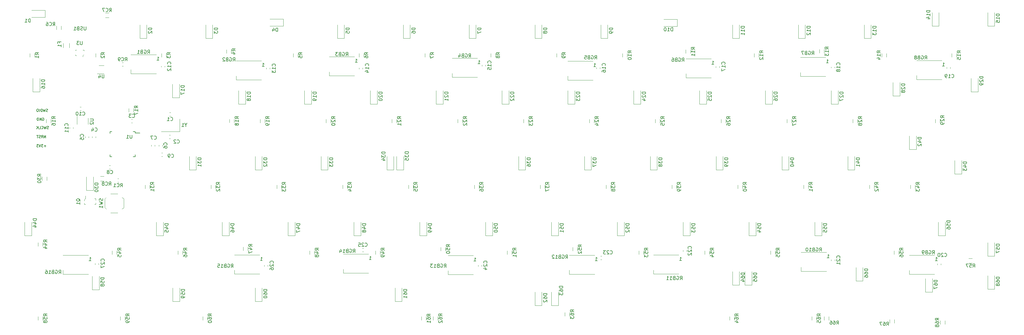
<source format=gbo>
G04 #@! TF.GenerationSoftware,KiCad,Pcbnew,5.1.5-52549c5~84~ubuntu16.04.1*
G04 #@! TF.CreationDate,2020-06-07T20:58:01-04:00*
G04 #@! TF.ProjectId,co60,636f3630-2e6b-4696-9361-645f70636258,rev?*
G04 #@! TF.SameCoordinates,PX4b4f718PY8c7ecc0*
G04 #@! TF.FileFunction,Legend,Bot*
G04 #@! TF.FilePolarity,Positive*
%FSLAX46Y46*%
G04 Gerber Fmt 4.6, Leading zero omitted, Abs format (unit mm)*
G04 Created by KiCad (PCBNEW 5.1.5-52549c5~84~ubuntu16.04.1) date 2020-06-07 20:58:01*
%MOMM*%
%LPD*%
G04 APERTURE LIST*
%ADD10C,0.150000*%
%ADD11C,0.120000*%
%ADD12C,0.100000*%
G04 APERTURE END LIST*
D10*
X8399088Y53158829D02*
X7827660Y53158829D01*
X8113374Y52873115D02*
X8113374Y53444543D01*
X7541945Y53623115D02*
X7077660Y53623115D01*
X7327660Y53337400D01*
X7220517Y53337400D01*
X7149088Y53301686D01*
X7113374Y53265972D01*
X7077660Y53194543D01*
X7077660Y53015972D01*
X7113374Y52944543D01*
X7149088Y52908829D01*
X7220517Y52873115D01*
X7434802Y52873115D01*
X7506231Y52908829D01*
X7541945Y52944543D01*
X6863374Y53623115D02*
X6613374Y52873115D01*
X6363374Y53623115D01*
X6184802Y53623115D02*
X5720517Y53623115D01*
X5970517Y53337400D01*
X5863374Y53337400D01*
X5791945Y53301686D01*
X5756231Y53265972D01*
X5720517Y53194543D01*
X5720517Y53015972D01*
X5756231Y52944543D01*
X5791945Y52908829D01*
X5863374Y52873115D01*
X6077660Y52873115D01*
X6149088Y52908829D01*
X6184802Y52944543D01*
X8261542Y55504555D02*
X8261542Y56254555D01*
X7832971Y55504555D01*
X7832971Y56254555D01*
X7047257Y55504555D02*
X7297257Y55861698D01*
X7475828Y55504555D02*
X7475828Y56254555D01*
X7190114Y56254555D01*
X7118685Y56218840D01*
X7082971Y56183126D01*
X7047257Y56111698D01*
X7047257Y56004555D01*
X7082971Y55933126D01*
X7118685Y55897412D01*
X7190114Y55861698D01*
X7475828Y55861698D01*
X6761542Y55540269D02*
X6654400Y55504555D01*
X6475828Y55504555D01*
X6404400Y55540269D01*
X6368685Y55575983D01*
X6332971Y55647412D01*
X6332971Y55718840D01*
X6368685Y55790269D01*
X6404400Y55825983D01*
X6475828Y55861698D01*
X6618685Y55897412D01*
X6690114Y55933126D01*
X6725828Y55968840D01*
X6761542Y56040269D01*
X6761542Y56111698D01*
X6725828Y56183126D01*
X6690114Y56218840D01*
X6618685Y56254555D01*
X6440114Y56254555D01*
X6332971Y56218840D01*
X6118685Y56254555D02*
X5690114Y56254555D01*
X5904400Y55504555D02*
X5904400Y56254555D01*
X8862525Y63167889D02*
X8755382Y63132175D01*
X8576811Y63132175D01*
X8505382Y63167889D01*
X8469668Y63203603D01*
X8433954Y63275032D01*
X8433954Y63346460D01*
X8469668Y63417889D01*
X8505382Y63453603D01*
X8576811Y63489318D01*
X8719668Y63525032D01*
X8791097Y63560746D01*
X8826811Y63596460D01*
X8862525Y63667889D01*
X8862525Y63739318D01*
X8826811Y63810746D01*
X8791097Y63846460D01*
X8719668Y63882175D01*
X8541097Y63882175D01*
X8433954Y63846460D01*
X8183954Y63882175D02*
X8005382Y63132175D01*
X7862525Y63667889D01*
X7719668Y63132175D01*
X7541097Y63882175D01*
X7255382Y63132175D02*
X7255382Y63882175D01*
X7076811Y63882175D01*
X6969668Y63846460D01*
X6898240Y63775032D01*
X6862525Y63703603D01*
X6826811Y63560746D01*
X6826811Y63453603D01*
X6862525Y63310746D01*
X6898240Y63239318D01*
X6969668Y63167889D01*
X7076811Y63132175D01*
X7255382Y63132175D01*
X6505382Y63132175D02*
X6505382Y63882175D01*
X6005382Y63882175D02*
X5862525Y63882175D01*
X5791097Y63846460D01*
X5719668Y63775032D01*
X5683954Y63632175D01*
X5683954Y63382175D01*
X5719668Y63239318D01*
X5791097Y63167889D01*
X5862525Y63132175D01*
X6005382Y63132175D01*
X6076811Y63167889D01*
X6148240Y63239318D01*
X6183954Y63382175D01*
X6183954Y63632175D01*
X6148240Y63775032D01*
X6076811Y63846460D01*
X6005382Y63882175D01*
X9086508Y58176789D02*
X8979365Y58141075D01*
X8800794Y58141075D01*
X8729365Y58176789D01*
X8693651Y58212503D01*
X8657937Y58283932D01*
X8657937Y58355360D01*
X8693651Y58426789D01*
X8729365Y58462503D01*
X8800794Y58498218D01*
X8943651Y58533932D01*
X9015080Y58569646D01*
X9050794Y58605360D01*
X9086508Y58676789D01*
X9086508Y58748218D01*
X9050794Y58819646D01*
X9015080Y58855360D01*
X8943651Y58891075D01*
X8765080Y58891075D01*
X8657937Y58855360D01*
X8407937Y58891075D02*
X8229365Y58141075D01*
X8086508Y58676789D01*
X7943651Y58141075D01*
X7765080Y58891075D01*
X7050794Y58212503D02*
X7086508Y58176789D01*
X7193651Y58141075D01*
X7265080Y58141075D01*
X7372222Y58176789D01*
X7443651Y58248218D01*
X7479365Y58319646D01*
X7515080Y58462503D01*
X7515080Y58569646D01*
X7479365Y58712503D01*
X7443651Y58783932D01*
X7372222Y58855360D01*
X7265080Y58891075D01*
X7193651Y58891075D01*
X7086508Y58855360D01*
X7050794Y58819646D01*
X6372222Y58141075D02*
X6729365Y58141075D01*
X6729365Y58891075D01*
X6122222Y58141075D02*
X6122222Y58891075D01*
X5693651Y58141075D02*
X6015080Y58569646D01*
X5693651Y58891075D02*
X6122222Y58462503D01*
X7336668Y61245500D02*
X7408097Y61281215D01*
X7515240Y61281215D01*
X7622382Y61245500D01*
X7693811Y61174072D01*
X7729525Y61102643D01*
X7765240Y60959786D01*
X7765240Y60852643D01*
X7729525Y60709786D01*
X7693811Y60638358D01*
X7622382Y60566929D01*
X7515240Y60531215D01*
X7443811Y60531215D01*
X7336668Y60566929D01*
X7300954Y60602643D01*
X7300954Y60852643D01*
X7443811Y60852643D01*
X6979525Y60531215D02*
X6979525Y61281215D01*
X6550954Y60531215D01*
X6550954Y61281215D01*
X6193811Y60531215D02*
X6193811Y61281215D01*
X6015240Y61281215D01*
X5908097Y61245500D01*
X5836668Y61174072D01*
X5800954Y61102643D01*
X5765240Y60959786D01*
X5765240Y60852643D01*
X5800954Y60709786D01*
X5836668Y60638358D01*
X5908097Y60566929D01*
X6015240Y60531215D01*
X6193811Y60531215D01*
D11*
X267061400Y2532000D02*
X267061400Y1532000D01*
X268421400Y1532000D02*
X268421400Y2532000D01*
X253816400Y1913000D02*
X253816400Y2913000D01*
X252456400Y2913000D02*
X252456400Y1913000D01*
X233485775Y3754375D02*
X233485775Y2754375D01*
X234845775Y2754375D02*
X234845775Y3754375D01*
X229913900Y3754375D02*
X229913900Y2754375D01*
X231273900Y2754375D02*
X231273900Y3754375D01*
X206101400Y3754375D02*
X206101400Y2754375D01*
X207461400Y2754375D02*
X207461400Y3754375D01*
X158476400Y4945000D02*
X158476400Y3945000D01*
X159836400Y3945000D02*
X159836400Y4945000D01*
X120376400Y3754375D02*
X120376400Y2754375D01*
X121736400Y2754375D02*
X121736400Y3754375D01*
X116998200Y3725800D02*
X116998200Y2725800D01*
X118358200Y2725800D02*
X118358200Y3725800D01*
X53701400Y3754375D02*
X53701400Y2754375D01*
X55061400Y2754375D02*
X55061400Y3754375D01*
X29888900Y3754375D02*
X29888900Y2754375D01*
X31248900Y2754375D02*
X31248900Y3754375D01*
X6076400Y3754375D02*
X6076400Y2754375D01*
X7436400Y2754375D02*
X7436400Y3754375D01*
X276337650Y20603125D02*
X275337650Y20603125D01*
X275337650Y19243125D02*
X276337650Y19243125D01*
X253726400Y22804375D02*
X253726400Y21804375D01*
X255086400Y21804375D02*
X255086400Y22804375D01*
X218007650Y22804375D02*
X218007650Y21804375D01*
X219367650Y21804375D02*
X219367650Y22804375D01*
X198957650Y22804375D02*
X198957650Y21804375D01*
X200317650Y21804375D02*
X200317650Y22804375D01*
X179907650Y22804375D02*
X179907650Y21804375D01*
X181267650Y21804375D02*
X181267650Y22804375D01*
X160761400Y23790000D02*
X160761400Y22790000D01*
X162121400Y22790000D02*
X162121400Y23790000D01*
X141807650Y22804375D02*
X141807650Y21804375D01*
X143167650Y21804375D02*
X143167650Y22804375D01*
X122601400Y23820000D02*
X122601400Y22820000D01*
X123961400Y22820000D02*
X123961400Y23820000D01*
X103707650Y22804375D02*
X103707650Y21804375D01*
X105067650Y21804375D02*
X105067650Y22804375D01*
X84657650Y22804375D02*
X84657650Y21804375D01*
X86017650Y21804375D02*
X86017650Y22804375D01*
X65441400Y23920000D02*
X65441400Y22920000D01*
X66801400Y22920000D02*
X66801400Y23920000D01*
X46557650Y22804375D02*
X46557650Y21804375D01*
X47917650Y21804375D02*
X47917650Y22804375D01*
X27507650Y22804375D02*
X27507650Y21804375D01*
X28867650Y21804375D02*
X28867650Y22804375D01*
X6076400Y25185625D02*
X6076400Y24185625D01*
X7436400Y24185625D02*
X7436400Y25185625D01*
X258488900Y41854375D02*
X258488900Y40854375D01*
X259848900Y40854375D02*
X259848900Y41854375D01*
X246582650Y41854375D02*
X246582650Y40854375D01*
X247942650Y40854375D02*
X247942650Y41854375D01*
X227532650Y41854375D02*
X227532650Y40854375D01*
X228892650Y40854375D02*
X228892650Y41854375D01*
X208482650Y41854375D02*
X208482650Y40854375D01*
X209842650Y40854375D02*
X209842650Y41854375D01*
X189432650Y41854375D02*
X189432650Y40854375D01*
X190792650Y40854375D02*
X190792650Y41854375D01*
X170382650Y41854375D02*
X170382650Y40854375D01*
X171742650Y40854375D02*
X171742650Y41854375D01*
X151332650Y41854375D02*
X151332650Y40854375D01*
X152692650Y40854375D02*
X152692650Y41854375D01*
X132282650Y41854375D02*
X132282650Y40854375D01*
X133642650Y40854375D02*
X133642650Y41854375D01*
X113232650Y41854375D02*
X113232650Y40854375D01*
X114592650Y40854375D02*
X114592650Y41854375D01*
X94182650Y41854375D02*
X94182650Y40854375D01*
X95542650Y40854375D02*
X95542650Y41854375D01*
X75132650Y41854375D02*
X75132650Y40854375D01*
X76492650Y40854375D02*
X76492650Y41854375D01*
X56082650Y41854375D02*
X56082650Y40854375D01*
X57442650Y40854375D02*
X57442650Y41854375D01*
X37032650Y41854375D02*
X37032650Y40854375D01*
X38392650Y40854375D02*
X38392650Y41854375D01*
X7267025Y44235625D02*
X7267025Y43235625D01*
X8627025Y43235625D02*
X8627025Y44235625D01*
X265632650Y60904375D02*
X265632650Y59904375D01*
X266992650Y59904375D02*
X266992650Y60904375D01*
X241820150Y60904375D02*
X241820150Y59904375D01*
X243180150Y59904375D02*
X243180150Y60904375D01*
X222770150Y60904375D02*
X222770150Y59904375D01*
X224130150Y59904375D02*
X224130150Y60904375D01*
X203720150Y60904375D02*
X203720150Y59904375D01*
X205080150Y59904375D02*
X205080150Y60904375D01*
X184670150Y60904375D02*
X184670150Y59904375D01*
X186030150Y59904375D02*
X186030150Y60904375D01*
X165620150Y60904375D02*
X165620150Y59904375D01*
X166980150Y59904375D02*
X166980150Y60904375D01*
X146570150Y60904375D02*
X146570150Y59904375D01*
X147930150Y59904375D02*
X147930150Y60904375D01*
X70370150Y60904375D02*
X70370150Y59904375D01*
X71730150Y59904375D02*
X71730150Y60904375D01*
X62831400Y59920000D02*
X62831400Y60920000D01*
X61471400Y60920000D02*
X61471400Y59920000D01*
X32351400Y64020000D02*
X32351400Y63020000D01*
X33711400Y63020000D02*
X33711400Y64020000D01*
X8457650Y60904375D02*
X8457650Y59904375D01*
X9817650Y59904375D02*
X9817650Y60904375D01*
X270395150Y79954375D02*
X270395150Y78954375D01*
X271755150Y78954375D02*
X271755150Y79954375D01*
X250154525Y79954375D02*
X250154525Y78954375D01*
X251514525Y78954375D02*
X251514525Y79954375D01*
X232171400Y81090000D02*
X232171400Y80090000D01*
X233531400Y80090000D02*
X233531400Y81090000D01*
X213245150Y79954375D02*
X213245150Y78954375D01*
X214605150Y78954375D02*
X214605150Y79954375D01*
X193481400Y81010000D02*
X193481400Y80010000D01*
X194841400Y80010000D02*
X194841400Y81010000D01*
X175145150Y79954375D02*
X175145150Y78954375D01*
X176505150Y78954375D02*
X176505150Y79954375D01*
X156095150Y79954375D02*
X156095150Y78954375D01*
X157455150Y78954375D02*
X157455150Y79954375D01*
X137045150Y79954375D02*
X137045150Y78954375D01*
X138405150Y78954375D02*
X138405150Y79954375D01*
X117995150Y79954375D02*
X117995150Y78954375D01*
X119355150Y78954375D02*
X119355150Y79954375D01*
X98945150Y79954375D02*
X98945150Y78954375D01*
X100305150Y78954375D02*
X100305150Y79954375D01*
X79895150Y79954375D02*
X79895150Y78954375D01*
X81255150Y78954375D02*
X81255150Y79954375D01*
X60591400Y81020000D02*
X60591400Y80020000D01*
X61951400Y80020000D02*
X61951400Y81020000D01*
X41795150Y79954375D02*
X41795150Y78954375D01*
X43155150Y78954375D02*
X43155150Y79954375D01*
X22745150Y79954375D02*
X22745150Y78954375D01*
X24105150Y78954375D02*
X24105150Y79954375D01*
X3695150Y79954375D02*
X3695150Y78954375D01*
X5055150Y78954375D02*
X5055150Y79954375D01*
X13351400Y82870000D02*
X13351400Y81670000D01*
X15111400Y81670000D02*
X15111400Y82870000D01*
X282790775Y11720000D02*
X280790775Y11720000D01*
X280790775Y11720000D02*
X280790775Y15620000D01*
X282790775Y11720000D02*
X282790775Y15620000D01*
X264781400Y10820000D02*
X262781400Y10820000D01*
X262781400Y10820000D02*
X262781400Y14720000D01*
X264781400Y10820000D02*
X264781400Y14720000D01*
X244690775Y14101250D02*
X242690775Y14101250D01*
X242690775Y14101250D02*
X242690775Y18001250D01*
X244690775Y14101250D02*
X244690775Y18001250D01*
X212543900Y12910625D02*
X210543900Y12910625D01*
X210543900Y12910625D02*
X210543900Y16810625D01*
X212543900Y12910625D02*
X212543900Y16810625D01*
X208972025Y12910625D02*
X206972025Y12910625D01*
X206972025Y12910625D02*
X206972025Y16810625D01*
X208972025Y12910625D02*
X208972025Y16810625D01*
X156584525Y6957500D02*
X154584525Y6957500D01*
X154584525Y6957500D02*
X154584525Y10857500D01*
X156584525Y6957500D02*
X156584525Y10857500D01*
X151822025Y6957500D02*
X149822025Y6957500D01*
X149822025Y6957500D02*
X149822025Y10857500D01*
X151822025Y6957500D02*
X151822025Y10857500D01*
X111340775Y8148125D02*
X109340775Y8148125D01*
X109340775Y8148125D02*
X109340775Y12048125D01*
X111340775Y8148125D02*
X111340775Y12048125D01*
X70859525Y8148125D02*
X68859525Y8148125D01*
X68859525Y8148125D02*
X68859525Y12048125D01*
X70859525Y8148125D02*
X70859525Y12048125D01*
X47047025Y8148125D02*
X45047025Y8148125D01*
X45047025Y8148125D02*
X45047025Y12048125D01*
X47047025Y8148125D02*
X47047025Y12048125D01*
X23733000Y11567600D02*
X21733000Y11567600D01*
X21733000Y11567600D02*
X21733000Y15467600D01*
X23733000Y11567600D02*
X23733000Y15467600D01*
X282790775Y21245000D02*
X280790775Y21245000D01*
X280790775Y21245000D02*
X280790775Y25145000D01*
X282790775Y21245000D02*
X282790775Y25145000D01*
X268503275Y27198125D02*
X266503275Y27198125D01*
X266503275Y27198125D02*
X266503275Y31098125D01*
X268503275Y27198125D02*
X268503275Y31098125D01*
X232784525Y27198125D02*
X230784525Y27198125D01*
X230784525Y27198125D02*
X230784525Y31098125D01*
X232784525Y27198125D02*
X232784525Y31098125D01*
X213734525Y27198125D02*
X211734525Y27198125D01*
X211734525Y27198125D02*
X211734525Y31098125D01*
X213734525Y27198125D02*
X213734525Y31098125D01*
X194684525Y27198125D02*
X192684525Y27198125D01*
X192684525Y27198125D02*
X192684525Y31098125D01*
X194684525Y27198125D02*
X194684525Y31098125D01*
X175634525Y27198125D02*
X173634525Y27198125D01*
X173634525Y27198125D02*
X173634525Y31098125D01*
X175634525Y27198125D02*
X175634525Y31098125D01*
X156584525Y27198125D02*
X154584525Y27198125D01*
X154584525Y27198125D02*
X154584525Y31098125D01*
X156584525Y27198125D02*
X156584525Y31098125D01*
X137534525Y27198125D02*
X135534525Y27198125D01*
X135534525Y27198125D02*
X135534525Y31098125D01*
X137534525Y27198125D02*
X137534525Y31098125D01*
X118484525Y27198125D02*
X116484525Y27198125D01*
X116484525Y27198125D02*
X116484525Y31098125D01*
X118484525Y27198125D02*
X118484525Y31098125D01*
X99434525Y27198125D02*
X97434525Y27198125D01*
X97434525Y27198125D02*
X97434525Y31098125D01*
X99434525Y27198125D02*
X99434525Y31098125D01*
X80384525Y27198125D02*
X78384525Y27198125D01*
X78384525Y27198125D02*
X78384525Y31098125D01*
X80384525Y27198125D02*
X80384525Y31098125D01*
X61334525Y27198125D02*
X59334525Y27198125D01*
X59334525Y27198125D02*
X59334525Y31098125D01*
X61334525Y27198125D02*
X61334525Y31098125D01*
X42284525Y27198125D02*
X40284525Y27198125D01*
X40284525Y27198125D02*
X40284525Y31098125D01*
X42284525Y27198125D02*
X42284525Y31098125D01*
X4184525Y27198125D02*
X2184525Y27198125D01*
X2184525Y27198125D02*
X2184525Y31098125D01*
X4184525Y27198125D02*
X4184525Y31098125D01*
X273265775Y45057500D02*
X271265775Y45057500D01*
X271265775Y45057500D02*
X271265775Y48957500D01*
X273265775Y45057500D02*
X273265775Y48957500D01*
X260168900Y52201250D02*
X258168900Y52201250D01*
X258168900Y52201250D02*
X258168900Y56101250D01*
X260168900Y52201250D02*
X260168900Y56101250D01*
X242309525Y46248125D02*
X240309525Y46248125D01*
X240309525Y46248125D02*
X240309525Y50148125D01*
X242309525Y46248125D02*
X242309525Y50148125D01*
X223259525Y46248125D02*
X221259525Y46248125D01*
X221259525Y46248125D02*
X221259525Y50148125D01*
X223259525Y46248125D02*
X223259525Y50148125D01*
X204209525Y46248125D02*
X202209525Y46248125D01*
X202209525Y46248125D02*
X202209525Y50148125D01*
X204209525Y46248125D02*
X204209525Y50148125D01*
X185159525Y46248125D02*
X183159525Y46248125D01*
X183159525Y46248125D02*
X183159525Y50148125D01*
X185159525Y46248125D02*
X185159525Y50148125D01*
X166109525Y46248125D02*
X164109525Y46248125D01*
X164109525Y46248125D02*
X164109525Y50148125D01*
X166109525Y46248125D02*
X166109525Y50148125D01*
X147059525Y46248125D02*
X145059525Y46248125D01*
X145059525Y46248125D02*
X145059525Y50148125D01*
X147059525Y46248125D02*
X147059525Y50148125D01*
X111832900Y46250300D02*
X109832900Y46250300D01*
X109832900Y46250300D02*
X109832900Y50150300D01*
X111832900Y46250300D02*
X111832900Y50150300D01*
X108959525Y46248125D02*
X106959525Y46248125D01*
X106959525Y46248125D02*
X106959525Y50148125D01*
X108959525Y46248125D02*
X108959525Y50148125D01*
X89909525Y46248125D02*
X87909525Y46248125D01*
X87909525Y46248125D02*
X87909525Y50148125D01*
X89909525Y46248125D02*
X89909525Y50148125D01*
X70859525Y46248125D02*
X68859525Y46248125D01*
X68859525Y46248125D02*
X68859525Y50148125D01*
X70859525Y46248125D02*
X70859525Y50148125D01*
X51809525Y46248125D02*
X49809525Y46248125D01*
X49809525Y46248125D02*
X49809525Y50148125D01*
X51809525Y46248125D02*
X51809525Y50148125D01*
X22043900Y40295000D02*
X20043900Y40295000D01*
X20043900Y40295000D02*
X20043900Y44195000D01*
X22043900Y40295000D02*
X22043900Y44195000D01*
X278028275Y68870000D02*
X276028275Y68870000D01*
X276028275Y68870000D02*
X276028275Y72770000D01*
X278028275Y68870000D02*
X278028275Y72770000D01*
X255406400Y67679375D02*
X253406400Y67679375D01*
X253406400Y67679375D02*
X253406400Y71579375D01*
X255406400Y67679375D02*
X255406400Y71579375D01*
X237547025Y65298125D02*
X235547025Y65298125D01*
X235547025Y65298125D02*
X235547025Y69198125D01*
X237547025Y65298125D02*
X237547025Y69198125D01*
X218497025Y65298125D02*
X216497025Y65298125D01*
X216497025Y65298125D02*
X216497025Y69198125D01*
X218497025Y65298125D02*
X218497025Y69198125D01*
X199447025Y65298125D02*
X197447025Y65298125D01*
X197447025Y65298125D02*
X197447025Y69198125D01*
X199447025Y65298125D02*
X199447025Y69198125D01*
X180397025Y65298125D02*
X178397025Y65298125D01*
X178397025Y65298125D02*
X178397025Y69198125D01*
X180397025Y65298125D02*
X180397025Y69198125D01*
X161347025Y65298125D02*
X159347025Y65298125D01*
X159347025Y65298125D02*
X159347025Y69198125D01*
X161347025Y65298125D02*
X161347025Y69198125D01*
X142297025Y65298125D02*
X140297025Y65298125D01*
X140297025Y65298125D02*
X140297025Y69198125D01*
X142297025Y65298125D02*
X142297025Y69198125D01*
X123247025Y65298125D02*
X121247025Y65298125D01*
X121247025Y65298125D02*
X121247025Y69198125D01*
X123247025Y65298125D02*
X123247025Y69198125D01*
X104197025Y65298125D02*
X102197025Y65298125D01*
X102197025Y65298125D02*
X102197025Y69198125D01*
X104197025Y65298125D02*
X104197025Y69198125D01*
X85147025Y65298125D02*
X83147025Y65298125D01*
X83147025Y65298125D02*
X83147025Y69198125D01*
X85147025Y65298125D02*
X85147025Y69198125D01*
X66097025Y65298125D02*
X64097025Y65298125D01*
X64097025Y65298125D02*
X64097025Y69198125D01*
X66097025Y65298125D02*
X66097025Y69198125D01*
X46931400Y67170000D02*
X44931400Y67170000D01*
X44931400Y67170000D02*
X44931400Y71070000D01*
X46931400Y67170000D02*
X46931400Y71070000D01*
X6565775Y68870000D02*
X4565775Y68870000D01*
X4565775Y68870000D02*
X4565775Y72770000D01*
X6565775Y68870000D02*
X6565775Y72770000D01*
X282790775Y87920000D02*
X280790775Y87920000D01*
X280790775Y87920000D02*
X280790775Y91820000D01*
X282790775Y87920000D02*
X282790775Y91820000D01*
X266709400Y87920000D02*
X264709400Y87920000D01*
X264709400Y87920000D02*
X264709400Y91820000D01*
X266709400Y87920000D02*
X266709400Y91820000D01*
X247072025Y84348125D02*
X245072025Y84348125D01*
X245072025Y84348125D02*
X245072025Y88248125D01*
X247072025Y84348125D02*
X247072025Y88248125D01*
X228022025Y84348125D02*
X226022025Y84348125D01*
X226022025Y84348125D02*
X226022025Y88248125D01*
X228022025Y84348125D02*
X228022025Y88248125D01*
X208972025Y84348125D02*
X206972025Y84348125D01*
X206972025Y84348125D02*
X206972025Y88248125D01*
X208972025Y84348125D02*
X208972025Y88248125D01*
X191021400Y89850000D02*
X191021400Y87850000D01*
X191021400Y87850000D02*
X187121400Y87850000D01*
X191021400Y89850000D02*
X187121400Y89850000D01*
X170872025Y84348125D02*
X168872025Y84348125D01*
X168872025Y84348125D02*
X168872025Y88248125D01*
X170872025Y84348125D02*
X170872025Y88248125D01*
X151822025Y84348125D02*
X149822025Y84348125D01*
X149822025Y84348125D02*
X149822025Y88248125D01*
X151822025Y84348125D02*
X151822025Y88248125D01*
X132772025Y84348125D02*
X130772025Y84348125D01*
X130772025Y84348125D02*
X130772025Y88248125D01*
X132772025Y84348125D02*
X132772025Y88248125D01*
X113722025Y84348125D02*
X111722025Y84348125D01*
X111722025Y84348125D02*
X111722025Y88248125D01*
X113722025Y84348125D02*
X113722025Y88248125D01*
X94672025Y84348125D02*
X92672025Y84348125D01*
X92672025Y84348125D02*
X92672025Y88248125D01*
X94672025Y84348125D02*
X94672025Y88248125D01*
X77031400Y89930000D02*
X77031400Y87930000D01*
X77031400Y87930000D02*
X73131400Y87930000D01*
X77031400Y89930000D02*
X73131400Y89930000D01*
X56572025Y84348125D02*
X54572025Y84348125D01*
X54572025Y84348125D02*
X54572025Y88248125D01*
X56572025Y84348125D02*
X56572025Y88248125D01*
X37522025Y84348125D02*
X35522025Y84348125D01*
X35522025Y84348125D02*
X35522025Y88248125D01*
X37522025Y84348125D02*
X37522025Y88248125D01*
X8117400Y92440000D02*
X8117400Y90440000D01*
X8117400Y90440000D02*
X4217400Y90440000D01*
X8117400Y92440000D02*
X4217400Y92440000D01*
X30392400Y38276000D02*
X30842400Y37826000D01*
X30392400Y34876000D02*
X30842400Y35326000D01*
X25792400Y34876000D02*
X25342400Y35326000D01*
X25792400Y38276000D02*
X25342400Y37826000D01*
X27092400Y33826000D02*
X29092400Y33826000D01*
X30842400Y37826000D02*
X30842400Y35326000D01*
X27092400Y39326000D02*
X29092400Y39326000D01*
X25342400Y37826000D02*
X25342400Y35326000D01*
X25531400Y90390000D02*
X26531400Y90390000D01*
X26531400Y91750000D02*
X25531400Y91750000D01*
X12745000Y86926800D02*
X12745000Y87926800D01*
X11385000Y87926800D02*
X11385000Y86926800D01*
X127520150Y60904375D02*
X127520150Y59904375D01*
X128880150Y59904375D02*
X128880150Y60904375D01*
X108470150Y60904375D02*
X108470150Y59904375D01*
X109830150Y59904375D02*
X109830150Y60904375D01*
X89420150Y60904375D02*
X89420150Y59904375D01*
X90780150Y59904375D02*
X90780150Y60904375D01*
D12*
X19457400Y37259000D02*
X19457400Y37534000D01*
X19457400Y37534000D02*
X19732400Y37909000D01*
X19732400Y37909000D02*
X19782400Y37909000D01*
X19782400Y37909000D02*
X19782400Y38684000D01*
X22757400Y37434000D02*
X22757400Y37909000D01*
X22757400Y37909000D02*
X22407400Y37909000D01*
X22532400Y36259000D02*
X22407400Y36259000D01*
X22457400Y36259000D02*
X22757400Y36259000D01*
X22757400Y36259000D02*
X22757400Y36709000D01*
X19457400Y36634000D02*
X19457400Y36259000D01*
X19457400Y36259000D02*
X19757400Y36259000D01*
D11*
X25131400Y44400000D02*
X24131400Y44400000D01*
X24131400Y43040000D02*
X25131400Y43040000D01*
D10*
X34156400Y56895000D02*
X35531400Y56895000D01*
X26906400Y57345000D02*
X27431400Y57345000D01*
X26906400Y50095000D02*
X27431400Y50095000D01*
X34156400Y50095000D02*
X33631400Y50095000D01*
X34156400Y57345000D02*
X33631400Y57345000D01*
X34156400Y50095000D02*
X34156400Y50620000D01*
X26906400Y50095000D02*
X26906400Y50620000D01*
X26906400Y57345000D02*
X26906400Y56820000D01*
X34156400Y57345000D02*
X34156400Y56895000D01*
D11*
X17321400Y59420000D02*
X17321400Y61870000D01*
X20541400Y61220000D02*
X20541400Y59420000D01*
X47031400Y57300000D02*
X41731400Y57300000D01*
X47031400Y61000000D02*
X47031400Y57300000D01*
X42731400Y76342779D02*
X42731400Y76017221D01*
X41711400Y76342779D02*
X41711400Y76017221D01*
X72141400Y75752779D02*
X72141400Y75427221D01*
X73161400Y75752779D02*
X73161400Y75427221D01*
X100011400Y75822779D02*
X100011400Y75497221D01*
X98991400Y75822779D02*
X98991400Y75497221D01*
X135541400Y76632779D02*
X135541400Y76307221D01*
X134521400Y76632779D02*
X134521400Y76307221D01*
X167651400Y75842779D02*
X167651400Y75517221D01*
X168671400Y75842779D02*
X168671400Y75517221D01*
X203181400Y76192779D02*
X203181400Y75867221D01*
X202161400Y76192779D02*
X202161400Y75867221D01*
X235541400Y76082779D02*
X235541400Y75757221D01*
X236561400Y76082779D02*
X236561400Y75757221D01*
X269991400Y75922779D02*
X269991400Y75597221D01*
X268971400Y75922779D02*
X268971400Y75597221D01*
X266231400Y19052779D02*
X266231400Y18727221D01*
X267251400Y19052779D02*
X267251400Y18727221D01*
X236581400Y20232779D02*
X236581400Y19907221D01*
X235561400Y20232779D02*
X235561400Y19907221D01*
X193731400Y22647221D02*
X193731400Y22972779D01*
X192711400Y22647221D02*
X192711400Y22972779D01*
X168808621Y21270000D02*
X169134179Y21270000D01*
X168808621Y20250000D02*
X169134179Y20250000D01*
X133401400Y18602779D02*
X133401400Y18277221D01*
X134421400Y18602779D02*
X134421400Y18277221D01*
X100194179Y22560000D02*
X99868621Y22560000D01*
X100194179Y23580000D02*
X99868621Y23580000D01*
X71511400Y18642779D02*
X71511400Y18317221D01*
X72531400Y18642779D02*
X72531400Y18317221D01*
X22571400Y19112779D02*
X22571400Y18787221D01*
X23591400Y19112779D02*
X23591400Y18787221D01*
X32951400Y74120000D02*
X32951400Y75270000D01*
X40251400Y74120000D02*
X32951400Y74120000D01*
X40251400Y79620000D02*
X32951400Y79620000D01*
X70701400Y77800000D02*
X63401400Y77800000D01*
X70701400Y72300000D02*
X63401400Y72300000D01*
X63401400Y72300000D02*
X63401400Y73450000D01*
X90321400Y73490000D02*
X90321400Y74640000D01*
X97621400Y73490000D02*
X90321400Y73490000D01*
X97621400Y78990000D02*
X90321400Y78990000D01*
X133151400Y78570000D02*
X125851400Y78570000D01*
X133151400Y73070000D02*
X125851400Y73070000D01*
X125851400Y73070000D02*
X125851400Y74220000D01*
X159301400Y72240000D02*
X159301400Y73390000D01*
X166601400Y72240000D02*
X159301400Y72240000D01*
X166601400Y77740000D02*
X159301400Y77740000D01*
X200801400Y78430000D02*
X193501400Y78430000D01*
X200801400Y72930000D02*
X193501400Y72930000D01*
X193501400Y72930000D02*
X193501400Y74080000D01*
X226631400Y73320000D02*
X226631400Y74470000D01*
X233931400Y73320000D02*
X226631400Y73320000D01*
X233931400Y78820000D02*
X226631400Y78820000D01*
X267521400Y77930000D02*
X260221400Y77930000D01*
X267521400Y72430000D02*
X260221400Y72430000D01*
X260221400Y72430000D02*
X260221400Y73580000D01*
X258151400Y16000000D02*
X258151400Y17150000D01*
X265451400Y16000000D02*
X258151400Y16000000D01*
X265451400Y21500000D02*
X258151400Y21500000D01*
X234141400Y22370000D02*
X226841400Y22370000D01*
X234141400Y16870000D02*
X226841400Y16870000D01*
X226841400Y16870000D02*
X226841400Y18020000D01*
X184131400Y16070000D02*
X184131400Y17220000D01*
X191431400Y16070000D02*
X184131400Y16070000D01*
X191431400Y21570000D02*
X184131400Y21570000D01*
X159771400Y16050000D02*
X159771400Y17200000D01*
X167071400Y16050000D02*
X159771400Y16050000D01*
X167071400Y21550000D02*
X159771400Y21550000D01*
X131961400Y21400000D02*
X124661400Y21400000D01*
X131961400Y15900000D02*
X124661400Y15900000D01*
X124661400Y15900000D02*
X124661400Y17050000D01*
X94381400Y16320000D02*
X94381400Y17470000D01*
X101681400Y16320000D02*
X94381400Y16320000D01*
X101681400Y21820000D02*
X94381400Y21820000D01*
X70181400Y21570000D02*
X62881400Y21570000D01*
X70181400Y16070000D02*
X62881400Y16070000D01*
X62881400Y16070000D02*
X62881400Y17220000D01*
X13311400Y16050000D02*
X13311400Y17200000D01*
X20611400Y16050000D02*
X13311400Y16050000D01*
X20611400Y21550000D02*
X13311400Y21550000D01*
X30731679Y77330000D02*
X30406121Y77330000D01*
X30731679Y76310000D02*
X30406121Y76310000D01*
X44068621Y61840000D02*
X44394179Y61840000D01*
X44068621Y62860000D02*
X44394179Y62860000D01*
X44344179Y55310000D02*
X44018621Y55310000D01*
X44344179Y56330000D02*
X44018621Y56330000D01*
X33374179Y60920000D02*
X33048621Y60920000D01*
X33374179Y59900000D02*
X33048621Y59900000D01*
X22771400Y55912779D02*
X22771400Y55587221D01*
X21751400Y55912779D02*
X21751400Y55587221D01*
X19719400Y55912779D02*
X19719400Y55587221D01*
X20739400Y55912779D02*
X20739400Y55587221D01*
X42023760Y53131501D02*
X42023760Y53457059D01*
X41003760Y53131501D02*
X41003760Y53457059D01*
X38821400Y53123221D02*
X38821400Y53448779D01*
X39841400Y53123221D02*
X39841400Y53448779D01*
X26678621Y46479400D02*
X27004179Y46479400D01*
X26678621Y47499400D02*
X27004179Y47499400D01*
X41768621Y51130000D02*
X42094179Y51130000D01*
X41768621Y50110000D02*
X42094179Y50110000D01*
X18168621Y64430000D02*
X18494179Y64430000D01*
X18168621Y63410000D02*
X18494179Y63410000D01*
X15238000Y58557379D02*
X15238000Y58231821D01*
X16258000Y58557379D02*
X16258000Y58231821D01*
X29072621Y42670000D02*
X29398179Y42670000D01*
X29072621Y43690000D02*
X29398179Y43690000D01*
D12*
X19335200Y79712800D02*
X19035200Y79387800D01*
X19035200Y79387800D02*
X19035200Y78987800D01*
X19035200Y80987800D02*
X19335200Y80987800D01*
X19335200Y80987800D02*
X19335200Y80687800D01*
X17160200Y79387800D02*
X16885200Y79387800D01*
X16885200Y79387800D02*
X16885200Y79637800D01*
X17185200Y80987800D02*
X16885200Y80987800D01*
X16885200Y80987800D02*
X16885200Y80762800D01*
D11*
X25101400Y74120000D02*
X23201400Y74120000D01*
X23701400Y76440000D02*
X25101400Y76440000D01*
D10*
X19946035Y87712200D02*
X19946035Y86902676D01*
X19898416Y86807438D01*
X19850797Y86759819D01*
X19755559Y86712200D01*
X19565082Y86712200D01*
X19469844Y86759819D01*
X19422225Y86807438D01*
X19374606Y86902676D01*
X19374606Y87712200D01*
X18946035Y86759819D02*
X18803178Y86712200D01*
X18565082Y86712200D01*
X18469844Y86759819D01*
X18422225Y86807438D01*
X18374606Y86902676D01*
X18374606Y86997914D01*
X18422225Y87093152D01*
X18469844Y87140771D01*
X18565082Y87188390D01*
X18755559Y87236009D01*
X18850797Y87283628D01*
X18898416Y87331247D01*
X18946035Y87426485D01*
X18946035Y87521723D01*
X18898416Y87616961D01*
X18850797Y87664580D01*
X18755559Y87712200D01*
X18517463Y87712200D01*
X18374606Y87664580D01*
X17612701Y87236009D02*
X17469844Y87188390D01*
X17422225Y87140771D01*
X17374606Y87045533D01*
X17374606Y86902676D01*
X17422225Y86807438D01*
X17469844Y86759819D01*
X17565082Y86712200D01*
X17946035Y86712200D01*
X17946035Y87712200D01*
X17612701Y87712200D01*
X17517463Y87664580D01*
X17469844Y87616961D01*
X17422225Y87521723D01*
X17422225Y87426485D01*
X17469844Y87331247D01*
X17517463Y87283628D01*
X17612701Y87236009D01*
X17946035Y87236009D01*
X16422225Y86712200D02*
X16993654Y86712200D01*
X16707940Y86712200D02*
X16707940Y87712200D01*
X16803178Y87569342D01*
X16898416Y87474104D01*
X16993654Y87426485D01*
X266669780Y2700258D02*
X266193590Y3033591D01*
X266669780Y3271686D02*
X265669780Y3271686D01*
X265669780Y2890734D01*
X265717400Y2795496D01*
X265765019Y2747877D01*
X265860257Y2700258D01*
X266003114Y2700258D01*
X266098352Y2747877D01*
X266145971Y2795496D01*
X266193590Y2890734D01*
X266193590Y3271686D01*
X265669780Y1843115D02*
X265669780Y2033591D01*
X265717400Y2128829D01*
X265765019Y2176448D01*
X265907876Y2271686D01*
X266098352Y2319305D01*
X266479304Y2319305D01*
X266574542Y2271686D01*
X266622161Y2224067D01*
X266669780Y2128829D01*
X266669780Y1938353D01*
X266622161Y1843115D01*
X266574542Y1795496D01*
X266479304Y1747877D01*
X266241209Y1747877D01*
X266145971Y1795496D01*
X266098352Y1843115D01*
X266050733Y1938353D01*
X266050733Y2128829D01*
X266098352Y2224067D01*
X266145971Y2271686D01*
X266241209Y2319305D01*
X266098352Y1176448D02*
X266050733Y1271686D01*
X266003114Y1319305D01*
X265907876Y1366924D01*
X265860257Y1366924D01*
X265765019Y1319305D01*
X265717400Y1271686D01*
X265669780Y1176448D01*
X265669780Y985972D01*
X265717400Y890734D01*
X265765019Y843115D01*
X265860257Y795496D01*
X265907876Y795496D01*
X266003114Y843115D01*
X266050733Y890734D01*
X266098352Y985972D01*
X266098352Y1176448D01*
X266145971Y1271686D01*
X266193590Y1319305D01*
X266288828Y1366924D01*
X266479304Y1366924D01*
X266574542Y1319305D01*
X266622161Y1271686D01*
X266669780Y1176448D01*
X266669780Y985972D01*
X266622161Y890734D01*
X266574542Y843115D01*
X266479304Y795496D01*
X266288828Y795496D01*
X266193590Y843115D01*
X266145971Y890734D01*
X266098352Y985972D01*
X251544057Y1173220D02*
X251877390Y1649410D01*
X252115485Y1173220D02*
X252115485Y2173220D01*
X251734533Y2173220D01*
X251639295Y2125600D01*
X251591676Y2077981D01*
X251544057Y1982743D01*
X251544057Y1839886D01*
X251591676Y1744648D01*
X251639295Y1697029D01*
X251734533Y1649410D01*
X252115485Y1649410D01*
X250686914Y2173220D02*
X250877390Y2173220D01*
X250972628Y2125600D01*
X251020247Y2077981D01*
X251115485Y1935124D01*
X251163104Y1744648D01*
X251163104Y1363696D01*
X251115485Y1268458D01*
X251067866Y1220839D01*
X250972628Y1173220D01*
X250782152Y1173220D01*
X250686914Y1220839D01*
X250639295Y1268458D01*
X250591676Y1363696D01*
X250591676Y1601791D01*
X250639295Y1697029D01*
X250686914Y1744648D01*
X250782152Y1792267D01*
X250972628Y1792267D01*
X251067866Y1744648D01*
X251115485Y1697029D01*
X251163104Y1601791D01*
X250258342Y2173220D02*
X249591676Y2173220D01*
X250020247Y1173220D01*
X237091457Y1503420D02*
X237424790Y1979610D01*
X237662885Y1503420D02*
X237662885Y2503420D01*
X237281933Y2503420D01*
X237186695Y2455800D01*
X237139076Y2408181D01*
X237091457Y2312943D01*
X237091457Y2170086D01*
X237139076Y2074848D01*
X237186695Y2027229D01*
X237281933Y1979610D01*
X237662885Y1979610D01*
X236234314Y2503420D02*
X236424790Y2503420D01*
X236520028Y2455800D01*
X236567647Y2408181D01*
X236662885Y2265324D01*
X236710504Y2074848D01*
X236710504Y1693896D01*
X236662885Y1598658D01*
X236615266Y1551039D01*
X236520028Y1503420D01*
X236329552Y1503420D01*
X236234314Y1551039D01*
X236186695Y1598658D01*
X236139076Y1693896D01*
X236139076Y1931991D01*
X236186695Y2027229D01*
X236234314Y2074848D01*
X236329552Y2122467D01*
X236520028Y2122467D01*
X236615266Y2074848D01*
X236662885Y2027229D01*
X236710504Y1931991D01*
X235281933Y2503420D02*
X235472409Y2503420D01*
X235567647Y2455800D01*
X235615266Y2408181D01*
X235710504Y2265324D01*
X235758123Y2074848D01*
X235758123Y1693896D01*
X235710504Y1598658D01*
X235662885Y1551039D01*
X235567647Y1503420D01*
X235377171Y1503420D01*
X235281933Y1551039D01*
X235234314Y1598658D01*
X235186695Y1693896D01*
X235186695Y1931991D01*
X235234314Y2027229D01*
X235281933Y2074848D01*
X235377171Y2122467D01*
X235567647Y2122467D01*
X235662885Y2074848D01*
X235710504Y2027229D01*
X235758123Y1931991D01*
X232496280Y3897233D02*
X232020090Y4230566D01*
X232496280Y4468661D02*
X231496280Y4468661D01*
X231496280Y4087709D01*
X231543900Y3992471D01*
X231591519Y3944852D01*
X231686757Y3897233D01*
X231829614Y3897233D01*
X231924852Y3944852D01*
X231972471Y3992471D01*
X232020090Y4087709D01*
X232020090Y4468661D01*
X231496280Y3040090D02*
X231496280Y3230566D01*
X231543900Y3325804D01*
X231591519Y3373423D01*
X231734376Y3468661D01*
X231924852Y3516280D01*
X232305804Y3516280D01*
X232401042Y3468661D01*
X232448661Y3421042D01*
X232496280Y3325804D01*
X232496280Y3135328D01*
X232448661Y3040090D01*
X232401042Y2992471D01*
X232305804Y2944852D01*
X232067709Y2944852D01*
X231972471Y2992471D01*
X231924852Y3040090D01*
X231877233Y3135328D01*
X231877233Y3325804D01*
X231924852Y3421042D01*
X231972471Y3468661D01*
X232067709Y3516280D01*
X231496280Y2040090D02*
X231496280Y2516280D01*
X231972471Y2563899D01*
X231924852Y2516280D01*
X231877233Y2421042D01*
X231877233Y2182947D01*
X231924852Y2087709D01*
X231972471Y2040090D01*
X232067709Y1992471D01*
X232305804Y1992471D01*
X232401042Y2040090D01*
X232448661Y2087709D01*
X232496280Y2182947D01*
X232496280Y2421042D01*
X232448661Y2516280D01*
X232401042Y2563899D01*
X208683780Y3897233D02*
X208207590Y4230566D01*
X208683780Y4468661D02*
X207683780Y4468661D01*
X207683780Y4087709D01*
X207731400Y3992471D01*
X207779019Y3944852D01*
X207874257Y3897233D01*
X208017114Y3897233D01*
X208112352Y3944852D01*
X208159971Y3992471D01*
X208207590Y4087709D01*
X208207590Y4468661D01*
X207683780Y3040090D02*
X207683780Y3230566D01*
X207731400Y3325804D01*
X207779019Y3373423D01*
X207921876Y3468661D01*
X208112352Y3516280D01*
X208493304Y3516280D01*
X208588542Y3468661D01*
X208636161Y3421042D01*
X208683780Y3325804D01*
X208683780Y3135328D01*
X208636161Y3040090D01*
X208588542Y2992471D01*
X208493304Y2944852D01*
X208255209Y2944852D01*
X208159971Y2992471D01*
X208112352Y3040090D01*
X208064733Y3135328D01*
X208064733Y3325804D01*
X208112352Y3421042D01*
X208159971Y3468661D01*
X208255209Y3516280D01*
X208017114Y2087709D02*
X208683780Y2087709D01*
X207636161Y2325804D02*
X208350447Y2563899D01*
X208350447Y1944852D01*
X161058780Y5087858D02*
X160582590Y5421191D01*
X161058780Y5659286D02*
X160058780Y5659286D01*
X160058780Y5278334D01*
X160106400Y5183096D01*
X160154019Y5135477D01*
X160249257Y5087858D01*
X160392114Y5087858D01*
X160487352Y5135477D01*
X160534971Y5183096D01*
X160582590Y5278334D01*
X160582590Y5659286D01*
X160058780Y4230715D02*
X160058780Y4421191D01*
X160106400Y4516429D01*
X160154019Y4564048D01*
X160296876Y4659286D01*
X160487352Y4706905D01*
X160868304Y4706905D01*
X160963542Y4659286D01*
X161011161Y4611667D01*
X161058780Y4516429D01*
X161058780Y4325953D01*
X161011161Y4230715D01*
X160963542Y4183096D01*
X160868304Y4135477D01*
X160630209Y4135477D01*
X160534971Y4183096D01*
X160487352Y4230715D01*
X160439733Y4325953D01*
X160439733Y4516429D01*
X160487352Y4611667D01*
X160534971Y4659286D01*
X160630209Y4706905D01*
X160058780Y3802143D02*
X160058780Y3183096D01*
X160439733Y3516429D01*
X160439733Y3373572D01*
X160487352Y3278334D01*
X160534971Y3230715D01*
X160630209Y3183096D01*
X160868304Y3183096D01*
X160963542Y3230715D01*
X161011161Y3278334D01*
X161058780Y3373572D01*
X161058780Y3659286D01*
X161011161Y3754524D01*
X160963542Y3802143D01*
X122958780Y3897233D02*
X122482590Y4230566D01*
X122958780Y4468661D02*
X121958780Y4468661D01*
X121958780Y4087709D01*
X122006400Y3992471D01*
X122054019Y3944852D01*
X122149257Y3897233D01*
X122292114Y3897233D01*
X122387352Y3944852D01*
X122434971Y3992471D01*
X122482590Y4087709D01*
X122482590Y4468661D01*
X121958780Y3040090D02*
X121958780Y3230566D01*
X122006400Y3325804D01*
X122054019Y3373423D01*
X122196876Y3468661D01*
X122387352Y3516280D01*
X122768304Y3516280D01*
X122863542Y3468661D01*
X122911161Y3421042D01*
X122958780Y3325804D01*
X122958780Y3135328D01*
X122911161Y3040090D01*
X122863542Y2992471D01*
X122768304Y2944852D01*
X122530209Y2944852D01*
X122434971Y2992471D01*
X122387352Y3040090D01*
X122339733Y3135328D01*
X122339733Y3325804D01*
X122387352Y3421042D01*
X122434971Y3468661D01*
X122530209Y3516280D01*
X122054019Y2563899D02*
X122006400Y2516280D01*
X121958780Y2421042D01*
X121958780Y2182947D01*
X122006400Y2087709D01*
X122054019Y2040090D01*
X122149257Y1992471D01*
X122244495Y1992471D01*
X122387352Y2040090D01*
X122958780Y2611518D01*
X122958780Y1992471D01*
X119580580Y3868658D02*
X119104390Y4201991D01*
X119580580Y4440086D02*
X118580580Y4440086D01*
X118580580Y4059134D01*
X118628200Y3963896D01*
X118675819Y3916277D01*
X118771057Y3868658D01*
X118913914Y3868658D01*
X119009152Y3916277D01*
X119056771Y3963896D01*
X119104390Y4059134D01*
X119104390Y4440086D01*
X118580580Y3011515D02*
X118580580Y3201991D01*
X118628200Y3297229D01*
X118675819Y3344848D01*
X118818676Y3440086D01*
X119009152Y3487705D01*
X119390104Y3487705D01*
X119485342Y3440086D01*
X119532961Y3392467D01*
X119580580Y3297229D01*
X119580580Y3106753D01*
X119532961Y3011515D01*
X119485342Y2963896D01*
X119390104Y2916277D01*
X119152009Y2916277D01*
X119056771Y2963896D01*
X119009152Y3011515D01*
X118961533Y3106753D01*
X118961533Y3297229D01*
X119009152Y3392467D01*
X119056771Y3440086D01*
X119152009Y3487705D01*
X119580580Y1963896D02*
X119580580Y2535324D01*
X119580580Y2249610D02*
X118580580Y2249610D01*
X118723438Y2344848D01*
X118818676Y2440086D01*
X118866295Y2535324D01*
X56283780Y3897233D02*
X55807590Y4230566D01*
X56283780Y4468661D02*
X55283780Y4468661D01*
X55283780Y4087709D01*
X55331400Y3992471D01*
X55379019Y3944852D01*
X55474257Y3897233D01*
X55617114Y3897233D01*
X55712352Y3944852D01*
X55759971Y3992471D01*
X55807590Y4087709D01*
X55807590Y4468661D01*
X55283780Y3040090D02*
X55283780Y3230566D01*
X55331400Y3325804D01*
X55379019Y3373423D01*
X55521876Y3468661D01*
X55712352Y3516280D01*
X56093304Y3516280D01*
X56188542Y3468661D01*
X56236161Y3421042D01*
X56283780Y3325804D01*
X56283780Y3135328D01*
X56236161Y3040090D01*
X56188542Y2992471D01*
X56093304Y2944852D01*
X55855209Y2944852D01*
X55759971Y2992471D01*
X55712352Y3040090D01*
X55664733Y3135328D01*
X55664733Y3325804D01*
X55712352Y3421042D01*
X55759971Y3468661D01*
X55855209Y3516280D01*
X55283780Y2325804D02*
X55283780Y2230566D01*
X55331400Y2135328D01*
X55379019Y2087709D01*
X55474257Y2040090D01*
X55664733Y1992471D01*
X55902828Y1992471D01*
X56093304Y2040090D01*
X56188542Y2087709D01*
X56236161Y2135328D01*
X56283780Y2230566D01*
X56283780Y2325804D01*
X56236161Y2421042D01*
X56188542Y2468661D01*
X56093304Y2516280D01*
X55902828Y2563899D01*
X55664733Y2563899D01*
X55474257Y2516280D01*
X55379019Y2468661D01*
X55331400Y2421042D01*
X55283780Y2325804D01*
X32471280Y3897233D02*
X31995090Y4230566D01*
X32471280Y4468661D02*
X31471280Y4468661D01*
X31471280Y4087709D01*
X31518900Y3992471D01*
X31566519Y3944852D01*
X31661757Y3897233D01*
X31804614Y3897233D01*
X31899852Y3944852D01*
X31947471Y3992471D01*
X31995090Y4087709D01*
X31995090Y4468661D01*
X31471280Y2992471D02*
X31471280Y3468661D01*
X31947471Y3516280D01*
X31899852Y3468661D01*
X31852233Y3373423D01*
X31852233Y3135328D01*
X31899852Y3040090D01*
X31947471Y2992471D01*
X32042709Y2944852D01*
X32280804Y2944852D01*
X32376042Y2992471D01*
X32423661Y3040090D01*
X32471280Y3135328D01*
X32471280Y3373423D01*
X32423661Y3468661D01*
X32376042Y3516280D01*
X32471280Y2468661D02*
X32471280Y2278185D01*
X32423661Y2182947D01*
X32376042Y2135328D01*
X32233185Y2040090D01*
X32042709Y1992471D01*
X31661757Y1992471D01*
X31566519Y2040090D01*
X31518900Y2087709D01*
X31471280Y2182947D01*
X31471280Y2373423D01*
X31518900Y2468661D01*
X31566519Y2516280D01*
X31661757Y2563899D01*
X31899852Y2563899D01*
X31995090Y2516280D01*
X32042709Y2468661D01*
X32090328Y2373423D01*
X32090328Y2182947D01*
X32042709Y2087709D01*
X31995090Y2040090D01*
X31899852Y1992471D01*
X8658780Y3897233D02*
X8182590Y4230566D01*
X8658780Y4468661D02*
X7658780Y4468661D01*
X7658780Y4087709D01*
X7706400Y3992471D01*
X7754019Y3944852D01*
X7849257Y3897233D01*
X7992114Y3897233D01*
X8087352Y3944852D01*
X8134971Y3992471D01*
X8182590Y4087709D01*
X8182590Y4468661D01*
X7658780Y2992471D02*
X7658780Y3468661D01*
X8134971Y3516280D01*
X8087352Y3468661D01*
X8039733Y3373423D01*
X8039733Y3135328D01*
X8087352Y3040090D01*
X8134971Y2992471D01*
X8230209Y2944852D01*
X8468304Y2944852D01*
X8563542Y2992471D01*
X8611161Y3040090D01*
X8658780Y3135328D01*
X8658780Y3373423D01*
X8611161Y3468661D01*
X8563542Y3516280D01*
X8087352Y2373423D02*
X8039733Y2468661D01*
X7992114Y2516280D01*
X7896876Y2563899D01*
X7849257Y2563899D01*
X7754019Y2516280D01*
X7706400Y2468661D01*
X7658780Y2373423D01*
X7658780Y2182947D01*
X7706400Y2087709D01*
X7754019Y2040090D01*
X7849257Y1992471D01*
X7896876Y1992471D01*
X7992114Y2040090D01*
X8039733Y2087709D01*
X8087352Y2182947D01*
X8087352Y2373423D01*
X8134971Y2468661D01*
X8182590Y2516280D01*
X8277828Y2563899D01*
X8468304Y2563899D01*
X8563542Y2516280D01*
X8611161Y2468661D01*
X8658780Y2373423D01*
X8658780Y2182947D01*
X8611161Y2087709D01*
X8563542Y2040090D01*
X8468304Y1992471D01*
X8277828Y1992471D01*
X8182590Y2040090D01*
X8134971Y2087709D01*
X8087352Y2182947D01*
X276480507Y18020745D02*
X276813840Y18496935D01*
X277051935Y18020745D02*
X277051935Y19020745D01*
X276670983Y19020745D01*
X276575745Y18973125D01*
X276528126Y18925506D01*
X276480507Y18830268D01*
X276480507Y18687411D01*
X276528126Y18592173D01*
X276575745Y18544554D01*
X276670983Y18496935D01*
X277051935Y18496935D01*
X275575745Y19020745D02*
X276051935Y19020745D01*
X276099554Y18544554D01*
X276051935Y18592173D01*
X275956697Y18639792D01*
X275718602Y18639792D01*
X275623364Y18592173D01*
X275575745Y18544554D01*
X275528126Y18449316D01*
X275528126Y18211221D01*
X275575745Y18115983D01*
X275623364Y18068364D01*
X275718602Y18020745D01*
X275956697Y18020745D01*
X276051935Y18068364D01*
X276099554Y18115983D01*
X275194792Y19020745D02*
X274528126Y19020745D01*
X274956697Y18020745D01*
X256308780Y22947233D02*
X255832590Y23280566D01*
X256308780Y23518661D02*
X255308780Y23518661D01*
X255308780Y23137709D01*
X255356400Y23042471D01*
X255404019Y22994852D01*
X255499257Y22947233D01*
X255642114Y22947233D01*
X255737352Y22994852D01*
X255784971Y23042471D01*
X255832590Y23137709D01*
X255832590Y23518661D01*
X255308780Y22042471D02*
X255308780Y22518661D01*
X255784971Y22566280D01*
X255737352Y22518661D01*
X255689733Y22423423D01*
X255689733Y22185328D01*
X255737352Y22090090D01*
X255784971Y22042471D01*
X255880209Y21994852D01*
X256118304Y21994852D01*
X256213542Y22042471D01*
X256261161Y22090090D01*
X256308780Y22185328D01*
X256308780Y22423423D01*
X256261161Y22518661D01*
X256213542Y22566280D01*
X255308780Y21137709D02*
X255308780Y21328185D01*
X255356400Y21423423D01*
X255404019Y21471042D01*
X255546876Y21566280D01*
X255737352Y21613899D01*
X256118304Y21613899D01*
X256213542Y21566280D01*
X256261161Y21518661D01*
X256308780Y21423423D01*
X256308780Y21232947D01*
X256261161Y21137709D01*
X256213542Y21090090D01*
X256118304Y21042471D01*
X255880209Y21042471D01*
X255784971Y21090090D01*
X255737352Y21137709D01*
X255689733Y21232947D01*
X255689733Y21423423D01*
X255737352Y21518661D01*
X255784971Y21566280D01*
X255880209Y21613899D01*
X220590030Y22947233D02*
X220113840Y23280566D01*
X220590030Y23518661D02*
X219590030Y23518661D01*
X219590030Y23137709D01*
X219637650Y23042471D01*
X219685269Y22994852D01*
X219780507Y22947233D01*
X219923364Y22947233D01*
X220018602Y22994852D01*
X220066221Y23042471D01*
X220113840Y23137709D01*
X220113840Y23518661D01*
X219590030Y22042471D02*
X219590030Y22518661D01*
X220066221Y22566280D01*
X220018602Y22518661D01*
X219970983Y22423423D01*
X219970983Y22185328D01*
X220018602Y22090090D01*
X220066221Y22042471D01*
X220161459Y21994852D01*
X220399554Y21994852D01*
X220494792Y22042471D01*
X220542411Y22090090D01*
X220590030Y22185328D01*
X220590030Y22423423D01*
X220542411Y22518661D01*
X220494792Y22566280D01*
X219590030Y21090090D02*
X219590030Y21566280D01*
X220066221Y21613899D01*
X220018602Y21566280D01*
X219970983Y21471042D01*
X219970983Y21232947D01*
X220018602Y21137709D01*
X220066221Y21090090D01*
X220161459Y21042471D01*
X220399554Y21042471D01*
X220494792Y21090090D01*
X220542411Y21137709D01*
X220590030Y21232947D01*
X220590030Y21471042D01*
X220542411Y21566280D01*
X220494792Y21613899D01*
X201540030Y22947233D02*
X201063840Y23280566D01*
X201540030Y23518661D02*
X200540030Y23518661D01*
X200540030Y23137709D01*
X200587650Y23042471D01*
X200635269Y22994852D01*
X200730507Y22947233D01*
X200873364Y22947233D01*
X200968602Y22994852D01*
X201016221Y23042471D01*
X201063840Y23137709D01*
X201063840Y23518661D01*
X200540030Y22042471D02*
X200540030Y22518661D01*
X201016221Y22566280D01*
X200968602Y22518661D01*
X200920983Y22423423D01*
X200920983Y22185328D01*
X200968602Y22090090D01*
X201016221Y22042471D01*
X201111459Y21994852D01*
X201349554Y21994852D01*
X201444792Y22042471D01*
X201492411Y22090090D01*
X201540030Y22185328D01*
X201540030Y22423423D01*
X201492411Y22518661D01*
X201444792Y22566280D01*
X200873364Y21137709D02*
X201540030Y21137709D01*
X200492411Y21375804D02*
X201206697Y21613899D01*
X201206697Y20994852D01*
X182490030Y22947233D02*
X182013840Y23280566D01*
X182490030Y23518661D02*
X181490030Y23518661D01*
X181490030Y23137709D01*
X181537650Y23042471D01*
X181585269Y22994852D01*
X181680507Y22947233D01*
X181823364Y22947233D01*
X181918602Y22994852D01*
X181966221Y23042471D01*
X182013840Y23137709D01*
X182013840Y23518661D01*
X181490030Y22042471D02*
X181490030Y22518661D01*
X181966221Y22566280D01*
X181918602Y22518661D01*
X181870983Y22423423D01*
X181870983Y22185328D01*
X181918602Y22090090D01*
X181966221Y22042471D01*
X182061459Y21994852D01*
X182299554Y21994852D01*
X182394792Y22042471D01*
X182442411Y22090090D01*
X182490030Y22185328D01*
X182490030Y22423423D01*
X182442411Y22518661D01*
X182394792Y22566280D01*
X181490030Y21661518D02*
X181490030Y21042471D01*
X181870983Y21375804D01*
X181870983Y21232947D01*
X181918602Y21137709D01*
X181966221Y21090090D01*
X182061459Y21042471D01*
X182299554Y21042471D01*
X182394792Y21090090D01*
X182442411Y21137709D01*
X182490030Y21232947D01*
X182490030Y21518661D01*
X182442411Y21613899D01*
X182394792Y21661518D01*
X163343780Y23932858D02*
X162867590Y24266191D01*
X163343780Y24504286D02*
X162343780Y24504286D01*
X162343780Y24123334D01*
X162391400Y24028096D01*
X162439019Y23980477D01*
X162534257Y23932858D01*
X162677114Y23932858D01*
X162772352Y23980477D01*
X162819971Y24028096D01*
X162867590Y24123334D01*
X162867590Y24504286D01*
X162343780Y23028096D02*
X162343780Y23504286D01*
X162819971Y23551905D01*
X162772352Y23504286D01*
X162724733Y23409048D01*
X162724733Y23170953D01*
X162772352Y23075715D01*
X162819971Y23028096D01*
X162915209Y22980477D01*
X163153304Y22980477D01*
X163248542Y23028096D01*
X163296161Y23075715D01*
X163343780Y23170953D01*
X163343780Y23409048D01*
X163296161Y23504286D01*
X163248542Y23551905D01*
X162439019Y22599524D02*
X162391400Y22551905D01*
X162343780Y22456667D01*
X162343780Y22218572D01*
X162391400Y22123334D01*
X162439019Y22075715D01*
X162534257Y22028096D01*
X162629495Y22028096D01*
X162772352Y22075715D01*
X163343780Y22647143D01*
X163343780Y22028096D01*
X144390030Y22947233D02*
X143913840Y23280566D01*
X144390030Y23518661D02*
X143390030Y23518661D01*
X143390030Y23137709D01*
X143437650Y23042471D01*
X143485269Y22994852D01*
X143580507Y22947233D01*
X143723364Y22947233D01*
X143818602Y22994852D01*
X143866221Y23042471D01*
X143913840Y23137709D01*
X143913840Y23518661D01*
X143390030Y22042471D02*
X143390030Y22518661D01*
X143866221Y22566280D01*
X143818602Y22518661D01*
X143770983Y22423423D01*
X143770983Y22185328D01*
X143818602Y22090090D01*
X143866221Y22042471D01*
X143961459Y21994852D01*
X144199554Y21994852D01*
X144294792Y22042471D01*
X144342411Y22090090D01*
X144390030Y22185328D01*
X144390030Y22423423D01*
X144342411Y22518661D01*
X144294792Y22566280D01*
X144390030Y21042471D02*
X144390030Y21613899D01*
X144390030Y21328185D02*
X143390030Y21328185D01*
X143532888Y21423423D01*
X143628126Y21518661D01*
X143675745Y21613899D01*
X125183780Y23962858D02*
X124707590Y24296191D01*
X125183780Y24534286D02*
X124183780Y24534286D01*
X124183780Y24153334D01*
X124231400Y24058096D01*
X124279019Y24010477D01*
X124374257Y23962858D01*
X124517114Y23962858D01*
X124612352Y24010477D01*
X124659971Y24058096D01*
X124707590Y24153334D01*
X124707590Y24534286D01*
X124183780Y23058096D02*
X124183780Y23534286D01*
X124659971Y23581905D01*
X124612352Y23534286D01*
X124564733Y23439048D01*
X124564733Y23200953D01*
X124612352Y23105715D01*
X124659971Y23058096D01*
X124755209Y23010477D01*
X124993304Y23010477D01*
X125088542Y23058096D01*
X125136161Y23105715D01*
X125183780Y23200953D01*
X125183780Y23439048D01*
X125136161Y23534286D01*
X125088542Y23581905D01*
X124183780Y22391429D02*
X124183780Y22296191D01*
X124231400Y22200953D01*
X124279019Y22153334D01*
X124374257Y22105715D01*
X124564733Y22058096D01*
X124802828Y22058096D01*
X124993304Y22105715D01*
X125088542Y22153334D01*
X125136161Y22200953D01*
X125183780Y22296191D01*
X125183780Y22391429D01*
X125136161Y22486667D01*
X125088542Y22534286D01*
X124993304Y22581905D01*
X124802828Y22629524D01*
X124564733Y22629524D01*
X124374257Y22581905D01*
X124279019Y22534286D01*
X124231400Y22486667D01*
X124183780Y22391429D01*
X106290030Y22947233D02*
X105813840Y23280566D01*
X106290030Y23518661D02*
X105290030Y23518661D01*
X105290030Y23137709D01*
X105337650Y23042471D01*
X105385269Y22994852D01*
X105480507Y22947233D01*
X105623364Y22947233D01*
X105718602Y22994852D01*
X105766221Y23042471D01*
X105813840Y23137709D01*
X105813840Y23518661D01*
X105623364Y22090090D02*
X106290030Y22090090D01*
X105242411Y22328185D02*
X105956697Y22566280D01*
X105956697Y21947233D01*
X106290030Y21518661D02*
X106290030Y21328185D01*
X106242411Y21232947D01*
X106194792Y21185328D01*
X106051935Y21090090D01*
X105861459Y21042471D01*
X105480507Y21042471D01*
X105385269Y21090090D01*
X105337650Y21137709D01*
X105290030Y21232947D01*
X105290030Y21423423D01*
X105337650Y21518661D01*
X105385269Y21566280D01*
X105480507Y21613899D01*
X105718602Y21613899D01*
X105813840Y21566280D01*
X105861459Y21518661D01*
X105909078Y21423423D01*
X105909078Y21232947D01*
X105861459Y21137709D01*
X105813840Y21090090D01*
X105718602Y21042471D01*
X87240030Y22947233D02*
X86763840Y23280566D01*
X87240030Y23518661D02*
X86240030Y23518661D01*
X86240030Y23137709D01*
X86287650Y23042471D01*
X86335269Y22994852D01*
X86430507Y22947233D01*
X86573364Y22947233D01*
X86668602Y22994852D01*
X86716221Y23042471D01*
X86763840Y23137709D01*
X86763840Y23518661D01*
X86573364Y22090090D02*
X87240030Y22090090D01*
X86192411Y22328185D02*
X86906697Y22566280D01*
X86906697Y21947233D01*
X86668602Y21423423D02*
X86620983Y21518661D01*
X86573364Y21566280D01*
X86478126Y21613899D01*
X86430507Y21613899D01*
X86335269Y21566280D01*
X86287650Y21518661D01*
X86240030Y21423423D01*
X86240030Y21232947D01*
X86287650Y21137709D01*
X86335269Y21090090D01*
X86430507Y21042471D01*
X86478126Y21042471D01*
X86573364Y21090090D01*
X86620983Y21137709D01*
X86668602Y21232947D01*
X86668602Y21423423D01*
X86716221Y21518661D01*
X86763840Y21566280D01*
X86859078Y21613899D01*
X87049554Y21613899D01*
X87144792Y21566280D01*
X87192411Y21518661D01*
X87240030Y21423423D01*
X87240030Y21232947D01*
X87192411Y21137709D01*
X87144792Y21090090D01*
X87049554Y21042471D01*
X86859078Y21042471D01*
X86763840Y21090090D01*
X86716221Y21137709D01*
X86668602Y21232947D01*
X68023780Y24062858D02*
X67547590Y24396191D01*
X68023780Y24634286D02*
X67023780Y24634286D01*
X67023780Y24253334D01*
X67071400Y24158096D01*
X67119019Y24110477D01*
X67214257Y24062858D01*
X67357114Y24062858D01*
X67452352Y24110477D01*
X67499971Y24158096D01*
X67547590Y24253334D01*
X67547590Y24634286D01*
X67357114Y23205715D02*
X68023780Y23205715D01*
X66976161Y23443810D02*
X67690447Y23681905D01*
X67690447Y23062858D01*
X67023780Y22777143D02*
X67023780Y22110477D01*
X68023780Y22539048D01*
X49140030Y22947233D02*
X48663840Y23280566D01*
X49140030Y23518661D02*
X48140030Y23518661D01*
X48140030Y23137709D01*
X48187650Y23042471D01*
X48235269Y22994852D01*
X48330507Y22947233D01*
X48473364Y22947233D01*
X48568602Y22994852D01*
X48616221Y23042471D01*
X48663840Y23137709D01*
X48663840Y23518661D01*
X48473364Y22090090D02*
X49140030Y22090090D01*
X48092411Y22328185D02*
X48806697Y22566280D01*
X48806697Y21947233D01*
X48140030Y21137709D02*
X48140030Y21328185D01*
X48187650Y21423423D01*
X48235269Y21471042D01*
X48378126Y21566280D01*
X48568602Y21613899D01*
X48949554Y21613899D01*
X49044792Y21566280D01*
X49092411Y21518661D01*
X49140030Y21423423D01*
X49140030Y21232947D01*
X49092411Y21137709D01*
X49044792Y21090090D01*
X48949554Y21042471D01*
X48711459Y21042471D01*
X48616221Y21090090D01*
X48568602Y21137709D01*
X48520983Y21232947D01*
X48520983Y21423423D01*
X48568602Y21518661D01*
X48616221Y21566280D01*
X48711459Y21613899D01*
X30090030Y22947233D02*
X29613840Y23280566D01*
X30090030Y23518661D02*
X29090030Y23518661D01*
X29090030Y23137709D01*
X29137650Y23042471D01*
X29185269Y22994852D01*
X29280507Y22947233D01*
X29423364Y22947233D01*
X29518602Y22994852D01*
X29566221Y23042471D01*
X29613840Y23137709D01*
X29613840Y23518661D01*
X29423364Y22090090D02*
X30090030Y22090090D01*
X29042411Y22328185D02*
X29756697Y22566280D01*
X29756697Y21947233D01*
X29090030Y21090090D02*
X29090030Y21566280D01*
X29566221Y21613899D01*
X29518602Y21566280D01*
X29470983Y21471042D01*
X29470983Y21232947D01*
X29518602Y21137709D01*
X29566221Y21090090D01*
X29661459Y21042471D01*
X29899554Y21042471D01*
X29994792Y21090090D01*
X30042411Y21137709D01*
X30090030Y21232947D01*
X30090030Y21471042D01*
X30042411Y21566280D01*
X29994792Y21613899D01*
X8658780Y25328483D02*
X8182590Y25661816D01*
X8658780Y25899911D02*
X7658780Y25899911D01*
X7658780Y25518959D01*
X7706400Y25423721D01*
X7754019Y25376102D01*
X7849257Y25328483D01*
X7992114Y25328483D01*
X8087352Y25376102D01*
X8134971Y25423721D01*
X8182590Y25518959D01*
X8182590Y25899911D01*
X7992114Y24471340D02*
X8658780Y24471340D01*
X7611161Y24709435D02*
X8325447Y24947530D01*
X8325447Y24328483D01*
X7992114Y23518959D02*
X8658780Y23518959D01*
X7611161Y23757054D02*
X8325447Y23995149D01*
X8325447Y23376102D01*
X261071280Y41997233D02*
X260595090Y42330566D01*
X261071280Y42568661D02*
X260071280Y42568661D01*
X260071280Y42187709D01*
X260118900Y42092471D01*
X260166519Y42044852D01*
X260261757Y41997233D01*
X260404614Y41997233D01*
X260499852Y42044852D01*
X260547471Y42092471D01*
X260595090Y42187709D01*
X260595090Y42568661D01*
X260404614Y41140090D02*
X261071280Y41140090D01*
X260023661Y41378185D02*
X260737947Y41616280D01*
X260737947Y40997233D01*
X260071280Y40711518D02*
X260071280Y40092471D01*
X260452233Y40425804D01*
X260452233Y40282947D01*
X260499852Y40187709D01*
X260547471Y40140090D01*
X260642709Y40092471D01*
X260880804Y40092471D01*
X260976042Y40140090D01*
X261023661Y40187709D01*
X261071280Y40282947D01*
X261071280Y40568661D01*
X261023661Y40663899D01*
X260976042Y40711518D01*
X249165030Y41997233D02*
X248688840Y42330566D01*
X249165030Y42568661D02*
X248165030Y42568661D01*
X248165030Y42187709D01*
X248212650Y42092471D01*
X248260269Y42044852D01*
X248355507Y41997233D01*
X248498364Y41997233D01*
X248593602Y42044852D01*
X248641221Y42092471D01*
X248688840Y42187709D01*
X248688840Y42568661D01*
X248498364Y41140090D02*
X249165030Y41140090D01*
X248117411Y41378185D02*
X248831697Y41616280D01*
X248831697Y40997233D01*
X248260269Y40663899D02*
X248212650Y40616280D01*
X248165030Y40521042D01*
X248165030Y40282947D01*
X248212650Y40187709D01*
X248260269Y40140090D01*
X248355507Y40092471D01*
X248450745Y40092471D01*
X248593602Y40140090D01*
X249165030Y40711518D01*
X249165030Y40092471D01*
X230115030Y41997233D02*
X229638840Y42330566D01*
X230115030Y42568661D02*
X229115030Y42568661D01*
X229115030Y42187709D01*
X229162650Y42092471D01*
X229210269Y42044852D01*
X229305507Y41997233D01*
X229448364Y41997233D01*
X229543602Y42044852D01*
X229591221Y42092471D01*
X229638840Y42187709D01*
X229638840Y42568661D01*
X229448364Y41140090D02*
X230115030Y41140090D01*
X229067411Y41378185D02*
X229781697Y41616280D01*
X229781697Y40997233D01*
X230115030Y40092471D02*
X230115030Y40663899D01*
X230115030Y40378185D02*
X229115030Y40378185D01*
X229257888Y40473423D01*
X229353126Y40568661D01*
X229400745Y40663899D01*
X211065030Y41997233D02*
X210588840Y42330566D01*
X211065030Y42568661D02*
X210065030Y42568661D01*
X210065030Y42187709D01*
X210112650Y42092471D01*
X210160269Y42044852D01*
X210255507Y41997233D01*
X210398364Y41997233D01*
X210493602Y42044852D01*
X210541221Y42092471D01*
X210588840Y42187709D01*
X210588840Y42568661D01*
X210398364Y41140090D02*
X211065030Y41140090D01*
X210017411Y41378185D02*
X210731697Y41616280D01*
X210731697Y40997233D01*
X210065030Y40425804D02*
X210065030Y40330566D01*
X210112650Y40235328D01*
X210160269Y40187709D01*
X210255507Y40140090D01*
X210445983Y40092471D01*
X210684078Y40092471D01*
X210874554Y40140090D01*
X210969792Y40187709D01*
X211017411Y40235328D01*
X211065030Y40330566D01*
X211065030Y40425804D01*
X211017411Y40521042D01*
X210969792Y40568661D01*
X210874554Y40616280D01*
X210684078Y40663899D01*
X210445983Y40663899D01*
X210255507Y40616280D01*
X210160269Y40568661D01*
X210112650Y40521042D01*
X210065030Y40425804D01*
X192015030Y41997233D02*
X191538840Y42330566D01*
X192015030Y42568661D02*
X191015030Y42568661D01*
X191015030Y42187709D01*
X191062650Y42092471D01*
X191110269Y42044852D01*
X191205507Y41997233D01*
X191348364Y41997233D01*
X191443602Y42044852D01*
X191491221Y42092471D01*
X191538840Y42187709D01*
X191538840Y42568661D01*
X191015030Y41663899D02*
X191015030Y41044852D01*
X191395983Y41378185D01*
X191395983Y41235328D01*
X191443602Y41140090D01*
X191491221Y41092471D01*
X191586459Y41044852D01*
X191824554Y41044852D01*
X191919792Y41092471D01*
X191967411Y41140090D01*
X192015030Y41235328D01*
X192015030Y41521042D01*
X191967411Y41616280D01*
X191919792Y41663899D01*
X192015030Y40568661D02*
X192015030Y40378185D01*
X191967411Y40282947D01*
X191919792Y40235328D01*
X191776935Y40140090D01*
X191586459Y40092471D01*
X191205507Y40092471D01*
X191110269Y40140090D01*
X191062650Y40187709D01*
X191015030Y40282947D01*
X191015030Y40473423D01*
X191062650Y40568661D01*
X191110269Y40616280D01*
X191205507Y40663899D01*
X191443602Y40663899D01*
X191538840Y40616280D01*
X191586459Y40568661D01*
X191634078Y40473423D01*
X191634078Y40282947D01*
X191586459Y40187709D01*
X191538840Y40140090D01*
X191443602Y40092471D01*
X172965030Y41997233D02*
X172488840Y42330566D01*
X172965030Y42568661D02*
X171965030Y42568661D01*
X171965030Y42187709D01*
X172012650Y42092471D01*
X172060269Y42044852D01*
X172155507Y41997233D01*
X172298364Y41997233D01*
X172393602Y42044852D01*
X172441221Y42092471D01*
X172488840Y42187709D01*
X172488840Y42568661D01*
X171965030Y41663899D02*
X171965030Y41044852D01*
X172345983Y41378185D01*
X172345983Y41235328D01*
X172393602Y41140090D01*
X172441221Y41092471D01*
X172536459Y41044852D01*
X172774554Y41044852D01*
X172869792Y41092471D01*
X172917411Y41140090D01*
X172965030Y41235328D01*
X172965030Y41521042D01*
X172917411Y41616280D01*
X172869792Y41663899D01*
X172393602Y40473423D02*
X172345983Y40568661D01*
X172298364Y40616280D01*
X172203126Y40663899D01*
X172155507Y40663899D01*
X172060269Y40616280D01*
X172012650Y40568661D01*
X171965030Y40473423D01*
X171965030Y40282947D01*
X172012650Y40187709D01*
X172060269Y40140090D01*
X172155507Y40092471D01*
X172203126Y40092471D01*
X172298364Y40140090D01*
X172345983Y40187709D01*
X172393602Y40282947D01*
X172393602Y40473423D01*
X172441221Y40568661D01*
X172488840Y40616280D01*
X172584078Y40663899D01*
X172774554Y40663899D01*
X172869792Y40616280D01*
X172917411Y40568661D01*
X172965030Y40473423D01*
X172965030Y40282947D01*
X172917411Y40187709D01*
X172869792Y40140090D01*
X172774554Y40092471D01*
X172584078Y40092471D01*
X172488840Y40140090D01*
X172441221Y40187709D01*
X172393602Y40282947D01*
X153915030Y41997233D02*
X153438840Y42330566D01*
X153915030Y42568661D02*
X152915030Y42568661D01*
X152915030Y42187709D01*
X152962650Y42092471D01*
X153010269Y42044852D01*
X153105507Y41997233D01*
X153248364Y41997233D01*
X153343602Y42044852D01*
X153391221Y42092471D01*
X153438840Y42187709D01*
X153438840Y42568661D01*
X152915030Y41663899D02*
X152915030Y41044852D01*
X153295983Y41378185D01*
X153295983Y41235328D01*
X153343602Y41140090D01*
X153391221Y41092471D01*
X153486459Y41044852D01*
X153724554Y41044852D01*
X153819792Y41092471D01*
X153867411Y41140090D01*
X153915030Y41235328D01*
X153915030Y41521042D01*
X153867411Y41616280D01*
X153819792Y41663899D01*
X152915030Y40711518D02*
X152915030Y40044852D01*
X153915030Y40473423D01*
X134865030Y41997233D02*
X134388840Y42330566D01*
X134865030Y42568661D02*
X133865030Y42568661D01*
X133865030Y42187709D01*
X133912650Y42092471D01*
X133960269Y42044852D01*
X134055507Y41997233D01*
X134198364Y41997233D01*
X134293602Y42044852D01*
X134341221Y42092471D01*
X134388840Y42187709D01*
X134388840Y42568661D01*
X133865030Y41663899D02*
X133865030Y41044852D01*
X134245983Y41378185D01*
X134245983Y41235328D01*
X134293602Y41140090D01*
X134341221Y41092471D01*
X134436459Y41044852D01*
X134674554Y41044852D01*
X134769792Y41092471D01*
X134817411Y41140090D01*
X134865030Y41235328D01*
X134865030Y41521042D01*
X134817411Y41616280D01*
X134769792Y41663899D01*
X133865030Y40187709D02*
X133865030Y40378185D01*
X133912650Y40473423D01*
X133960269Y40521042D01*
X134103126Y40616280D01*
X134293602Y40663899D01*
X134674554Y40663899D01*
X134769792Y40616280D01*
X134817411Y40568661D01*
X134865030Y40473423D01*
X134865030Y40282947D01*
X134817411Y40187709D01*
X134769792Y40140090D01*
X134674554Y40092471D01*
X134436459Y40092471D01*
X134341221Y40140090D01*
X134293602Y40187709D01*
X134245983Y40282947D01*
X134245983Y40473423D01*
X134293602Y40568661D01*
X134341221Y40616280D01*
X134436459Y40663899D01*
X115815030Y41997233D02*
X115338840Y42330566D01*
X115815030Y42568661D02*
X114815030Y42568661D01*
X114815030Y42187709D01*
X114862650Y42092471D01*
X114910269Y42044852D01*
X115005507Y41997233D01*
X115148364Y41997233D01*
X115243602Y42044852D01*
X115291221Y42092471D01*
X115338840Y42187709D01*
X115338840Y42568661D01*
X114815030Y41663899D02*
X114815030Y41044852D01*
X115195983Y41378185D01*
X115195983Y41235328D01*
X115243602Y41140090D01*
X115291221Y41092471D01*
X115386459Y41044852D01*
X115624554Y41044852D01*
X115719792Y41092471D01*
X115767411Y41140090D01*
X115815030Y41235328D01*
X115815030Y41521042D01*
X115767411Y41616280D01*
X115719792Y41663899D01*
X114815030Y40140090D02*
X114815030Y40616280D01*
X115291221Y40663899D01*
X115243602Y40616280D01*
X115195983Y40521042D01*
X115195983Y40282947D01*
X115243602Y40187709D01*
X115291221Y40140090D01*
X115386459Y40092471D01*
X115624554Y40092471D01*
X115719792Y40140090D01*
X115767411Y40187709D01*
X115815030Y40282947D01*
X115815030Y40521042D01*
X115767411Y40616280D01*
X115719792Y40663899D01*
X96765030Y41997233D02*
X96288840Y42330566D01*
X96765030Y42568661D02*
X95765030Y42568661D01*
X95765030Y42187709D01*
X95812650Y42092471D01*
X95860269Y42044852D01*
X95955507Y41997233D01*
X96098364Y41997233D01*
X96193602Y42044852D01*
X96241221Y42092471D01*
X96288840Y42187709D01*
X96288840Y42568661D01*
X95765030Y41663899D02*
X95765030Y41044852D01*
X96145983Y41378185D01*
X96145983Y41235328D01*
X96193602Y41140090D01*
X96241221Y41092471D01*
X96336459Y41044852D01*
X96574554Y41044852D01*
X96669792Y41092471D01*
X96717411Y41140090D01*
X96765030Y41235328D01*
X96765030Y41521042D01*
X96717411Y41616280D01*
X96669792Y41663899D01*
X96098364Y40187709D02*
X96765030Y40187709D01*
X95717411Y40425804D02*
X96431697Y40663899D01*
X96431697Y40044852D01*
X77715030Y41997233D02*
X77238840Y42330566D01*
X77715030Y42568661D02*
X76715030Y42568661D01*
X76715030Y42187709D01*
X76762650Y42092471D01*
X76810269Y42044852D01*
X76905507Y41997233D01*
X77048364Y41997233D01*
X77143602Y42044852D01*
X77191221Y42092471D01*
X77238840Y42187709D01*
X77238840Y42568661D01*
X76715030Y41663899D02*
X76715030Y41044852D01*
X77095983Y41378185D01*
X77095983Y41235328D01*
X77143602Y41140090D01*
X77191221Y41092471D01*
X77286459Y41044852D01*
X77524554Y41044852D01*
X77619792Y41092471D01*
X77667411Y41140090D01*
X77715030Y41235328D01*
X77715030Y41521042D01*
X77667411Y41616280D01*
X77619792Y41663899D01*
X76715030Y40711518D02*
X76715030Y40092471D01*
X77095983Y40425804D01*
X77095983Y40282947D01*
X77143602Y40187709D01*
X77191221Y40140090D01*
X77286459Y40092471D01*
X77524554Y40092471D01*
X77619792Y40140090D01*
X77667411Y40187709D01*
X77715030Y40282947D01*
X77715030Y40568661D01*
X77667411Y40663899D01*
X77619792Y40711518D01*
X58665030Y41997233D02*
X58188840Y42330566D01*
X58665030Y42568661D02*
X57665030Y42568661D01*
X57665030Y42187709D01*
X57712650Y42092471D01*
X57760269Y42044852D01*
X57855507Y41997233D01*
X57998364Y41997233D01*
X58093602Y42044852D01*
X58141221Y42092471D01*
X58188840Y42187709D01*
X58188840Y42568661D01*
X57665030Y41663899D02*
X57665030Y41044852D01*
X58045983Y41378185D01*
X58045983Y41235328D01*
X58093602Y41140090D01*
X58141221Y41092471D01*
X58236459Y41044852D01*
X58474554Y41044852D01*
X58569792Y41092471D01*
X58617411Y41140090D01*
X58665030Y41235328D01*
X58665030Y41521042D01*
X58617411Y41616280D01*
X58569792Y41663899D01*
X57760269Y40663899D02*
X57712650Y40616280D01*
X57665030Y40521042D01*
X57665030Y40282947D01*
X57712650Y40187709D01*
X57760269Y40140090D01*
X57855507Y40092471D01*
X57950745Y40092471D01*
X58093602Y40140090D01*
X58665030Y40711518D01*
X58665030Y40092471D01*
X39615030Y41997233D02*
X39138840Y42330566D01*
X39615030Y42568661D02*
X38615030Y42568661D01*
X38615030Y42187709D01*
X38662650Y42092471D01*
X38710269Y42044852D01*
X38805507Y41997233D01*
X38948364Y41997233D01*
X39043602Y42044852D01*
X39091221Y42092471D01*
X39138840Y42187709D01*
X39138840Y42568661D01*
X38615030Y41663899D02*
X38615030Y41044852D01*
X38995983Y41378185D01*
X38995983Y41235328D01*
X39043602Y41140090D01*
X39091221Y41092471D01*
X39186459Y41044852D01*
X39424554Y41044852D01*
X39519792Y41092471D01*
X39567411Y41140090D01*
X39615030Y41235328D01*
X39615030Y41521042D01*
X39567411Y41616280D01*
X39519792Y41663899D01*
X39615030Y40092471D02*
X39615030Y40663899D01*
X39615030Y40378185D02*
X38615030Y40378185D01*
X38757888Y40473423D01*
X38853126Y40568661D01*
X38900745Y40663899D01*
X6929380Y44407058D02*
X6453190Y44740391D01*
X6929380Y44978486D02*
X5929380Y44978486D01*
X5929380Y44597534D01*
X5977000Y44502296D01*
X6024619Y44454677D01*
X6119857Y44407058D01*
X6262714Y44407058D01*
X6357952Y44454677D01*
X6405571Y44502296D01*
X6453190Y44597534D01*
X6453190Y44978486D01*
X5929380Y44073724D02*
X5929380Y43454677D01*
X6310333Y43788010D01*
X6310333Y43645153D01*
X6357952Y43549915D01*
X6405571Y43502296D01*
X6500809Y43454677D01*
X6738904Y43454677D01*
X6834142Y43502296D01*
X6881761Y43549915D01*
X6929380Y43645153D01*
X6929380Y43930867D01*
X6881761Y44026105D01*
X6834142Y44073724D01*
X5929380Y42835629D02*
X5929380Y42740391D01*
X5977000Y42645153D01*
X6024619Y42597534D01*
X6119857Y42549915D01*
X6310333Y42502296D01*
X6548428Y42502296D01*
X6738904Y42549915D01*
X6834142Y42597534D01*
X6881761Y42645153D01*
X6929380Y42740391D01*
X6929380Y42835629D01*
X6881761Y42930867D01*
X6834142Y42978486D01*
X6738904Y43026105D01*
X6548428Y43073724D01*
X6310333Y43073724D01*
X6119857Y43026105D01*
X6024619Y42978486D01*
X5977000Y42930867D01*
X5929380Y42835629D01*
X268193780Y61298058D02*
X267717590Y61631391D01*
X268193780Y61869486D02*
X267193780Y61869486D01*
X267193780Y61488534D01*
X267241400Y61393296D01*
X267289019Y61345677D01*
X267384257Y61298058D01*
X267527114Y61298058D01*
X267622352Y61345677D01*
X267669971Y61393296D01*
X267717590Y61488534D01*
X267717590Y61869486D01*
X267289019Y60917105D02*
X267241400Y60869486D01*
X267193780Y60774248D01*
X267193780Y60536153D01*
X267241400Y60440915D01*
X267289019Y60393296D01*
X267384257Y60345677D01*
X267479495Y60345677D01*
X267622352Y60393296D01*
X268193780Y60964724D01*
X268193780Y60345677D01*
X268193780Y59869486D02*
X268193780Y59679010D01*
X268146161Y59583772D01*
X268098542Y59536153D01*
X267955685Y59440915D01*
X267765209Y59393296D01*
X267384257Y59393296D01*
X267289019Y59440915D01*
X267241400Y59488534D01*
X267193780Y59583772D01*
X267193780Y59774248D01*
X267241400Y59869486D01*
X267289019Y59917105D01*
X267384257Y59964724D01*
X267622352Y59964724D01*
X267717590Y59917105D01*
X267765209Y59869486D01*
X267812828Y59774248D01*
X267812828Y59583772D01*
X267765209Y59488534D01*
X267717590Y59440915D01*
X267622352Y59393296D01*
X244402530Y61047233D02*
X243926340Y61380566D01*
X244402530Y61618661D02*
X243402530Y61618661D01*
X243402530Y61237709D01*
X243450150Y61142471D01*
X243497769Y61094852D01*
X243593007Y61047233D01*
X243735864Y61047233D01*
X243831102Y61094852D01*
X243878721Y61142471D01*
X243926340Y61237709D01*
X243926340Y61618661D01*
X243497769Y60666280D02*
X243450150Y60618661D01*
X243402530Y60523423D01*
X243402530Y60285328D01*
X243450150Y60190090D01*
X243497769Y60142471D01*
X243593007Y60094852D01*
X243688245Y60094852D01*
X243831102Y60142471D01*
X244402530Y60713899D01*
X244402530Y60094852D01*
X243831102Y59523423D02*
X243783483Y59618661D01*
X243735864Y59666280D01*
X243640626Y59713899D01*
X243593007Y59713899D01*
X243497769Y59666280D01*
X243450150Y59618661D01*
X243402530Y59523423D01*
X243402530Y59332947D01*
X243450150Y59237709D01*
X243497769Y59190090D01*
X243593007Y59142471D01*
X243640626Y59142471D01*
X243735864Y59190090D01*
X243783483Y59237709D01*
X243831102Y59332947D01*
X243831102Y59523423D01*
X243878721Y59618661D01*
X243926340Y59666280D01*
X244021578Y59713899D01*
X244212054Y59713899D01*
X244307292Y59666280D01*
X244354911Y59618661D01*
X244402530Y59523423D01*
X244402530Y59332947D01*
X244354911Y59237709D01*
X244307292Y59190090D01*
X244212054Y59142471D01*
X244021578Y59142471D01*
X243926340Y59190090D01*
X243878721Y59237709D01*
X243831102Y59332947D01*
X225352530Y61047233D02*
X224876340Y61380566D01*
X225352530Y61618661D02*
X224352530Y61618661D01*
X224352530Y61237709D01*
X224400150Y61142471D01*
X224447769Y61094852D01*
X224543007Y61047233D01*
X224685864Y61047233D01*
X224781102Y61094852D01*
X224828721Y61142471D01*
X224876340Y61237709D01*
X224876340Y61618661D01*
X224447769Y60666280D02*
X224400150Y60618661D01*
X224352530Y60523423D01*
X224352530Y60285328D01*
X224400150Y60190090D01*
X224447769Y60142471D01*
X224543007Y60094852D01*
X224638245Y60094852D01*
X224781102Y60142471D01*
X225352530Y60713899D01*
X225352530Y60094852D01*
X224352530Y59761518D02*
X224352530Y59094852D01*
X225352530Y59523423D01*
X206302530Y61047233D02*
X205826340Y61380566D01*
X206302530Y61618661D02*
X205302530Y61618661D01*
X205302530Y61237709D01*
X205350150Y61142471D01*
X205397769Y61094852D01*
X205493007Y61047233D01*
X205635864Y61047233D01*
X205731102Y61094852D01*
X205778721Y61142471D01*
X205826340Y61237709D01*
X205826340Y61618661D01*
X205397769Y60666280D02*
X205350150Y60618661D01*
X205302530Y60523423D01*
X205302530Y60285328D01*
X205350150Y60190090D01*
X205397769Y60142471D01*
X205493007Y60094852D01*
X205588245Y60094852D01*
X205731102Y60142471D01*
X206302530Y60713899D01*
X206302530Y60094852D01*
X205302530Y59237709D02*
X205302530Y59428185D01*
X205350150Y59523423D01*
X205397769Y59571042D01*
X205540626Y59666280D01*
X205731102Y59713899D01*
X206112054Y59713899D01*
X206207292Y59666280D01*
X206254911Y59618661D01*
X206302530Y59523423D01*
X206302530Y59332947D01*
X206254911Y59237709D01*
X206207292Y59190090D01*
X206112054Y59142471D01*
X205873959Y59142471D01*
X205778721Y59190090D01*
X205731102Y59237709D01*
X205683483Y59332947D01*
X205683483Y59523423D01*
X205731102Y59618661D01*
X205778721Y59666280D01*
X205873959Y59713899D01*
X187252530Y61047233D02*
X186776340Y61380566D01*
X187252530Y61618661D02*
X186252530Y61618661D01*
X186252530Y61237709D01*
X186300150Y61142471D01*
X186347769Y61094852D01*
X186443007Y61047233D01*
X186585864Y61047233D01*
X186681102Y61094852D01*
X186728721Y61142471D01*
X186776340Y61237709D01*
X186776340Y61618661D01*
X186347769Y60666280D02*
X186300150Y60618661D01*
X186252530Y60523423D01*
X186252530Y60285328D01*
X186300150Y60190090D01*
X186347769Y60142471D01*
X186443007Y60094852D01*
X186538245Y60094852D01*
X186681102Y60142471D01*
X187252530Y60713899D01*
X187252530Y60094852D01*
X186252530Y59190090D02*
X186252530Y59666280D01*
X186728721Y59713899D01*
X186681102Y59666280D01*
X186633483Y59571042D01*
X186633483Y59332947D01*
X186681102Y59237709D01*
X186728721Y59190090D01*
X186823959Y59142471D01*
X187062054Y59142471D01*
X187157292Y59190090D01*
X187204911Y59237709D01*
X187252530Y59332947D01*
X187252530Y59571042D01*
X187204911Y59666280D01*
X187157292Y59713899D01*
X168202530Y61047233D02*
X167726340Y61380566D01*
X168202530Y61618661D02*
X167202530Y61618661D01*
X167202530Y61237709D01*
X167250150Y61142471D01*
X167297769Y61094852D01*
X167393007Y61047233D01*
X167535864Y61047233D01*
X167631102Y61094852D01*
X167678721Y61142471D01*
X167726340Y61237709D01*
X167726340Y61618661D01*
X167297769Y60666280D02*
X167250150Y60618661D01*
X167202530Y60523423D01*
X167202530Y60285328D01*
X167250150Y60190090D01*
X167297769Y60142471D01*
X167393007Y60094852D01*
X167488245Y60094852D01*
X167631102Y60142471D01*
X168202530Y60713899D01*
X168202530Y60094852D01*
X167535864Y59237709D02*
X168202530Y59237709D01*
X167154911Y59475804D02*
X167869197Y59713899D01*
X167869197Y59094852D01*
X149152530Y61047233D02*
X148676340Y61380566D01*
X149152530Y61618661D02*
X148152530Y61618661D01*
X148152530Y61237709D01*
X148200150Y61142471D01*
X148247769Y61094852D01*
X148343007Y61047233D01*
X148485864Y61047233D01*
X148581102Y61094852D01*
X148628721Y61142471D01*
X148676340Y61237709D01*
X148676340Y61618661D01*
X148247769Y60666280D02*
X148200150Y60618661D01*
X148152530Y60523423D01*
X148152530Y60285328D01*
X148200150Y60190090D01*
X148247769Y60142471D01*
X148343007Y60094852D01*
X148438245Y60094852D01*
X148581102Y60142471D01*
X149152530Y60713899D01*
X149152530Y60094852D01*
X148152530Y59761518D02*
X148152530Y59142471D01*
X148533483Y59475804D01*
X148533483Y59332947D01*
X148581102Y59237709D01*
X148628721Y59190090D01*
X148723959Y59142471D01*
X148962054Y59142471D01*
X149057292Y59190090D01*
X149104911Y59237709D01*
X149152530Y59332947D01*
X149152530Y59618661D01*
X149104911Y59713899D01*
X149057292Y59761518D01*
X72952530Y61047233D02*
X72476340Y61380566D01*
X72952530Y61618661D02*
X71952530Y61618661D01*
X71952530Y61237709D01*
X72000150Y61142471D01*
X72047769Y61094852D01*
X72143007Y61047233D01*
X72285864Y61047233D01*
X72381102Y61094852D01*
X72428721Y61142471D01*
X72476340Y61237709D01*
X72476340Y61618661D01*
X72952530Y60094852D02*
X72952530Y60666280D01*
X72952530Y60380566D02*
X71952530Y60380566D01*
X72095388Y60475804D01*
X72190626Y60571042D01*
X72238245Y60666280D01*
X72952530Y59618661D02*
X72952530Y59428185D01*
X72904911Y59332947D01*
X72857292Y59285328D01*
X72714435Y59190090D01*
X72523959Y59142471D01*
X72143007Y59142471D01*
X72047769Y59190090D01*
X72000150Y59237709D01*
X71952530Y59332947D01*
X71952530Y59523423D01*
X72000150Y59618661D01*
X72047769Y59666280D01*
X72143007Y59713899D01*
X72381102Y59713899D01*
X72476340Y59666280D01*
X72523959Y59618661D01*
X72571578Y59523423D01*
X72571578Y59332947D01*
X72523959Y59237709D01*
X72476340Y59190090D01*
X72381102Y59142471D01*
X64053780Y61062858D02*
X63577590Y61396191D01*
X64053780Y61634286D02*
X63053780Y61634286D01*
X63053780Y61253334D01*
X63101400Y61158096D01*
X63149019Y61110477D01*
X63244257Y61062858D01*
X63387114Y61062858D01*
X63482352Y61110477D01*
X63529971Y61158096D01*
X63577590Y61253334D01*
X63577590Y61634286D01*
X64053780Y60110477D02*
X64053780Y60681905D01*
X64053780Y60396191D02*
X63053780Y60396191D01*
X63196638Y60491429D01*
X63291876Y60586667D01*
X63339495Y60681905D01*
X63482352Y59539048D02*
X63434733Y59634286D01*
X63387114Y59681905D01*
X63291876Y59729524D01*
X63244257Y59729524D01*
X63149019Y59681905D01*
X63101400Y59634286D01*
X63053780Y59539048D01*
X63053780Y59348572D01*
X63101400Y59253334D01*
X63149019Y59205715D01*
X63244257Y59158096D01*
X63291876Y59158096D01*
X63387114Y59205715D01*
X63434733Y59253334D01*
X63482352Y59348572D01*
X63482352Y59539048D01*
X63529971Y59634286D01*
X63577590Y59681905D01*
X63672828Y59729524D01*
X63863304Y59729524D01*
X63958542Y59681905D01*
X64006161Y59634286D01*
X64053780Y59539048D01*
X64053780Y59348572D01*
X64006161Y59253334D01*
X63958542Y59205715D01*
X63863304Y59158096D01*
X63672828Y59158096D01*
X63577590Y59205715D01*
X63529971Y59253334D01*
X63482352Y59348572D01*
X34933780Y64162858D02*
X34457590Y64496191D01*
X34933780Y64734286D02*
X33933780Y64734286D01*
X33933780Y64353334D01*
X33981400Y64258096D01*
X34029019Y64210477D01*
X34124257Y64162858D01*
X34267114Y64162858D01*
X34362352Y64210477D01*
X34409971Y64258096D01*
X34457590Y64353334D01*
X34457590Y64734286D01*
X34933780Y63210477D02*
X34933780Y63781905D01*
X34933780Y63496191D02*
X33933780Y63496191D01*
X34076638Y63591429D01*
X34171876Y63686667D01*
X34219495Y63781905D01*
X33933780Y62877143D02*
X33933780Y62210477D01*
X34933780Y62639048D01*
X11040030Y61047233D02*
X10563840Y61380566D01*
X11040030Y61618661D02*
X10040030Y61618661D01*
X10040030Y61237709D01*
X10087650Y61142471D01*
X10135269Y61094852D01*
X10230507Y61047233D01*
X10373364Y61047233D01*
X10468602Y61094852D01*
X10516221Y61142471D01*
X10563840Y61237709D01*
X10563840Y61618661D01*
X11040030Y60094852D02*
X11040030Y60666280D01*
X11040030Y60380566D02*
X10040030Y60380566D01*
X10182888Y60475804D01*
X10278126Y60571042D01*
X10325745Y60666280D01*
X10040030Y59237709D02*
X10040030Y59428185D01*
X10087650Y59523423D01*
X10135269Y59571042D01*
X10278126Y59666280D01*
X10468602Y59713899D01*
X10849554Y59713899D01*
X10944792Y59666280D01*
X10992411Y59618661D01*
X11040030Y59523423D01*
X11040030Y59332947D01*
X10992411Y59237709D01*
X10944792Y59190090D01*
X10849554Y59142471D01*
X10611459Y59142471D01*
X10516221Y59190090D01*
X10468602Y59237709D01*
X10420983Y59332947D01*
X10420983Y59523423D01*
X10468602Y59618661D01*
X10516221Y59666280D01*
X10611459Y59713899D01*
X272977530Y80097233D02*
X272501340Y80430566D01*
X272977530Y80668661D02*
X271977530Y80668661D01*
X271977530Y80287709D01*
X272025150Y80192471D01*
X272072769Y80144852D01*
X272168007Y80097233D01*
X272310864Y80097233D01*
X272406102Y80144852D01*
X272453721Y80192471D01*
X272501340Y80287709D01*
X272501340Y80668661D01*
X272977530Y79144852D02*
X272977530Y79716280D01*
X272977530Y79430566D02*
X271977530Y79430566D01*
X272120388Y79525804D01*
X272215626Y79621042D01*
X272263245Y79716280D01*
X271977530Y78240090D02*
X271977530Y78716280D01*
X272453721Y78763899D01*
X272406102Y78716280D01*
X272358483Y78621042D01*
X272358483Y78382947D01*
X272406102Y78287709D01*
X272453721Y78240090D01*
X272548959Y78192471D01*
X272787054Y78192471D01*
X272882292Y78240090D01*
X272929911Y78287709D01*
X272977530Y78382947D01*
X272977530Y78621042D01*
X272929911Y78716280D01*
X272882292Y78763899D01*
X249778780Y80119458D02*
X249302590Y80452791D01*
X249778780Y80690886D02*
X248778780Y80690886D01*
X248778780Y80309934D01*
X248826400Y80214696D01*
X248874019Y80167077D01*
X248969257Y80119458D01*
X249112114Y80119458D01*
X249207352Y80167077D01*
X249254971Y80214696D01*
X249302590Y80309934D01*
X249302590Y80690886D01*
X249778780Y79167077D02*
X249778780Y79738505D01*
X249778780Y79452791D02*
X248778780Y79452791D01*
X248921638Y79548029D01*
X249016876Y79643267D01*
X249064495Y79738505D01*
X249112114Y78309934D02*
X249778780Y78309934D01*
X248731161Y78548029D02*
X249445447Y78786124D01*
X249445447Y78167077D01*
X234753780Y81232858D02*
X234277590Y81566191D01*
X234753780Y81804286D02*
X233753780Y81804286D01*
X233753780Y81423334D01*
X233801400Y81328096D01*
X233849019Y81280477D01*
X233944257Y81232858D01*
X234087114Y81232858D01*
X234182352Y81280477D01*
X234229971Y81328096D01*
X234277590Y81423334D01*
X234277590Y81804286D01*
X234753780Y80280477D02*
X234753780Y80851905D01*
X234753780Y80566191D02*
X233753780Y80566191D01*
X233896638Y80661429D01*
X233991876Y80756667D01*
X234039495Y80851905D01*
X233753780Y79947143D02*
X233753780Y79328096D01*
X234134733Y79661429D01*
X234134733Y79518572D01*
X234182352Y79423334D01*
X234229971Y79375715D01*
X234325209Y79328096D01*
X234563304Y79328096D01*
X234658542Y79375715D01*
X234706161Y79423334D01*
X234753780Y79518572D01*
X234753780Y79804286D01*
X234706161Y79899524D01*
X234658542Y79947143D01*
X215827530Y80097233D02*
X215351340Y80430566D01*
X215827530Y80668661D02*
X214827530Y80668661D01*
X214827530Y80287709D01*
X214875150Y80192471D01*
X214922769Y80144852D01*
X215018007Y80097233D01*
X215160864Y80097233D01*
X215256102Y80144852D01*
X215303721Y80192471D01*
X215351340Y80287709D01*
X215351340Y80668661D01*
X215827530Y79144852D02*
X215827530Y79716280D01*
X215827530Y79430566D02*
X214827530Y79430566D01*
X214970388Y79525804D01*
X215065626Y79621042D01*
X215113245Y79716280D01*
X214922769Y78763899D02*
X214875150Y78716280D01*
X214827530Y78621042D01*
X214827530Y78382947D01*
X214875150Y78287709D01*
X214922769Y78240090D01*
X215018007Y78192471D01*
X215113245Y78192471D01*
X215256102Y78240090D01*
X215827530Y78811518D01*
X215827530Y78192471D01*
X196063780Y81152858D02*
X195587590Y81486191D01*
X196063780Y81724286D02*
X195063780Y81724286D01*
X195063780Y81343334D01*
X195111400Y81248096D01*
X195159019Y81200477D01*
X195254257Y81152858D01*
X195397114Y81152858D01*
X195492352Y81200477D01*
X195539971Y81248096D01*
X195587590Y81343334D01*
X195587590Y81724286D01*
X196063780Y80200477D02*
X196063780Y80771905D01*
X196063780Y80486191D02*
X195063780Y80486191D01*
X195206638Y80581429D01*
X195301876Y80676667D01*
X195349495Y80771905D01*
X196063780Y79248096D02*
X196063780Y79819524D01*
X196063780Y79533810D02*
X195063780Y79533810D01*
X195206638Y79629048D01*
X195301876Y79724286D01*
X195349495Y79819524D01*
X177727530Y80097233D02*
X177251340Y80430566D01*
X177727530Y80668661D02*
X176727530Y80668661D01*
X176727530Y80287709D01*
X176775150Y80192471D01*
X176822769Y80144852D01*
X176918007Y80097233D01*
X177060864Y80097233D01*
X177156102Y80144852D01*
X177203721Y80192471D01*
X177251340Y80287709D01*
X177251340Y80668661D01*
X177727530Y79144852D02*
X177727530Y79716280D01*
X177727530Y79430566D02*
X176727530Y79430566D01*
X176870388Y79525804D01*
X176965626Y79621042D01*
X177013245Y79716280D01*
X176727530Y78525804D02*
X176727530Y78430566D01*
X176775150Y78335328D01*
X176822769Y78287709D01*
X176918007Y78240090D01*
X177108483Y78192471D01*
X177346578Y78192471D01*
X177537054Y78240090D01*
X177632292Y78287709D01*
X177679911Y78335328D01*
X177727530Y78430566D01*
X177727530Y78525804D01*
X177679911Y78621042D01*
X177632292Y78668661D01*
X177537054Y78716280D01*
X177346578Y78763899D01*
X177108483Y78763899D01*
X176918007Y78716280D01*
X176822769Y78668661D01*
X176775150Y78621042D01*
X176727530Y78525804D01*
X158677530Y79621042D02*
X158201340Y79954375D01*
X158677530Y80192471D02*
X157677530Y80192471D01*
X157677530Y79811518D01*
X157725150Y79716280D01*
X157772769Y79668661D01*
X157868007Y79621042D01*
X158010864Y79621042D01*
X158106102Y79668661D01*
X158153721Y79716280D01*
X158201340Y79811518D01*
X158201340Y80192471D01*
X158677530Y79144852D02*
X158677530Y78954375D01*
X158629911Y78859137D01*
X158582292Y78811518D01*
X158439435Y78716280D01*
X158248959Y78668661D01*
X157868007Y78668661D01*
X157772769Y78716280D01*
X157725150Y78763899D01*
X157677530Y78859137D01*
X157677530Y79049614D01*
X157725150Y79144852D01*
X157772769Y79192471D01*
X157868007Y79240090D01*
X158106102Y79240090D01*
X158201340Y79192471D01*
X158248959Y79144852D01*
X158296578Y79049614D01*
X158296578Y78859137D01*
X158248959Y78763899D01*
X158201340Y78716280D01*
X158106102Y78668661D01*
X139627530Y79621042D02*
X139151340Y79954375D01*
X139627530Y80192471D02*
X138627530Y80192471D01*
X138627530Y79811518D01*
X138675150Y79716280D01*
X138722769Y79668661D01*
X138818007Y79621042D01*
X138960864Y79621042D01*
X139056102Y79668661D01*
X139103721Y79716280D01*
X139151340Y79811518D01*
X139151340Y80192471D01*
X139056102Y79049614D02*
X139008483Y79144852D01*
X138960864Y79192471D01*
X138865626Y79240090D01*
X138818007Y79240090D01*
X138722769Y79192471D01*
X138675150Y79144852D01*
X138627530Y79049614D01*
X138627530Y78859137D01*
X138675150Y78763899D01*
X138722769Y78716280D01*
X138818007Y78668661D01*
X138865626Y78668661D01*
X138960864Y78716280D01*
X139008483Y78763899D01*
X139056102Y78859137D01*
X139056102Y79049614D01*
X139103721Y79144852D01*
X139151340Y79192471D01*
X139246578Y79240090D01*
X139437054Y79240090D01*
X139532292Y79192471D01*
X139579911Y79144852D01*
X139627530Y79049614D01*
X139627530Y78859137D01*
X139579911Y78763899D01*
X139532292Y78716280D01*
X139437054Y78668661D01*
X139246578Y78668661D01*
X139151340Y78716280D01*
X139103721Y78763899D01*
X139056102Y78859137D01*
X120577530Y79621042D02*
X120101340Y79954375D01*
X120577530Y80192471D02*
X119577530Y80192471D01*
X119577530Y79811518D01*
X119625150Y79716280D01*
X119672769Y79668661D01*
X119768007Y79621042D01*
X119910864Y79621042D01*
X120006102Y79668661D01*
X120053721Y79716280D01*
X120101340Y79811518D01*
X120101340Y80192471D01*
X119577530Y79287709D02*
X119577530Y78621042D01*
X120577530Y79049614D01*
X101527530Y79621042D02*
X101051340Y79954375D01*
X101527530Y80192471D02*
X100527530Y80192471D01*
X100527530Y79811518D01*
X100575150Y79716280D01*
X100622769Y79668661D01*
X100718007Y79621042D01*
X100860864Y79621042D01*
X100956102Y79668661D01*
X101003721Y79716280D01*
X101051340Y79811518D01*
X101051340Y80192471D01*
X100527530Y78763899D02*
X100527530Y78954375D01*
X100575150Y79049614D01*
X100622769Y79097233D01*
X100765626Y79192471D01*
X100956102Y79240090D01*
X101337054Y79240090D01*
X101432292Y79192471D01*
X101479911Y79144852D01*
X101527530Y79049614D01*
X101527530Y78859137D01*
X101479911Y78763899D01*
X101432292Y78716280D01*
X101337054Y78668661D01*
X101098959Y78668661D01*
X101003721Y78716280D01*
X100956102Y78763899D01*
X100908483Y78859137D01*
X100908483Y79049614D01*
X100956102Y79144852D01*
X101003721Y79192471D01*
X101098959Y79240090D01*
X82477530Y79621042D02*
X82001340Y79954375D01*
X82477530Y80192471D02*
X81477530Y80192471D01*
X81477530Y79811518D01*
X81525150Y79716280D01*
X81572769Y79668661D01*
X81668007Y79621042D01*
X81810864Y79621042D01*
X81906102Y79668661D01*
X81953721Y79716280D01*
X82001340Y79811518D01*
X82001340Y80192471D01*
X81477530Y78716280D02*
X81477530Y79192471D01*
X81953721Y79240090D01*
X81906102Y79192471D01*
X81858483Y79097233D01*
X81858483Y78859137D01*
X81906102Y78763899D01*
X81953721Y78716280D01*
X82048959Y78668661D01*
X82287054Y78668661D01*
X82382292Y78716280D01*
X82429911Y78763899D01*
X82477530Y78859137D01*
X82477530Y79097233D01*
X82429911Y79192471D01*
X82382292Y79240090D01*
X63173780Y80686667D02*
X62697590Y81020000D01*
X63173780Y81258096D02*
X62173780Y81258096D01*
X62173780Y80877143D01*
X62221400Y80781905D01*
X62269019Y80734286D01*
X62364257Y80686667D01*
X62507114Y80686667D01*
X62602352Y80734286D01*
X62649971Y80781905D01*
X62697590Y80877143D01*
X62697590Y81258096D01*
X62507114Y79829524D02*
X63173780Y79829524D01*
X62126161Y80067620D02*
X62840447Y80305715D01*
X62840447Y79686667D01*
X44377530Y79621042D02*
X43901340Y79954375D01*
X44377530Y80192471D02*
X43377530Y80192471D01*
X43377530Y79811518D01*
X43425150Y79716280D01*
X43472769Y79668661D01*
X43568007Y79621042D01*
X43710864Y79621042D01*
X43806102Y79668661D01*
X43853721Y79716280D01*
X43901340Y79811518D01*
X43901340Y80192471D01*
X43377530Y79287709D02*
X43377530Y78668661D01*
X43758483Y79001995D01*
X43758483Y78859137D01*
X43806102Y78763899D01*
X43853721Y78716280D01*
X43948959Y78668661D01*
X44187054Y78668661D01*
X44282292Y78716280D01*
X44329911Y78763899D01*
X44377530Y78859137D01*
X44377530Y79144852D01*
X44329911Y79240090D01*
X44282292Y79287709D01*
X25327530Y79621042D02*
X24851340Y79954375D01*
X25327530Y80192471D02*
X24327530Y80192471D01*
X24327530Y79811518D01*
X24375150Y79716280D01*
X24422769Y79668661D01*
X24518007Y79621042D01*
X24660864Y79621042D01*
X24756102Y79668661D01*
X24803721Y79716280D01*
X24851340Y79811518D01*
X24851340Y80192471D01*
X24422769Y79240090D02*
X24375150Y79192471D01*
X24327530Y79097233D01*
X24327530Y78859137D01*
X24375150Y78763899D01*
X24422769Y78716280D01*
X24518007Y78668661D01*
X24613245Y78668661D01*
X24756102Y78716280D01*
X25327530Y79287709D01*
X25327530Y78668661D01*
X6277530Y79621042D02*
X5801340Y79954375D01*
X6277530Y80192471D02*
X5277530Y80192471D01*
X5277530Y79811518D01*
X5325150Y79716280D01*
X5372769Y79668661D01*
X5468007Y79621042D01*
X5610864Y79621042D01*
X5706102Y79668661D01*
X5753721Y79716280D01*
X5801340Y79811518D01*
X5801340Y80192471D01*
X6277530Y78668661D02*
X6277530Y79240090D01*
X6277530Y78954375D02*
X5277530Y78954375D01*
X5420388Y79049614D01*
X5515626Y79144852D01*
X5563245Y79240090D01*
X12222171Y82959534D02*
X12222171Y83292867D01*
X12745980Y83292867D02*
X11745980Y83292867D01*
X11745980Y82816677D01*
X12745980Y81911915D02*
X12745980Y82483343D01*
X12745980Y82197629D02*
X11745980Y82197629D01*
X11888838Y82292867D01*
X11984076Y82388105D01*
X12031695Y82483343D01*
X284243155Y15184286D02*
X283243155Y15184286D01*
X283243155Y14946191D01*
X283290775Y14803334D01*
X283386013Y14708096D01*
X283481251Y14660477D01*
X283671727Y14612858D01*
X283814584Y14612858D01*
X284005060Y14660477D01*
X284100298Y14708096D01*
X284195536Y14803334D01*
X284243155Y14946191D01*
X284243155Y15184286D01*
X283243155Y13755715D02*
X283243155Y13946191D01*
X283290775Y14041429D01*
X283338394Y14089048D01*
X283481251Y14184286D01*
X283671727Y14231905D01*
X284052679Y14231905D01*
X284147917Y14184286D01*
X284195536Y14136667D01*
X284243155Y14041429D01*
X284243155Y13850953D01*
X284195536Y13755715D01*
X284147917Y13708096D01*
X284052679Y13660477D01*
X283814584Y13660477D01*
X283719346Y13708096D01*
X283671727Y13755715D01*
X283624108Y13850953D01*
X283624108Y14041429D01*
X283671727Y14136667D01*
X283719346Y14184286D01*
X283814584Y14231905D01*
X283671727Y13089048D02*
X283624108Y13184286D01*
X283576489Y13231905D01*
X283481251Y13279524D01*
X283433632Y13279524D01*
X283338394Y13231905D01*
X283290775Y13184286D01*
X283243155Y13089048D01*
X283243155Y12898572D01*
X283290775Y12803334D01*
X283338394Y12755715D01*
X283433632Y12708096D01*
X283481251Y12708096D01*
X283576489Y12755715D01*
X283624108Y12803334D01*
X283671727Y12898572D01*
X283671727Y13089048D01*
X283719346Y13184286D01*
X283766965Y13231905D01*
X283862203Y13279524D01*
X284052679Y13279524D01*
X284147917Y13231905D01*
X284195536Y13184286D01*
X284243155Y13089048D01*
X284243155Y12898572D01*
X284195536Y12803334D01*
X284147917Y12755715D01*
X284052679Y12708096D01*
X283862203Y12708096D01*
X283766965Y12755715D01*
X283719346Y12803334D01*
X283671727Y12898572D01*
X266233780Y14284286D02*
X265233780Y14284286D01*
X265233780Y14046191D01*
X265281400Y13903334D01*
X265376638Y13808096D01*
X265471876Y13760477D01*
X265662352Y13712858D01*
X265805209Y13712858D01*
X265995685Y13760477D01*
X266090923Y13808096D01*
X266186161Y13903334D01*
X266233780Y14046191D01*
X266233780Y14284286D01*
X265233780Y12855715D02*
X265233780Y13046191D01*
X265281400Y13141429D01*
X265329019Y13189048D01*
X265471876Y13284286D01*
X265662352Y13331905D01*
X266043304Y13331905D01*
X266138542Y13284286D01*
X266186161Y13236667D01*
X266233780Y13141429D01*
X266233780Y12950953D01*
X266186161Y12855715D01*
X266138542Y12808096D01*
X266043304Y12760477D01*
X265805209Y12760477D01*
X265709971Y12808096D01*
X265662352Y12855715D01*
X265614733Y12950953D01*
X265614733Y13141429D01*
X265662352Y13236667D01*
X265709971Y13284286D01*
X265805209Y13331905D01*
X265233780Y12427143D02*
X265233780Y11760477D01*
X266233780Y12189048D01*
X246143155Y17565536D02*
X245143155Y17565536D01*
X245143155Y17327441D01*
X245190775Y17184584D01*
X245286013Y17089346D01*
X245381251Y17041727D01*
X245571727Y16994108D01*
X245714584Y16994108D01*
X245905060Y17041727D01*
X246000298Y17089346D01*
X246095536Y17184584D01*
X246143155Y17327441D01*
X246143155Y17565536D01*
X245143155Y16136965D02*
X245143155Y16327441D01*
X245190775Y16422679D01*
X245238394Y16470298D01*
X245381251Y16565536D01*
X245571727Y16613155D01*
X245952679Y16613155D01*
X246047917Y16565536D01*
X246095536Y16517917D01*
X246143155Y16422679D01*
X246143155Y16232203D01*
X246095536Y16136965D01*
X246047917Y16089346D01*
X245952679Y16041727D01*
X245714584Y16041727D01*
X245619346Y16089346D01*
X245571727Y16136965D01*
X245524108Y16232203D01*
X245524108Y16422679D01*
X245571727Y16517917D01*
X245619346Y16565536D01*
X245714584Y16613155D01*
X245143155Y15184584D02*
X245143155Y15375060D01*
X245190775Y15470298D01*
X245238394Y15517917D01*
X245381251Y15613155D01*
X245571727Y15660774D01*
X245952679Y15660774D01*
X246047917Y15613155D01*
X246095536Y15565536D01*
X246143155Y15470298D01*
X246143155Y15279822D01*
X246095536Y15184584D01*
X246047917Y15136965D01*
X245952679Y15089346D01*
X245714584Y15089346D01*
X245619346Y15136965D01*
X245571727Y15184584D01*
X245524108Y15279822D01*
X245524108Y15470298D01*
X245571727Y15565536D01*
X245619346Y15613155D01*
X245714584Y15660774D01*
X213996280Y16374911D02*
X212996280Y16374911D01*
X212996280Y16136816D01*
X213043900Y15993959D01*
X213139138Y15898721D01*
X213234376Y15851102D01*
X213424852Y15803483D01*
X213567709Y15803483D01*
X213758185Y15851102D01*
X213853423Y15898721D01*
X213948661Y15993959D01*
X213996280Y16136816D01*
X213996280Y16374911D01*
X212996280Y14946340D02*
X212996280Y15136816D01*
X213043900Y15232054D01*
X213091519Y15279673D01*
X213234376Y15374911D01*
X213424852Y15422530D01*
X213805804Y15422530D01*
X213901042Y15374911D01*
X213948661Y15327292D01*
X213996280Y15232054D01*
X213996280Y15041578D01*
X213948661Y14946340D01*
X213901042Y14898721D01*
X213805804Y14851102D01*
X213567709Y14851102D01*
X213472471Y14898721D01*
X213424852Y14946340D01*
X213377233Y15041578D01*
X213377233Y15232054D01*
X213424852Y15327292D01*
X213472471Y15374911D01*
X213567709Y15422530D01*
X212996280Y13946340D02*
X212996280Y14422530D01*
X213472471Y14470149D01*
X213424852Y14422530D01*
X213377233Y14327292D01*
X213377233Y14089197D01*
X213424852Y13993959D01*
X213472471Y13946340D01*
X213567709Y13898721D01*
X213805804Y13898721D01*
X213901042Y13946340D01*
X213948661Y13993959D01*
X213996280Y14089197D01*
X213996280Y14327292D01*
X213948661Y14422530D01*
X213901042Y14470149D01*
X210424405Y16374911D02*
X209424405Y16374911D01*
X209424405Y16136816D01*
X209472025Y15993959D01*
X209567263Y15898721D01*
X209662501Y15851102D01*
X209852977Y15803483D01*
X209995834Y15803483D01*
X210186310Y15851102D01*
X210281548Y15898721D01*
X210376786Y15993959D01*
X210424405Y16136816D01*
X210424405Y16374911D01*
X209424405Y14946340D02*
X209424405Y15136816D01*
X209472025Y15232054D01*
X209519644Y15279673D01*
X209662501Y15374911D01*
X209852977Y15422530D01*
X210233929Y15422530D01*
X210329167Y15374911D01*
X210376786Y15327292D01*
X210424405Y15232054D01*
X210424405Y15041578D01*
X210376786Y14946340D01*
X210329167Y14898721D01*
X210233929Y14851102D01*
X209995834Y14851102D01*
X209900596Y14898721D01*
X209852977Y14946340D01*
X209805358Y15041578D01*
X209805358Y15232054D01*
X209852977Y15327292D01*
X209900596Y15374911D01*
X209995834Y15422530D01*
X209757739Y13993959D02*
X210424405Y13993959D01*
X209376786Y14232054D02*
X210091072Y14470149D01*
X210091072Y13851102D01*
X157906980Y12517286D02*
X156906980Y12517286D01*
X156906980Y12279191D01*
X156954600Y12136334D01*
X157049838Y12041096D01*
X157145076Y11993477D01*
X157335552Y11945858D01*
X157478409Y11945858D01*
X157668885Y11993477D01*
X157764123Y12041096D01*
X157859361Y12136334D01*
X157906980Y12279191D01*
X157906980Y12517286D01*
X156906980Y11088715D02*
X156906980Y11279191D01*
X156954600Y11374429D01*
X157002219Y11422048D01*
X157145076Y11517286D01*
X157335552Y11564905D01*
X157716504Y11564905D01*
X157811742Y11517286D01*
X157859361Y11469667D01*
X157906980Y11374429D01*
X157906980Y11183953D01*
X157859361Y11088715D01*
X157811742Y11041096D01*
X157716504Y10993477D01*
X157478409Y10993477D01*
X157383171Y11041096D01*
X157335552Y11088715D01*
X157287933Y11183953D01*
X157287933Y11374429D01*
X157335552Y11469667D01*
X157383171Y11517286D01*
X157478409Y11564905D01*
X156906980Y10660143D02*
X156906980Y10041096D01*
X157287933Y10374429D01*
X157287933Y10231572D01*
X157335552Y10136334D01*
X157383171Y10088715D01*
X157478409Y10041096D01*
X157716504Y10041096D01*
X157811742Y10088715D01*
X157859361Y10136334D01*
X157906980Y10231572D01*
X157906980Y10517286D01*
X157859361Y10612524D01*
X157811742Y10660143D01*
X153274405Y10421786D02*
X152274405Y10421786D01*
X152274405Y10183691D01*
X152322025Y10040834D01*
X152417263Y9945596D01*
X152512501Y9897977D01*
X152702977Y9850358D01*
X152845834Y9850358D01*
X153036310Y9897977D01*
X153131548Y9945596D01*
X153226786Y10040834D01*
X153274405Y10183691D01*
X153274405Y10421786D01*
X152274405Y8993215D02*
X152274405Y9183691D01*
X152322025Y9278929D01*
X152369644Y9326548D01*
X152512501Y9421786D01*
X152702977Y9469405D01*
X153083929Y9469405D01*
X153179167Y9421786D01*
X153226786Y9374167D01*
X153274405Y9278929D01*
X153274405Y9088453D01*
X153226786Y8993215D01*
X153179167Y8945596D01*
X153083929Y8897977D01*
X152845834Y8897977D01*
X152750596Y8945596D01*
X152702977Y8993215D01*
X152655358Y9088453D01*
X152655358Y9278929D01*
X152702977Y9374167D01*
X152750596Y9421786D01*
X152845834Y9469405D01*
X152369644Y8517024D02*
X152322025Y8469405D01*
X152274405Y8374167D01*
X152274405Y8136072D01*
X152322025Y8040834D01*
X152369644Y7993215D01*
X152464882Y7945596D01*
X152560120Y7945596D01*
X152702977Y7993215D01*
X153274405Y8564643D01*
X153274405Y7945596D01*
X112793155Y11612411D02*
X111793155Y11612411D01*
X111793155Y11374316D01*
X111840775Y11231459D01*
X111936013Y11136221D01*
X112031251Y11088602D01*
X112221727Y11040983D01*
X112364584Y11040983D01*
X112555060Y11088602D01*
X112650298Y11136221D01*
X112745536Y11231459D01*
X112793155Y11374316D01*
X112793155Y11612411D01*
X111793155Y10183840D02*
X111793155Y10374316D01*
X111840775Y10469554D01*
X111888394Y10517173D01*
X112031251Y10612411D01*
X112221727Y10660030D01*
X112602679Y10660030D01*
X112697917Y10612411D01*
X112745536Y10564792D01*
X112793155Y10469554D01*
X112793155Y10279078D01*
X112745536Y10183840D01*
X112697917Y10136221D01*
X112602679Y10088602D01*
X112364584Y10088602D01*
X112269346Y10136221D01*
X112221727Y10183840D01*
X112174108Y10279078D01*
X112174108Y10469554D01*
X112221727Y10564792D01*
X112269346Y10612411D01*
X112364584Y10660030D01*
X112793155Y9136221D02*
X112793155Y9707649D01*
X112793155Y9421935D02*
X111793155Y9421935D01*
X111936013Y9517173D01*
X112031251Y9612411D01*
X112078870Y9707649D01*
X72311905Y11612411D02*
X71311905Y11612411D01*
X71311905Y11374316D01*
X71359525Y11231459D01*
X71454763Y11136221D01*
X71550001Y11088602D01*
X71740477Y11040983D01*
X71883334Y11040983D01*
X72073810Y11088602D01*
X72169048Y11136221D01*
X72264286Y11231459D01*
X72311905Y11374316D01*
X72311905Y11612411D01*
X71311905Y10183840D02*
X71311905Y10374316D01*
X71359525Y10469554D01*
X71407144Y10517173D01*
X71550001Y10612411D01*
X71740477Y10660030D01*
X72121429Y10660030D01*
X72216667Y10612411D01*
X72264286Y10564792D01*
X72311905Y10469554D01*
X72311905Y10279078D01*
X72264286Y10183840D01*
X72216667Y10136221D01*
X72121429Y10088602D01*
X71883334Y10088602D01*
X71788096Y10136221D01*
X71740477Y10183840D01*
X71692858Y10279078D01*
X71692858Y10469554D01*
X71740477Y10564792D01*
X71788096Y10612411D01*
X71883334Y10660030D01*
X71311905Y9469554D02*
X71311905Y9374316D01*
X71359525Y9279078D01*
X71407144Y9231459D01*
X71502382Y9183840D01*
X71692858Y9136221D01*
X71930953Y9136221D01*
X72121429Y9183840D01*
X72216667Y9231459D01*
X72264286Y9279078D01*
X72311905Y9374316D01*
X72311905Y9469554D01*
X72264286Y9564792D01*
X72216667Y9612411D01*
X72121429Y9660030D01*
X71930953Y9707649D01*
X71692858Y9707649D01*
X71502382Y9660030D01*
X71407144Y9612411D01*
X71359525Y9564792D01*
X71311905Y9469554D01*
X48499405Y11612411D02*
X47499405Y11612411D01*
X47499405Y11374316D01*
X47547025Y11231459D01*
X47642263Y11136221D01*
X47737501Y11088602D01*
X47927977Y11040983D01*
X48070834Y11040983D01*
X48261310Y11088602D01*
X48356548Y11136221D01*
X48451786Y11231459D01*
X48499405Y11374316D01*
X48499405Y11612411D01*
X47499405Y10136221D02*
X47499405Y10612411D01*
X47975596Y10660030D01*
X47927977Y10612411D01*
X47880358Y10517173D01*
X47880358Y10279078D01*
X47927977Y10183840D01*
X47975596Y10136221D01*
X48070834Y10088602D01*
X48308929Y10088602D01*
X48404167Y10136221D01*
X48451786Y10183840D01*
X48499405Y10279078D01*
X48499405Y10517173D01*
X48451786Y10612411D01*
X48404167Y10660030D01*
X48499405Y9612411D02*
X48499405Y9421935D01*
X48451786Y9326697D01*
X48404167Y9279078D01*
X48261310Y9183840D01*
X48070834Y9136221D01*
X47689882Y9136221D01*
X47594644Y9183840D01*
X47547025Y9231459D01*
X47499405Y9326697D01*
X47499405Y9517173D01*
X47547025Y9612411D01*
X47594644Y9660030D01*
X47689882Y9707649D01*
X47927977Y9707649D01*
X48023215Y9660030D01*
X48070834Y9612411D01*
X48118453Y9517173D01*
X48118453Y9326697D01*
X48070834Y9231459D01*
X48023215Y9183840D01*
X47927977Y9136221D01*
X25185380Y15031886D02*
X24185380Y15031886D01*
X24185380Y14793791D01*
X24233000Y14650934D01*
X24328238Y14555696D01*
X24423476Y14508077D01*
X24613952Y14460458D01*
X24756809Y14460458D01*
X24947285Y14508077D01*
X25042523Y14555696D01*
X25137761Y14650934D01*
X25185380Y14793791D01*
X25185380Y15031886D01*
X24185380Y13555696D02*
X24185380Y14031886D01*
X24661571Y14079505D01*
X24613952Y14031886D01*
X24566333Y13936648D01*
X24566333Y13698553D01*
X24613952Y13603315D01*
X24661571Y13555696D01*
X24756809Y13508077D01*
X24994904Y13508077D01*
X25090142Y13555696D01*
X25137761Y13603315D01*
X25185380Y13698553D01*
X25185380Y13936648D01*
X25137761Y14031886D01*
X25090142Y14079505D01*
X24613952Y12936648D02*
X24566333Y13031886D01*
X24518714Y13079505D01*
X24423476Y13127124D01*
X24375857Y13127124D01*
X24280619Y13079505D01*
X24233000Y13031886D01*
X24185380Y12936648D01*
X24185380Y12746172D01*
X24233000Y12650934D01*
X24280619Y12603315D01*
X24375857Y12555696D01*
X24423476Y12555696D01*
X24518714Y12603315D01*
X24566333Y12650934D01*
X24613952Y12746172D01*
X24613952Y12936648D01*
X24661571Y13031886D01*
X24709190Y13079505D01*
X24804428Y13127124D01*
X24994904Y13127124D01*
X25090142Y13079505D01*
X25137761Y13031886D01*
X25185380Y12936648D01*
X25185380Y12746172D01*
X25137761Y12650934D01*
X25090142Y12603315D01*
X24994904Y12555696D01*
X24804428Y12555696D01*
X24709190Y12603315D01*
X24661571Y12650934D01*
X24613952Y12746172D01*
X284243155Y24709286D02*
X283243155Y24709286D01*
X283243155Y24471191D01*
X283290775Y24328334D01*
X283386013Y24233096D01*
X283481251Y24185477D01*
X283671727Y24137858D01*
X283814584Y24137858D01*
X284005060Y24185477D01*
X284100298Y24233096D01*
X284195536Y24328334D01*
X284243155Y24471191D01*
X284243155Y24709286D01*
X283243155Y23233096D02*
X283243155Y23709286D01*
X283719346Y23756905D01*
X283671727Y23709286D01*
X283624108Y23614048D01*
X283624108Y23375953D01*
X283671727Y23280715D01*
X283719346Y23233096D01*
X283814584Y23185477D01*
X284052679Y23185477D01*
X284147917Y23233096D01*
X284195536Y23280715D01*
X284243155Y23375953D01*
X284243155Y23614048D01*
X284195536Y23709286D01*
X284147917Y23756905D01*
X283243155Y22852143D02*
X283243155Y22185477D01*
X284243155Y22614048D01*
X269946380Y31541886D02*
X268946380Y31541886D01*
X268946380Y31303791D01*
X268994000Y31160934D01*
X269089238Y31065696D01*
X269184476Y31018077D01*
X269374952Y30970458D01*
X269517809Y30970458D01*
X269708285Y31018077D01*
X269803523Y31065696D01*
X269898761Y31160934D01*
X269946380Y31303791D01*
X269946380Y31541886D01*
X268946380Y30065696D02*
X268946380Y30541886D01*
X269422571Y30589505D01*
X269374952Y30541886D01*
X269327333Y30446648D01*
X269327333Y30208553D01*
X269374952Y30113315D01*
X269422571Y30065696D01*
X269517809Y30018077D01*
X269755904Y30018077D01*
X269851142Y30065696D01*
X269898761Y30113315D01*
X269946380Y30208553D01*
X269946380Y30446648D01*
X269898761Y30541886D01*
X269851142Y30589505D01*
X268946380Y29160934D02*
X268946380Y29351410D01*
X268994000Y29446648D01*
X269041619Y29494267D01*
X269184476Y29589505D01*
X269374952Y29637124D01*
X269755904Y29637124D01*
X269851142Y29589505D01*
X269898761Y29541886D01*
X269946380Y29446648D01*
X269946380Y29256172D01*
X269898761Y29160934D01*
X269851142Y29113315D01*
X269755904Y29065696D01*
X269517809Y29065696D01*
X269422571Y29113315D01*
X269374952Y29160934D01*
X269327333Y29256172D01*
X269327333Y29446648D01*
X269374952Y29541886D01*
X269422571Y29589505D01*
X269517809Y29637124D01*
X234236905Y30662411D02*
X233236905Y30662411D01*
X233236905Y30424316D01*
X233284525Y30281459D01*
X233379763Y30186221D01*
X233475001Y30138602D01*
X233665477Y30090983D01*
X233808334Y30090983D01*
X233998810Y30138602D01*
X234094048Y30186221D01*
X234189286Y30281459D01*
X234236905Y30424316D01*
X234236905Y30662411D01*
X233236905Y29186221D02*
X233236905Y29662411D01*
X233713096Y29710030D01*
X233665477Y29662411D01*
X233617858Y29567173D01*
X233617858Y29329078D01*
X233665477Y29233840D01*
X233713096Y29186221D01*
X233808334Y29138602D01*
X234046429Y29138602D01*
X234141667Y29186221D01*
X234189286Y29233840D01*
X234236905Y29329078D01*
X234236905Y29567173D01*
X234189286Y29662411D01*
X234141667Y29710030D01*
X233236905Y28233840D02*
X233236905Y28710030D01*
X233713096Y28757649D01*
X233665477Y28710030D01*
X233617858Y28614792D01*
X233617858Y28376697D01*
X233665477Y28281459D01*
X233713096Y28233840D01*
X233808334Y28186221D01*
X234046429Y28186221D01*
X234141667Y28233840D01*
X234189286Y28281459D01*
X234236905Y28376697D01*
X234236905Y28614792D01*
X234189286Y28710030D01*
X234141667Y28757649D01*
X215186905Y30662411D02*
X214186905Y30662411D01*
X214186905Y30424316D01*
X214234525Y30281459D01*
X214329763Y30186221D01*
X214425001Y30138602D01*
X214615477Y30090983D01*
X214758334Y30090983D01*
X214948810Y30138602D01*
X215044048Y30186221D01*
X215139286Y30281459D01*
X215186905Y30424316D01*
X215186905Y30662411D01*
X214186905Y29186221D02*
X214186905Y29662411D01*
X214663096Y29710030D01*
X214615477Y29662411D01*
X214567858Y29567173D01*
X214567858Y29329078D01*
X214615477Y29233840D01*
X214663096Y29186221D01*
X214758334Y29138602D01*
X214996429Y29138602D01*
X215091667Y29186221D01*
X215139286Y29233840D01*
X215186905Y29329078D01*
X215186905Y29567173D01*
X215139286Y29662411D01*
X215091667Y29710030D01*
X214520239Y28281459D02*
X215186905Y28281459D01*
X214139286Y28519554D02*
X214853572Y28757649D01*
X214853572Y28138602D01*
X196136905Y30662411D02*
X195136905Y30662411D01*
X195136905Y30424316D01*
X195184525Y30281459D01*
X195279763Y30186221D01*
X195375001Y30138602D01*
X195565477Y30090983D01*
X195708334Y30090983D01*
X195898810Y30138602D01*
X195994048Y30186221D01*
X196089286Y30281459D01*
X196136905Y30424316D01*
X196136905Y30662411D01*
X195136905Y29186221D02*
X195136905Y29662411D01*
X195613096Y29710030D01*
X195565477Y29662411D01*
X195517858Y29567173D01*
X195517858Y29329078D01*
X195565477Y29233840D01*
X195613096Y29186221D01*
X195708334Y29138602D01*
X195946429Y29138602D01*
X196041667Y29186221D01*
X196089286Y29233840D01*
X196136905Y29329078D01*
X196136905Y29567173D01*
X196089286Y29662411D01*
X196041667Y29710030D01*
X195136905Y28805268D02*
X195136905Y28186221D01*
X195517858Y28519554D01*
X195517858Y28376697D01*
X195565477Y28281459D01*
X195613096Y28233840D01*
X195708334Y28186221D01*
X195946429Y28186221D01*
X196041667Y28233840D01*
X196089286Y28281459D01*
X196136905Y28376697D01*
X196136905Y28662411D01*
X196089286Y28757649D01*
X196041667Y28805268D01*
X177086905Y30662411D02*
X176086905Y30662411D01*
X176086905Y30424316D01*
X176134525Y30281459D01*
X176229763Y30186221D01*
X176325001Y30138602D01*
X176515477Y30090983D01*
X176658334Y30090983D01*
X176848810Y30138602D01*
X176944048Y30186221D01*
X177039286Y30281459D01*
X177086905Y30424316D01*
X177086905Y30662411D01*
X176086905Y29186221D02*
X176086905Y29662411D01*
X176563096Y29710030D01*
X176515477Y29662411D01*
X176467858Y29567173D01*
X176467858Y29329078D01*
X176515477Y29233840D01*
X176563096Y29186221D01*
X176658334Y29138602D01*
X176896429Y29138602D01*
X176991667Y29186221D01*
X177039286Y29233840D01*
X177086905Y29329078D01*
X177086905Y29567173D01*
X177039286Y29662411D01*
X176991667Y29710030D01*
X176182144Y28757649D02*
X176134525Y28710030D01*
X176086905Y28614792D01*
X176086905Y28376697D01*
X176134525Y28281459D01*
X176182144Y28233840D01*
X176277382Y28186221D01*
X176372620Y28186221D01*
X176515477Y28233840D01*
X177086905Y28805268D01*
X177086905Y28186221D01*
X158036905Y30662411D02*
X157036905Y30662411D01*
X157036905Y30424316D01*
X157084525Y30281459D01*
X157179763Y30186221D01*
X157275001Y30138602D01*
X157465477Y30090983D01*
X157608334Y30090983D01*
X157798810Y30138602D01*
X157894048Y30186221D01*
X157989286Y30281459D01*
X158036905Y30424316D01*
X158036905Y30662411D01*
X157036905Y29186221D02*
X157036905Y29662411D01*
X157513096Y29710030D01*
X157465477Y29662411D01*
X157417858Y29567173D01*
X157417858Y29329078D01*
X157465477Y29233840D01*
X157513096Y29186221D01*
X157608334Y29138602D01*
X157846429Y29138602D01*
X157941667Y29186221D01*
X157989286Y29233840D01*
X158036905Y29329078D01*
X158036905Y29567173D01*
X157989286Y29662411D01*
X157941667Y29710030D01*
X158036905Y28186221D02*
X158036905Y28757649D01*
X158036905Y28471935D02*
X157036905Y28471935D01*
X157179763Y28567173D01*
X157275001Y28662411D01*
X157322620Y28757649D01*
X138986905Y30662411D02*
X137986905Y30662411D01*
X137986905Y30424316D01*
X138034525Y30281459D01*
X138129763Y30186221D01*
X138225001Y30138602D01*
X138415477Y30090983D01*
X138558334Y30090983D01*
X138748810Y30138602D01*
X138844048Y30186221D01*
X138939286Y30281459D01*
X138986905Y30424316D01*
X138986905Y30662411D01*
X137986905Y29186221D02*
X137986905Y29662411D01*
X138463096Y29710030D01*
X138415477Y29662411D01*
X138367858Y29567173D01*
X138367858Y29329078D01*
X138415477Y29233840D01*
X138463096Y29186221D01*
X138558334Y29138602D01*
X138796429Y29138602D01*
X138891667Y29186221D01*
X138939286Y29233840D01*
X138986905Y29329078D01*
X138986905Y29567173D01*
X138939286Y29662411D01*
X138891667Y29710030D01*
X137986905Y28519554D02*
X137986905Y28424316D01*
X138034525Y28329078D01*
X138082144Y28281459D01*
X138177382Y28233840D01*
X138367858Y28186221D01*
X138605953Y28186221D01*
X138796429Y28233840D01*
X138891667Y28281459D01*
X138939286Y28329078D01*
X138986905Y28424316D01*
X138986905Y28519554D01*
X138939286Y28614792D01*
X138891667Y28662411D01*
X138796429Y28710030D01*
X138605953Y28757649D01*
X138367858Y28757649D01*
X138177382Y28710030D01*
X138082144Y28662411D01*
X138034525Y28614792D01*
X137986905Y28519554D01*
X119936905Y30662411D02*
X118936905Y30662411D01*
X118936905Y30424316D01*
X118984525Y30281459D01*
X119079763Y30186221D01*
X119175001Y30138602D01*
X119365477Y30090983D01*
X119508334Y30090983D01*
X119698810Y30138602D01*
X119794048Y30186221D01*
X119889286Y30281459D01*
X119936905Y30424316D01*
X119936905Y30662411D01*
X119270239Y29233840D02*
X119936905Y29233840D01*
X118889286Y29471935D02*
X119603572Y29710030D01*
X119603572Y29090983D01*
X119936905Y28662411D02*
X119936905Y28471935D01*
X119889286Y28376697D01*
X119841667Y28329078D01*
X119698810Y28233840D01*
X119508334Y28186221D01*
X119127382Y28186221D01*
X119032144Y28233840D01*
X118984525Y28281459D01*
X118936905Y28376697D01*
X118936905Y28567173D01*
X118984525Y28662411D01*
X119032144Y28710030D01*
X119127382Y28757649D01*
X119365477Y28757649D01*
X119460715Y28710030D01*
X119508334Y28662411D01*
X119555953Y28567173D01*
X119555953Y28376697D01*
X119508334Y28281459D01*
X119460715Y28233840D01*
X119365477Y28186221D01*
X100886905Y30662411D02*
X99886905Y30662411D01*
X99886905Y30424316D01*
X99934525Y30281459D01*
X100029763Y30186221D01*
X100125001Y30138602D01*
X100315477Y30090983D01*
X100458334Y30090983D01*
X100648810Y30138602D01*
X100744048Y30186221D01*
X100839286Y30281459D01*
X100886905Y30424316D01*
X100886905Y30662411D01*
X100220239Y29233840D02*
X100886905Y29233840D01*
X99839286Y29471935D02*
X100553572Y29710030D01*
X100553572Y29090983D01*
X100315477Y28567173D02*
X100267858Y28662411D01*
X100220239Y28710030D01*
X100125001Y28757649D01*
X100077382Y28757649D01*
X99982144Y28710030D01*
X99934525Y28662411D01*
X99886905Y28567173D01*
X99886905Y28376697D01*
X99934525Y28281459D01*
X99982144Y28233840D01*
X100077382Y28186221D01*
X100125001Y28186221D01*
X100220239Y28233840D01*
X100267858Y28281459D01*
X100315477Y28376697D01*
X100315477Y28567173D01*
X100363096Y28662411D01*
X100410715Y28710030D01*
X100505953Y28757649D01*
X100696429Y28757649D01*
X100791667Y28710030D01*
X100839286Y28662411D01*
X100886905Y28567173D01*
X100886905Y28376697D01*
X100839286Y28281459D01*
X100791667Y28233840D01*
X100696429Y28186221D01*
X100505953Y28186221D01*
X100410715Y28233840D01*
X100363096Y28281459D01*
X100315477Y28376697D01*
X81836905Y30662411D02*
X80836905Y30662411D01*
X80836905Y30424316D01*
X80884525Y30281459D01*
X80979763Y30186221D01*
X81075001Y30138602D01*
X81265477Y30090983D01*
X81408334Y30090983D01*
X81598810Y30138602D01*
X81694048Y30186221D01*
X81789286Y30281459D01*
X81836905Y30424316D01*
X81836905Y30662411D01*
X81170239Y29233840D02*
X81836905Y29233840D01*
X80789286Y29471935D02*
X81503572Y29710030D01*
X81503572Y29090983D01*
X80836905Y28805268D02*
X80836905Y28138602D01*
X81836905Y28567173D01*
X62786905Y30662411D02*
X61786905Y30662411D01*
X61786905Y30424316D01*
X61834525Y30281459D01*
X61929763Y30186221D01*
X62025001Y30138602D01*
X62215477Y30090983D01*
X62358334Y30090983D01*
X62548810Y30138602D01*
X62644048Y30186221D01*
X62739286Y30281459D01*
X62786905Y30424316D01*
X62786905Y30662411D01*
X62120239Y29233840D02*
X62786905Y29233840D01*
X61739286Y29471935D02*
X62453572Y29710030D01*
X62453572Y29090983D01*
X61786905Y28281459D02*
X61786905Y28471935D01*
X61834525Y28567173D01*
X61882144Y28614792D01*
X62025001Y28710030D01*
X62215477Y28757649D01*
X62596429Y28757649D01*
X62691667Y28710030D01*
X62739286Y28662411D01*
X62786905Y28567173D01*
X62786905Y28376697D01*
X62739286Y28281459D01*
X62691667Y28233840D01*
X62596429Y28186221D01*
X62358334Y28186221D01*
X62263096Y28233840D01*
X62215477Y28281459D01*
X62167858Y28376697D01*
X62167858Y28567173D01*
X62215477Y28662411D01*
X62263096Y28710030D01*
X62358334Y28757649D01*
X43736905Y30662411D02*
X42736905Y30662411D01*
X42736905Y30424316D01*
X42784525Y30281459D01*
X42879763Y30186221D01*
X42975001Y30138602D01*
X43165477Y30090983D01*
X43308334Y30090983D01*
X43498810Y30138602D01*
X43594048Y30186221D01*
X43689286Y30281459D01*
X43736905Y30424316D01*
X43736905Y30662411D01*
X43070239Y29233840D02*
X43736905Y29233840D01*
X42689286Y29471935D02*
X43403572Y29710030D01*
X43403572Y29090983D01*
X42736905Y28233840D02*
X42736905Y28710030D01*
X43213096Y28757649D01*
X43165477Y28710030D01*
X43117858Y28614792D01*
X43117858Y28376697D01*
X43165477Y28281459D01*
X43213096Y28233840D01*
X43308334Y28186221D01*
X43546429Y28186221D01*
X43641667Y28233840D01*
X43689286Y28281459D01*
X43736905Y28376697D01*
X43736905Y28614792D01*
X43689286Y28710030D01*
X43641667Y28757649D01*
X5636905Y32075286D02*
X4636905Y32075286D01*
X4636905Y31837191D01*
X4684525Y31694334D01*
X4779763Y31599096D01*
X4875001Y31551477D01*
X5065477Y31503858D01*
X5208334Y31503858D01*
X5398810Y31551477D01*
X5494048Y31599096D01*
X5589286Y31694334D01*
X5636905Y31837191D01*
X5636905Y32075286D01*
X4970239Y30646715D02*
X5636905Y30646715D01*
X4589286Y30884810D02*
X5303572Y31122905D01*
X5303572Y30503858D01*
X4970239Y29694334D02*
X5636905Y29694334D01*
X4589286Y29932429D02*
X5303572Y30170524D01*
X5303572Y29551477D01*
X274718155Y48521786D02*
X273718155Y48521786D01*
X273718155Y48283691D01*
X273765775Y48140834D01*
X273861013Y48045596D01*
X273956251Y47997977D01*
X274146727Y47950358D01*
X274289584Y47950358D01*
X274480060Y47997977D01*
X274575298Y48045596D01*
X274670536Y48140834D01*
X274718155Y48283691D01*
X274718155Y48521786D01*
X274051489Y47093215D02*
X274718155Y47093215D01*
X273670536Y47331310D02*
X274384822Y47569405D01*
X274384822Y46950358D01*
X273718155Y46664643D02*
X273718155Y46045596D01*
X274099108Y46378929D01*
X274099108Y46236072D01*
X274146727Y46140834D01*
X274194346Y46093215D01*
X274289584Y46045596D01*
X274527679Y46045596D01*
X274622917Y46093215D01*
X274670536Y46140834D01*
X274718155Y46236072D01*
X274718155Y46521786D01*
X274670536Y46617024D01*
X274622917Y46664643D01*
X261621280Y55665536D02*
X260621280Y55665536D01*
X260621280Y55427441D01*
X260668900Y55284584D01*
X260764138Y55189346D01*
X260859376Y55141727D01*
X261049852Y55094108D01*
X261192709Y55094108D01*
X261383185Y55141727D01*
X261478423Y55189346D01*
X261573661Y55284584D01*
X261621280Y55427441D01*
X261621280Y55665536D01*
X260954614Y54236965D02*
X261621280Y54236965D01*
X260573661Y54475060D02*
X261287947Y54713155D01*
X261287947Y54094108D01*
X260716519Y53760774D02*
X260668900Y53713155D01*
X260621280Y53617917D01*
X260621280Y53379822D01*
X260668900Y53284584D01*
X260716519Y53236965D01*
X260811757Y53189346D01*
X260906995Y53189346D01*
X261049852Y53236965D01*
X261621280Y53808393D01*
X261621280Y53189346D01*
X243761905Y49712411D02*
X242761905Y49712411D01*
X242761905Y49474316D01*
X242809525Y49331459D01*
X242904763Y49236221D01*
X243000001Y49188602D01*
X243190477Y49140983D01*
X243333334Y49140983D01*
X243523810Y49188602D01*
X243619048Y49236221D01*
X243714286Y49331459D01*
X243761905Y49474316D01*
X243761905Y49712411D01*
X243095239Y48283840D02*
X243761905Y48283840D01*
X242714286Y48521935D02*
X243428572Y48760030D01*
X243428572Y48140983D01*
X243761905Y47236221D02*
X243761905Y47807649D01*
X243761905Y47521935D02*
X242761905Y47521935D01*
X242904763Y47617173D01*
X243000001Y47712411D01*
X243047620Y47807649D01*
X224711905Y49712411D02*
X223711905Y49712411D01*
X223711905Y49474316D01*
X223759525Y49331459D01*
X223854763Y49236221D01*
X223950001Y49188602D01*
X224140477Y49140983D01*
X224283334Y49140983D01*
X224473810Y49188602D01*
X224569048Y49236221D01*
X224664286Y49331459D01*
X224711905Y49474316D01*
X224711905Y49712411D01*
X224045239Y48283840D02*
X224711905Y48283840D01*
X223664286Y48521935D02*
X224378572Y48760030D01*
X224378572Y48140983D01*
X223711905Y47569554D02*
X223711905Y47474316D01*
X223759525Y47379078D01*
X223807144Y47331459D01*
X223902382Y47283840D01*
X224092858Y47236221D01*
X224330953Y47236221D01*
X224521429Y47283840D01*
X224616667Y47331459D01*
X224664286Y47379078D01*
X224711905Y47474316D01*
X224711905Y47569554D01*
X224664286Y47664792D01*
X224616667Y47712411D01*
X224521429Y47760030D01*
X224330953Y47807649D01*
X224092858Y47807649D01*
X223902382Y47760030D01*
X223807144Y47712411D01*
X223759525Y47664792D01*
X223711905Y47569554D01*
X205661905Y49712411D02*
X204661905Y49712411D01*
X204661905Y49474316D01*
X204709525Y49331459D01*
X204804763Y49236221D01*
X204900001Y49188602D01*
X205090477Y49140983D01*
X205233334Y49140983D01*
X205423810Y49188602D01*
X205519048Y49236221D01*
X205614286Y49331459D01*
X205661905Y49474316D01*
X205661905Y49712411D01*
X204661905Y48807649D02*
X204661905Y48188602D01*
X205042858Y48521935D01*
X205042858Y48379078D01*
X205090477Y48283840D01*
X205138096Y48236221D01*
X205233334Y48188602D01*
X205471429Y48188602D01*
X205566667Y48236221D01*
X205614286Y48283840D01*
X205661905Y48379078D01*
X205661905Y48664792D01*
X205614286Y48760030D01*
X205566667Y48807649D01*
X205661905Y47712411D02*
X205661905Y47521935D01*
X205614286Y47426697D01*
X205566667Y47379078D01*
X205423810Y47283840D01*
X205233334Y47236221D01*
X204852382Y47236221D01*
X204757144Y47283840D01*
X204709525Y47331459D01*
X204661905Y47426697D01*
X204661905Y47617173D01*
X204709525Y47712411D01*
X204757144Y47760030D01*
X204852382Y47807649D01*
X205090477Y47807649D01*
X205185715Y47760030D01*
X205233334Y47712411D01*
X205280953Y47617173D01*
X205280953Y47426697D01*
X205233334Y47331459D01*
X205185715Y47283840D01*
X205090477Y47236221D01*
X186611905Y49712411D02*
X185611905Y49712411D01*
X185611905Y49474316D01*
X185659525Y49331459D01*
X185754763Y49236221D01*
X185850001Y49188602D01*
X186040477Y49140983D01*
X186183334Y49140983D01*
X186373810Y49188602D01*
X186469048Y49236221D01*
X186564286Y49331459D01*
X186611905Y49474316D01*
X186611905Y49712411D01*
X185611905Y48807649D02*
X185611905Y48188602D01*
X185992858Y48521935D01*
X185992858Y48379078D01*
X186040477Y48283840D01*
X186088096Y48236221D01*
X186183334Y48188602D01*
X186421429Y48188602D01*
X186516667Y48236221D01*
X186564286Y48283840D01*
X186611905Y48379078D01*
X186611905Y48664792D01*
X186564286Y48760030D01*
X186516667Y48807649D01*
X186040477Y47617173D02*
X185992858Y47712411D01*
X185945239Y47760030D01*
X185850001Y47807649D01*
X185802382Y47807649D01*
X185707144Y47760030D01*
X185659525Y47712411D01*
X185611905Y47617173D01*
X185611905Y47426697D01*
X185659525Y47331459D01*
X185707144Y47283840D01*
X185802382Y47236221D01*
X185850001Y47236221D01*
X185945239Y47283840D01*
X185992858Y47331459D01*
X186040477Y47426697D01*
X186040477Y47617173D01*
X186088096Y47712411D01*
X186135715Y47760030D01*
X186230953Y47807649D01*
X186421429Y47807649D01*
X186516667Y47760030D01*
X186564286Y47712411D01*
X186611905Y47617173D01*
X186611905Y47426697D01*
X186564286Y47331459D01*
X186516667Y47283840D01*
X186421429Y47236221D01*
X186230953Y47236221D01*
X186135715Y47283840D01*
X186088096Y47331459D01*
X186040477Y47426697D01*
X167561905Y49712411D02*
X166561905Y49712411D01*
X166561905Y49474316D01*
X166609525Y49331459D01*
X166704763Y49236221D01*
X166800001Y49188602D01*
X166990477Y49140983D01*
X167133334Y49140983D01*
X167323810Y49188602D01*
X167419048Y49236221D01*
X167514286Y49331459D01*
X167561905Y49474316D01*
X167561905Y49712411D01*
X166561905Y48807649D02*
X166561905Y48188602D01*
X166942858Y48521935D01*
X166942858Y48379078D01*
X166990477Y48283840D01*
X167038096Y48236221D01*
X167133334Y48188602D01*
X167371429Y48188602D01*
X167466667Y48236221D01*
X167514286Y48283840D01*
X167561905Y48379078D01*
X167561905Y48664792D01*
X167514286Y48760030D01*
X167466667Y48807649D01*
X166561905Y47855268D02*
X166561905Y47188602D01*
X167561905Y47617173D01*
X148511905Y49712411D02*
X147511905Y49712411D01*
X147511905Y49474316D01*
X147559525Y49331459D01*
X147654763Y49236221D01*
X147750001Y49188602D01*
X147940477Y49140983D01*
X148083334Y49140983D01*
X148273810Y49188602D01*
X148369048Y49236221D01*
X148464286Y49331459D01*
X148511905Y49474316D01*
X148511905Y49712411D01*
X147511905Y48807649D02*
X147511905Y48188602D01*
X147892858Y48521935D01*
X147892858Y48379078D01*
X147940477Y48283840D01*
X147988096Y48236221D01*
X148083334Y48188602D01*
X148321429Y48188602D01*
X148416667Y48236221D01*
X148464286Y48283840D01*
X148511905Y48379078D01*
X148511905Y48664792D01*
X148464286Y48760030D01*
X148416667Y48807649D01*
X147511905Y47331459D02*
X147511905Y47521935D01*
X147559525Y47617173D01*
X147607144Y47664792D01*
X147750001Y47760030D01*
X147940477Y47807649D01*
X148321429Y47807649D01*
X148416667Y47760030D01*
X148464286Y47712411D01*
X148511905Y47617173D01*
X148511905Y47426697D01*
X148464286Y47331459D01*
X148416667Y47283840D01*
X148321429Y47236221D01*
X148083334Y47236221D01*
X147988096Y47283840D01*
X147940477Y47331459D01*
X147892858Y47426697D01*
X147892858Y47617173D01*
X147940477Y47712411D01*
X147988096Y47760030D01*
X148083334Y47807649D01*
X113228380Y51455486D02*
X112228380Y51455486D01*
X112228380Y51217391D01*
X112276000Y51074534D01*
X112371238Y50979296D01*
X112466476Y50931677D01*
X112656952Y50884058D01*
X112799809Y50884058D01*
X112990285Y50931677D01*
X113085523Y50979296D01*
X113180761Y51074534D01*
X113228380Y51217391D01*
X113228380Y51455486D01*
X112228380Y50550724D02*
X112228380Y49931677D01*
X112609333Y50265010D01*
X112609333Y50122153D01*
X112656952Y50026915D01*
X112704571Y49979296D01*
X112799809Y49931677D01*
X113037904Y49931677D01*
X113133142Y49979296D01*
X113180761Y50026915D01*
X113228380Y50122153D01*
X113228380Y50407867D01*
X113180761Y50503105D01*
X113133142Y50550724D01*
X112228380Y49026915D02*
X112228380Y49503105D01*
X112704571Y49550724D01*
X112656952Y49503105D01*
X112609333Y49407867D01*
X112609333Y49169772D01*
X112656952Y49074534D01*
X112704571Y49026915D01*
X112799809Y48979296D01*
X113037904Y48979296D01*
X113133142Y49026915D01*
X113180761Y49074534D01*
X113228380Y49169772D01*
X113228380Y49407867D01*
X113180761Y49503105D01*
X113133142Y49550724D01*
X106497380Y51430086D02*
X105497380Y51430086D01*
X105497380Y51191991D01*
X105545000Y51049134D01*
X105640238Y50953896D01*
X105735476Y50906277D01*
X105925952Y50858658D01*
X106068809Y50858658D01*
X106259285Y50906277D01*
X106354523Y50953896D01*
X106449761Y51049134D01*
X106497380Y51191991D01*
X106497380Y51430086D01*
X105497380Y50525324D02*
X105497380Y49906277D01*
X105878333Y50239610D01*
X105878333Y50096753D01*
X105925952Y50001515D01*
X105973571Y49953896D01*
X106068809Y49906277D01*
X106306904Y49906277D01*
X106402142Y49953896D01*
X106449761Y50001515D01*
X106497380Y50096753D01*
X106497380Y50382467D01*
X106449761Y50477705D01*
X106402142Y50525324D01*
X105830714Y49049134D02*
X106497380Y49049134D01*
X105449761Y49287229D02*
X106164047Y49525324D01*
X106164047Y48906277D01*
X91361905Y49712411D02*
X90361905Y49712411D01*
X90361905Y49474316D01*
X90409525Y49331459D01*
X90504763Y49236221D01*
X90600001Y49188602D01*
X90790477Y49140983D01*
X90933334Y49140983D01*
X91123810Y49188602D01*
X91219048Y49236221D01*
X91314286Y49331459D01*
X91361905Y49474316D01*
X91361905Y49712411D01*
X90361905Y48807649D02*
X90361905Y48188602D01*
X90742858Y48521935D01*
X90742858Y48379078D01*
X90790477Y48283840D01*
X90838096Y48236221D01*
X90933334Y48188602D01*
X91171429Y48188602D01*
X91266667Y48236221D01*
X91314286Y48283840D01*
X91361905Y48379078D01*
X91361905Y48664792D01*
X91314286Y48760030D01*
X91266667Y48807649D01*
X90361905Y47855268D02*
X90361905Y47236221D01*
X90742858Y47569554D01*
X90742858Y47426697D01*
X90790477Y47331459D01*
X90838096Y47283840D01*
X90933334Y47236221D01*
X91171429Y47236221D01*
X91266667Y47283840D01*
X91314286Y47331459D01*
X91361905Y47426697D01*
X91361905Y47712411D01*
X91314286Y47807649D01*
X91266667Y47855268D01*
X72311905Y49712411D02*
X71311905Y49712411D01*
X71311905Y49474316D01*
X71359525Y49331459D01*
X71454763Y49236221D01*
X71550001Y49188602D01*
X71740477Y49140983D01*
X71883334Y49140983D01*
X72073810Y49188602D01*
X72169048Y49236221D01*
X72264286Y49331459D01*
X72311905Y49474316D01*
X72311905Y49712411D01*
X71311905Y48807649D02*
X71311905Y48188602D01*
X71692858Y48521935D01*
X71692858Y48379078D01*
X71740477Y48283840D01*
X71788096Y48236221D01*
X71883334Y48188602D01*
X72121429Y48188602D01*
X72216667Y48236221D01*
X72264286Y48283840D01*
X72311905Y48379078D01*
X72311905Y48664792D01*
X72264286Y48760030D01*
X72216667Y48807649D01*
X71407144Y47807649D02*
X71359525Y47760030D01*
X71311905Y47664792D01*
X71311905Y47426697D01*
X71359525Y47331459D01*
X71407144Y47283840D01*
X71502382Y47236221D01*
X71597620Y47236221D01*
X71740477Y47283840D01*
X72311905Y47855268D01*
X72311905Y47236221D01*
X53261905Y49712411D02*
X52261905Y49712411D01*
X52261905Y49474316D01*
X52309525Y49331459D01*
X52404763Y49236221D01*
X52500001Y49188602D01*
X52690477Y49140983D01*
X52833334Y49140983D01*
X53023810Y49188602D01*
X53119048Y49236221D01*
X53214286Y49331459D01*
X53261905Y49474316D01*
X53261905Y49712411D01*
X52261905Y48807649D02*
X52261905Y48188602D01*
X52642858Y48521935D01*
X52642858Y48379078D01*
X52690477Y48283840D01*
X52738096Y48236221D01*
X52833334Y48188602D01*
X53071429Y48188602D01*
X53166667Y48236221D01*
X53214286Y48283840D01*
X53261905Y48379078D01*
X53261905Y48664792D01*
X53214286Y48760030D01*
X53166667Y48807649D01*
X53261905Y47236221D02*
X53261905Y47807649D01*
X53261905Y47521935D02*
X52261905Y47521935D01*
X52404763Y47617173D01*
X52500001Y47712411D01*
X52547620Y47807649D01*
X23473620Y42397246D02*
X22473620Y42397246D01*
X22473620Y42159151D01*
X22521240Y42016294D01*
X22616478Y41921056D01*
X22711716Y41873437D01*
X22902192Y41825818D01*
X23045049Y41825818D01*
X23235525Y41873437D01*
X23330763Y41921056D01*
X23426001Y42016294D01*
X23473620Y42159151D01*
X23473620Y42397246D01*
X22473620Y41492484D02*
X22473620Y40873437D01*
X22854573Y41206770D01*
X22854573Y41063913D01*
X22902192Y40968675D01*
X22949811Y40921056D01*
X23045049Y40873437D01*
X23283144Y40873437D01*
X23378382Y40921056D01*
X23426001Y40968675D01*
X23473620Y41063913D01*
X23473620Y41349627D01*
X23426001Y41444865D01*
X23378382Y41492484D01*
X22473620Y40254389D02*
X22473620Y40159151D01*
X22521240Y40063913D01*
X22568859Y40016294D01*
X22664097Y39968675D01*
X22854573Y39921056D01*
X23092668Y39921056D01*
X23283144Y39968675D01*
X23378382Y40016294D01*
X23426001Y40063913D01*
X23473620Y40159151D01*
X23473620Y40254389D01*
X23426001Y40349627D01*
X23378382Y40397246D01*
X23283144Y40444865D01*
X23092668Y40492484D01*
X22854573Y40492484D01*
X22664097Y40444865D01*
X22568859Y40397246D01*
X22521240Y40349627D01*
X22473620Y40254389D01*
X279483780Y73284286D02*
X278483780Y73284286D01*
X278483780Y73046191D01*
X278531400Y72903334D01*
X278626638Y72808096D01*
X278721876Y72760477D01*
X278912352Y72712858D01*
X279055209Y72712858D01*
X279245685Y72760477D01*
X279340923Y72808096D01*
X279436161Y72903334D01*
X279483780Y73046191D01*
X279483780Y73284286D01*
X278579019Y72331905D02*
X278531400Y72284286D01*
X278483780Y72189048D01*
X278483780Y71950953D01*
X278531400Y71855715D01*
X278579019Y71808096D01*
X278674257Y71760477D01*
X278769495Y71760477D01*
X278912352Y71808096D01*
X279483780Y72379524D01*
X279483780Y71760477D01*
X279483780Y71284286D02*
X279483780Y71093810D01*
X279436161Y70998572D01*
X279388542Y70950953D01*
X279245685Y70855715D01*
X279055209Y70808096D01*
X278674257Y70808096D01*
X278579019Y70855715D01*
X278531400Y70903334D01*
X278483780Y70998572D01*
X278483780Y71189048D01*
X278531400Y71284286D01*
X278579019Y71331905D01*
X278674257Y71379524D01*
X278912352Y71379524D01*
X279007590Y71331905D01*
X279055209Y71284286D01*
X279102828Y71189048D01*
X279102828Y70998572D01*
X279055209Y70903334D01*
X279007590Y70855715D01*
X278912352Y70808096D01*
X256858780Y71143661D02*
X255858780Y71143661D01*
X255858780Y70905566D01*
X255906400Y70762709D01*
X256001638Y70667471D01*
X256096876Y70619852D01*
X256287352Y70572233D01*
X256430209Y70572233D01*
X256620685Y70619852D01*
X256715923Y70667471D01*
X256811161Y70762709D01*
X256858780Y70905566D01*
X256858780Y71143661D01*
X255954019Y70191280D02*
X255906400Y70143661D01*
X255858780Y70048423D01*
X255858780Y69810328D01*
X255906400Y69715090D01*
X255954019Y69667471D01*
X256049257Y69619852D01*
X256144495Y69619852D01*
X256287352Y69667471D01*
X256858780Y70238899D01*
X256858780Y69619852D01*
X256287352Y69048423D02*
X256239733Y69143661D01*
X256192114Y69191280D01*
X256096876Y69238899D01*
X256049257Y69238899D01*
X255954019Y69191280D01*
X255906400Y69143661D01*
X255858780Y69048423D01*
X255858780Y68857947D01*
X255906400Y68762709D01*
X255954019Y68715090D01*
X256049257Y68667471D01*
X256096876Y68667471D01*
X256192114Y68715090D01*
X256239733Y68762709D01*
X256287352Y68857947D01*
X256287352Y69048423D01*
X256334971Y69143661D01*
X256382590Y69191280D01*
X256477828Y69238899D01*
X256668304Y69238899D01*
X256763542Y69191280D01*
X256811161Y69143661D01*
X256858780Y69048423D01*
X256858780Y68857947D01*
X256811161Y68762709D01*
X256763542Y68715090D01*
X256668304Y68667471D01*
X256477828Y68667471D01*
X256382590Y68715090D01*
X256334971Y68762709D01*
X256287352Y68857947D01*
X238999405Y68762411D02*
X237999405Y68762411D01*
X237999405Y68524316D01*
X238047025Y68381459D01*
X238142263Y68286221D01*
X238237501Y68238602D01*
X238427977Y68190983D01*
X238570834Y68190983D01*
X238761310Y68238602D01*
X238856548Y68286221D01*
X238951786Y68381459D01*
X238999405Y68524316D01*
X238999405Y68762411D01*
X238094644Y67810030D02*
X238047025Y67762411D01*
X237999405Y67667173D01*
X237999405Y67429078D01*
X238047025Y67333840D01*
X238094644Y67286221D01*
X238189882Y67238602D01*
X238285120Y67238602D01*
X238427977Y67286221D01*
X238999405Y67857649D01*
X238999405Y67238602D01*
X237999405Y66905268D02*
X237999405Y66238602D01*
X238999405Y66667173D01*
X219949405Y68762411D02*
X218949405Y68762411D01*
X218949405Y68524316D01*
X218997025Y68381459D01*
X219092263Y68286221D01*
X219187501Y68238602D01*
X219377977Y68190983D01*
X219520834Y68190983D01*
X219711310Y68238602D01*
X219806548Y68286221D01*
X219901786Y68381459D01*
X219949405Y68524316D01*
X219949405Y68762411D01*
X219044644Y67810030D02*
X218997025Y67762411D01*
X218949405Y67667173D01*
X218949405Y67429078D01*
X218997025Y67333840D01*
X219044644Y67286221D01*
X219139882Y67238602D01*
X219235120Y67238602D01*
X219377977Y67286221D01*
X219949405Y67857649D01*
X219949405Y67238602D01*
X218949405Y66381459D02*
X218949405Y66571935D01*
X218997025Y66667173D01*
X219044644Y66714792D01*
X219187501Y66810030D01*
X219377977Y66857649D01*
X219758929Y66857649D01*
X219854167Y66810030D01*
X219901786Y66762411D01*
X219949405Y66667173D01*
X219949405Y66476697D01*
X219901786Y66381459D01*
X219854167Y66333840D01*
X219758929Y66286221D01*
X219520834Y66286221D01*
X219425596Y66333840D01*
X219377977Y66381459D01*
X219330358Y66476697D01*
X219330358Y66667173D01*
X219377977Y66762411D01*
X219425596Y66810030D01*
X219520834Y66857649D01*
X200899405Y68762411D02*
X199899405Y68762411D01*
X199899405Y68524316D01*
X199947025Y68381459D01*
X200042263Y68286221D01*
X200137501Y68238602D01*
X200327977Y68190983D01*
X200470834Y68190983D01*
X200661310Y68238602D01*
X200756548Y68286221D01*
X200851786Y68381459D01*
X200899405Y68524316D01*
X200899405Y68762411D01*
X199994644Y67810030D02*
X199947025Y67762411D01*
X199899405Y67667173D01*
X199899405Y67429078D01*
X199947025Y67333840D01*
X199994644Y67286221D01*
X200089882Y67238602D01*
X200185120Y67238602D01*
X200327977Y67286221D01*
X200899405Y67857649D01*
X200899405Y67238602D01*
X199899405Y66333840D02*
X199899405Y66810030D01*
X200375596Y66857649D01*
X200327977Y66810030D01*
X200280358Y66714792D01*
X200280358Y66476697D01*
X200327977Y66381459D01*
X200375596Y66333840D01*
X200470834Y66286221D01*
X200708929Y66286221D01*
X200804167Y66333840D01*
X200851786Y66381459D01*
X200899405Y66476697D01*
X200899405Y66714792D01*
X200851786Y66810030D01*
X200804167Y66857649D01*
X181849405Y68762411D02*
X180849405Y68762411D01*
X180849405Y68524316D01*
X180897025Y68381459D01*
X180992263Y68286221D01*
X181087501Y68238602D01*
X181277977Y68190983D01*
X181420834Y68190983D01*
X181611310Y68238602D01*
X181706548Y68286221D01*
X181801786Y68381459D01*
X181849405Y68524316D01*
X181849405Y68762411D01*
X180944644Y67810030D02*
X180897025Y67762411D01*
X180849405Y67667173D01*
X180849405Y67429078D01*
X180897025Y67333840D01*
X180944644Y67286221D01*
X181039882Y67238602D01*
X181135120Y67238602D01*
X181277977Y67286221D01*
X181849405Y67857649D01*
X181849405Y67238602D01*
X181182739Y66381459D02*
X181849405Y66381459D01*
X180801786Y66619554D02*
X181516072Y66857649D01*
X181516072Y66238602D01*
X162799405Y68762411D02*
X161799405Y68762411D01*
X161799405Y68524316D01*
X161847025Y68381459D01*
X161942263Y68286221D01*
X162037501Y68238602D01*
X162227977Y68190983D01*
X162370834Y68190983D01*
X162561310Y68238602D01*
X162656548Y68286221D01*
X162751786Y68381459D01*
X162799405Y68524316D01*
X162799405Y68762411D01*
X161894644Y67810030D02*
X161847025Y67762411D01*
X161799405Y67667173D01*
X161799405Y67429078D01*
X161847025Y67333840D01*
X161894644Y67286221D01*
X161989882Y67238602D01*
X162085120Y67238602D01*
X162227977Y67286221D01*
X162799405Y67857649D01*
X162799405Y67238602D01*
X161799405Y66905268D02*
X161799405Y66286221D01*
X162180358Y66619554D01*
X162180358Y66476697D01*
X162227977Y66381459D01*
X162275596Y66333840D01*
X162370834Y66286221D01*
X162608929Y66286221D01*
X162704167Y66333840D01*
X162751786Y66381459D01*
X162799405Y66476697D01*
X162799405Y66762411D01*
X162751786Y66857649D01*
X162704167Y66905268D01*
X143749405Y68762411D02*
X142749405Y68762411D01*
X142749405Y68524316D01*
X142797025Y68381459D01*
X142892263Y68286221D01*
X142987501Y68238602D01*
X143177977Y68190983D01*
X143320834Y68190983D01*
X143511310Y68238602D01*
X143606548Y68286221D01*
X143701786Y68381459D01*
X143749405Y68524316D01*
X143749405Y68762411D01*
X142844644Y67810030D02*
X142797025Y67762411D01*
X142749405Y67667173D01*
X142749405Y67429078D01*
X142797025Y67333840D01*
X142844644Y67286221D01*
X142939882Y67238602D01*
X143035120Y67238602D01*
X143177977Y67286221D01*
X143749405Y67857649D01*
X143749405Y67238602D01*
X142844644Y66857649D02*
X142797025Y66810030D01*
X142749405Y66714792D01*
X142749405Y66476697D01*
X142797025Y66381459D01*
X142844644Y66333840D01*
X142939882Y66286221D01*
X143035120Y66286221D01*
X143177977Y66333840D01*
X143749405Y66905268D01*
X143749405Y66286221D01*
X124699405Y68762411D02*
X123699405Y68762411D01*
X123699405Y68524316D01*
X123747025Y68381459D01*
X123842263Y68286221D01*
X123937501Y68238602D01*
X124127977Y68190983D01*
X124270834Y68190983D01*
X124461310Y68238602D01*
X124556548Y68286221D01*
X124651786Y68381459D01*
X124699405Y68524316D01*
X124699405Y68762411D01*
X123794644Y67810030D02*
X123747025Y67762411D01*
X123699405Y67667173D01*
X123699405Y67429078D01*
X123747025Y67333840D01*
X123794644Y67286221D01*
X123889882Y67238602D01*
X123985120Y67238602D01*
X124127977Y67286221D01*
X124699405Y67857649D01*
X124699405Y67238602D01*
X124699405Y66286221D02*
X124699405Y66857649D01*
X124699405Y66571935D02*
X123699405Y66571935D01*
X123842263Y66667173D01*
X123937501Y66762411D01*
X123985120Y66857649D01*
X105649405Y68762411D02*
X104649405Y68762411D01*
X104649405Y68524316D01*
X104697025Y68381459D01*
X104792263Y68286221D01*
X104887501Y68238602D01*
X105077977Y68190983D01*
X105220834Y68190983D01*
X105411310Y68238602D01*
X105506548Y68286221D01*
X105601786Y68381459D01*
X105649405Y68524316D01*
X105649405Y68762411D01*
X104744644Y67810030D02*
X104697025Y67762411D01*
X104649405Y67667173D01*
X104649405Y67429078D01*
X104697025Y67333840D01*
X104744644Y67286221D01*
X104839882Y67238602D01*
X104935120Y67238602D01*
X105077977Y67286221D01*
X105649405Y67857649D01*
X105649405Y67238602D01*
X104649405Y66619554D02*
X104649405Y66524316D01*
X104697025Y66429078D01*
X104744644Y66381459D01*
X104839882Y66333840D01*
X105030358Y66286221D01*
X105268453Y66286221D01*
X105458929Y66333840D01*
X105554167Y66381459D01*
X105601786Y66429078D01*
X105649405Y66524316D01*
X105649405Y66619554D01*
X105601786Y66714792D01*
X105554167Y66762411D01*
X105458929Y66810030D01*
X105268453Y66857649D01*
X105030358Y66857649D01*
X104839882Y66810030D01*
X104744644Y66762411D01*
X104697025Y66714792D01*
X104649405Y66619554D01*
X86599405Y68762411D02*
X85599405Y68762411D01*
X85599405Y68524316D01*
X85647025Y68381459D01*
X85742263Y68286221D01*
X85837501Y68238602D01*
X86027977Y68190983D01*
X86170834Y68190983D01*
X86361310Y68238602D01*
X86456548Y68286221D01*
X86551786Y68381459D01*
X86599405Y68524316D01*
X86599405Y68762411D01*
X86599405Y67238602D02*
X86599405Y67810030D01*
X86599405Y67524316D02*
X85599405Y67524316D01*
X85742263Y67619554D01*
X85837501Y67714792D01*
X85885120Y67810030D01*
X86599405Y66762411D02*
X86599405Y66571935D01*
X86551786Y66476697D01*
X86504167Y66429078D01*
X86361310Y66333840D01*
X86170834Y66286221D01*
X85789882Y66286221D01*
X85694644Y66333840D01*
X85647025Y66381459D01*
X85599405Y66476697D01*
X85599405Y66667173D01*
X85647025Y66762411D01*
X85694644Y66810030D01*
X85789882Y66857649D01*
X86027977Y66857649D01*
X86123215Y66810030D01*
X86170834Y66762411D01*
X86218453Y66667173D01*
X86218453Y66476697D01*
X86170834Y66381459D01*
X86123215Y66333840D01*
X86027977Y66286221D01*
X67549405Y68762411D02*
X66549405Y68762411D01*
X66549405Y68524316D01*
X66597025Y68381459D01*
X66692263Y68286221D01*
X66787501Y68238602D01*
X66977977Y68190983D01*
X67120834Y68190983D01*
X67311310Y68238602D01*
X67406548Y68286221D01*
X67501786Y68381459D01*
X67549405Y68524316D01*
X67549405Y68762411D01*
X67549405Y67238602D02*
X67549405Y67810030D01*
X67549405Y67524316D02*
X66549405Y67524316D01*
X66692263Y67619554D01*
X66787501Y67714792D01*
X66835120Y67810030D01*
X66977977Y66667173D02*
X66930358Y66762411D01*
X66882739Y66810030D01*
X66787501Y66857649D01*
X66739882Y66857649D01*
X66644644Y66810030D01*
X66597025Y66762411D01*
X66549405Y66667173D01*
X66549405Y66476697D01*
X66597025Y66381459D01*
X66644644Y66333840D01*
X66739882Y66286221D01*
X66787501Y66286221D01*
X66882739Y66333840D01*
X66930358Y66381459D01*
X66977977Y66476697D01*
X66977977Y66667173D01*
X67025596Y66762411D01*
X67073215Y66810030D01*
X67168453Y66857649D01*
X67358929Y66857649D01*
X67454167Y66810030D01*
X67501786Y66762411D01*
X67549405Y66667173D01*
X67549405Y66476697D01*
X67501786Y66381459D01*
X67454167Y66333840D01*
X67358929Y66286221D01*
X67168453Y66286221D01*
X67073215Y66333840D01*
X67025596Y66381459D01*
X66977977Y66476697D01*
X48383780Y70634286D02*
X47383780Y70634286D01*
X47383780Y70396191D01*
X47431400Y70253334D01*
X47526638Y70158096D01*
X47621876Y70110477D01*
X47812352Y70062858D01*
X47955209Y70062858D01*
X48145685Y70110477D01*
X48240923Y70158096D01*
X48336161Y70253334D01*
X48383780Y70396191D01*
X48383780Y70634286D01*
X48383780Y69110477D02*
X48383780Y69681905D01*
X48383780Y69396191D02*
X47383780Y69396191D01*
X47526638Y69491429D01*
X47621876Y69586667D01*
X47669495Y69681905D01*
X47383780Y68777143D02*
X47383780Y68110477D01*
X48383780Y68539048D01*
X8018155Y72334286D02*
X7018155Y72334286D01*
X7018155Y72096191D01*
X7065775Y71953334D01*
X7161013Y71858096D01*
X7256251Y71810477D01*
X7446727Y71762858D01*
X7589584Y71762858D01*
X7780060Y71810477D01*
X7875298Y71858096D01*
X7970536Y71953334D01*
X8018155Y72096191D01*
X8018155Y72334286D01*
X8018155Y70810477D02*
X8018155Y71381905D01*
X8018155Y71096191D02*
X7018155Y71096191D01*
X7161013Y71191429D01*
X7256251Y71286667D01*
X7303870Y71381905D01*
X7018155Y69953334D02*
X7018155Y70143810D01*
X7065775Y70239048D01*
X7113394Y70286667D01*
X7256251Y70381905D01*
X7446727Y70429524D01*
X7827679Y70429524D01*
X7922917Y70381905D01*
X7970536Y70334286D01*
X8018155Y70239048D01*
X8018155Y70048572D01*
X7970536Y69953334D01*
X7922917Y69905715D01*
X7827679Y69858096D01*
X7589584Y69858096D01*
X7494346Y69905715D01*
X7446727Y69953334D01*
X7399108Y70048572D01*
X7399108Y70239048D01*
X7446727Y70334286D01*
X7494346Y70381905D01*
X7589584Y70429524D01*
X284243155Y91384286D02*
X283243155Y91384286D01*
X283243155Y91146191D01*
X283290775Y91003334D01*
X283386013Y90908096D01*
X283481251Y90860477D01*
X283671727Y90812858D01*
X283814584Y90812858D01*
X284005060Y90860477D01*
X284100298Y90908096D01*
X284195536Y91003334D01*
X284243155Y91146191D01*
X284243155Y91384286D01*
X284243155Y89860477D02*
X284243155Y90431905D01*
X284243155Y90146191D02*
X283243155Y90146191D01*
X283386013Y90241429D01*
X283481251Y90336667D01*
X283528870Y90431905D01*
X283243155Y88955715D02*
X283243155Y89431905D01*
X283719346Y89479524D01*
X283671727Y89431905D01*
X283624108Y89336667D01*
X283624108Y89098572D01*
X283671727Y89003334D01*
X283719346Y88955715D01*
X283814584Y88908096D01*
X284052679Y88908096D01*
X284147917Y88955715D01*
X284195536Y89003334D01*
X284243155Y89098572D01*
X284243155Y89336667D01*
X284195536Y89431905D01*
X284147917Y89479524D01*
X264104380Y92425686D02*
X263104380Y92425686D01*
X263104380Y92187591D01*
X263152000Y92044734D01*
X263247238Y91949496D01*
X263342476Y91901877D01*
X263532952Y91854258D01*
X263675809Y91854258D01*
X263866285Y91901877D01*
X263961523Y91949496D01*
X264056761Y92044734D01*
X264104380Y92187591D01*
X264104380Y92425686D01*
X264104380Y90901877D02*
X264104380Y91473305D01*
X264104380Y91187591D02*
X263104380Y91187591D01*
X263247238Y91282829D01*
X263342476Y91378067D01*
X263390095Y91473305D01*
X263437714Y90044734D02*
X264104380Y90044734D01*
X263056761Y90282829D02*
X263771047Y90520924D01*
X263771047Y89901877D01*
X248524405Y87812411D02*
X247524405Y87812411D01*
X247524405Y87574316D01*
X247572025Y87431459D01*
X247667263Y87336221D01*
X247762501Y87288602D01*
X247952977Y87240983D01*
X248095834Y87240983D01*
X248286310Y87288602D01*
X248381548Y87336221D01*
X248476786Y87431459D01*
X248524405Y87574316D01*
X248524405Y87812411D01*
X248524405Y86288602D02*
X248524405Y86860030D01*
X248524405Y86574316D02*
X247524405Y86574316D01*
X247667263Y86669554D01*
X247762501Y86764792D01*
X247810120Y86860030D01*
X247524405Y85955268D02*
X247524405Y85336221D01*
X247905358Y85669554D01*
X247905358Y85526697D01*
X247952977Y85431459D01*
X248000596Y85383840D01*
X248095834Y85336221D01*
X248333929Y85336221D01*
X248429167Y85383840D01*
X248476786Y85431459D01*
X248524405Y85526697D01*
X248524405Y85812411D01*
X248476786Y85907649D01*
X248429167Y85955268D01*
X229474405Y87812411D02*
X228474405Y87812411D01*
X228474405Y87574316D01*
X228522025Y87431459D01*
X228617263Y87336221D01*
X228712501Y87288602D01*
X228902977Y87240983D01*
X229045834Y87240983D01*
X229236310Y87288602D01*
X229331548Y87336221D01*
X229426786Y87431459D01*
X229474405Y87574316D01*
X229474405Y87812411D01*
X229474405Y86288602D02*
X229474405Y86860030D01*
X229474405Y86574316D02*
X228474405Y86574316D01*
X228617263Y86669554D01*
X228712501Y86764792D01*
X228760120Y86860030D01*
X228569644Y85907649D02*
X228522025Y85860030D01*
X228474405Y85764792D01*
X228474405Y85526697D01*
X228522025Y85431459D01*
X228569644Y85383840D01*
X228664882Y85336221D01*
X228760120Y85336221D01*
X228902977Y85383840D01*
X229474405Y85955268D01*
X229474405Y85336221D01*
X210424405Y87812411D02*
X209424405Y87812411D01*
X209424405Y87574316D01*
X209472025Y87431459D01*
X209567263Y87336221D01*
X209662501Y87288602D01*
X209852977Y87240983D01*
X209995834Y87240983D01*
X210186310Y87288602D01*
X210281548Y87336221D01*
X210376786Y87431459D01*
X210424405Y87574316D01*
X210424405Y87812411D01*
X210424405Y86288602D02*
X210424405Y86860030D01*
X210424405Y86574316D02*
X209424405Y86574316D01*
X209567263Y86669554D01*
X209662501Y86764792D01*
X209710120Y86860030D01*
X210424405Y85336221D02*
X210424405Y85907649D01*
X210424405Y85621935D02*
X209424405Y85621935D01*
X209567263Y85717173D01*
X209662501Y85812411D01*
X209710120Y85907649D01*
X189685685Y86447620D02*
X189685685Y87447620D01*
X189447590Y87447620D01*
X189304733Y87400000D01*
X189209495Y87304762D01*
X189161876Y87209524D01*
X189114257Y87019048D01*
X189114257Y86876191D01*
X189161876Y86685715D01*
X189209495Y86590477D01*
X189304733Y86495239D01*
X189447590Y86447620D01*
X189685685Y86447620D01*
X188161876Y86447620D02*
X188733304Y86447620D01*
X188447590Y86447620D02*
X188447590Y87447620D01*
X188542828Y87304762D01*
X188638066Y87209524D01*
X188733304Y87161905D01*
X187542828Y87447620D02*
X187447590Y87447620D01*
X187352352Y87400000D01*
X187304733Y87352381D01*
X187257114Y87257143D01*
X187209495Y87066667D01*
X187209495Y86828572D01*
X187257114Y86638096D01*
X187304733Y86542858D01*
X187352352Y86495239D01*
X187447590Y86447620D01*
X187542828Y86447620D01*
X187638066Y86495239D01*
X187685685Y86542858D01*
X187733304Y86638096D01*
X187780923Y86828572D01*
X187780923Y87066667D01*
X187733304Y87257143D01*
X187685685Y87352381D01*
X187638066Y87400000D01*
X187542828Y87447620D01*
X172324405Y87336221D02*
X171324405Y87336221D01*
X171324405Y87098125D01*
X171372025Y86955268D01*
X171467263Y86860030D01*
X171562501Y86812411D01*
X171752977Y86764792D01*
X171895834Y86764792D01*
X172086310Y86812411D01*
X172181548Y86860030D01*
X172276786Y86955268D01*
X172324405Y87098125D01*
X172324405Y87336221D01*
X172324405Y86288602D02*
X172324405Y86098125D01*
X172276786Y86002887D01*
X172229167Y85955268D01*
X172086310Y85860030D01*
X171895834Y85812411D01*
X171514882Y85812411D01*
X171419644Y85860030D01*
X171372025Y85907649D01*
X171324405Y86002887D01*
X171324405Y86193364D01*
X171372025Y86288602D01*
X171419644Y86336221D01*
X171514882Y86383840D01*
X171752977Y86383840D01*
X171848215Y86336221D01*
X171895834Y86288602D01*
X171943453Y86193364D01*
X171943453Y86002887D01*
X171895834Y85907649D01*
X171848215Y85860030D01*
X171752977Y85812411D01*
X153274405Y87336221D02*
X152274405Y87336221D01*
X152274405Y87098125D01*
X152322025Y86955268D01*
X152417263Y86860030D01*
X152512501Y86812411D01*
X152702977Y86764792D01*
X152845834Y86764792D01*
X153036310Y86812411D01*
X153131548Y86860030D01*
X153226786Y86955268D01*
X153274405Y87098125D01*
X153274405Y87336221D01*
X152702977Y86193364D02*
X152655358Y86288602D01*
X152607739Y86336221D01*
X152512501Y86383840D01*
X152464882Y86383840D01*
X152369644Y86336221D01*
X152322025Y86288602D01*
X152274405Y86193364D01*
X152274405Y86002887D01*
X152322025Y85907649D01*
X152369644Y85860030D01*
X152464882Y85812411D01*
X152512501Y85812411D01*
X152607739Y85860030D01*
X152655358Y85907649D01*
X152702977Y86002887D01*
X152702977Y86193364D01*
X152750596Y86288602D01*
X152798215Y86336221D01*
X152893453Y86383840D01*
X153083929Y86383840D01*
X153179167Y86336221D01*
X153226786Y86288602D01*
X153274405Y86193364D01*
X153274405Y86002887D01*
X153226786Y85907649D01*
X153179167Y85860030D01*
X153083929Y85812411D01*
X152893453Y85812411D01*
X152798215Y85860030D01*
X152750596Y85907649D01*
X152702977Y86002887D01*
X134224405Y87336221D02*
X133224405Y87336221D01*
X133224405Y87098125D01*
X133272025Y86955268D01*
X133367263Y86860030D01*
X133462501Y86812411D01*
X133652977Y86764792D01*
X133795834Y86764792D01*
X133986310Y86812411D01*
X134081548Y86860030D01*
X134176786Y86955268D01*
X134224405Y87098125D01*
X134224405Y87336221D01*
X133224405Y86431459D02*
X133224405Y85764792D01*
X134224405Y86193364D01*
X115174405Y87336221D02*
X114174405Y87336221D01*
X114174405Y87098125D01*
X114222025Y86955268D01*
X114317263Y86860030D01*
X114412501Y86812411D01*
X114602977Y86764792D01*
X114745834Y86764792D01*
X114936310Y86812411D01*
X115031548Y86860030D01*
X115126786Y86955268D01*
X115174405Y87098125D01*
X115174405Y87336221D01*
X114174405Y85907649D02*
X114174405Y86098125D01*
X114222025Y86193364D01*
X114269644Y86240983D01*
X114412501Y86336221D01*
X114602977Y86383840D01*
X114983929Y86383840D01*
X115079167Y86336221D01*
X115126786Y86288602D01*
X115174405Y86193364D01*
X115174405Y86002887D01*
X115126786Y85907649D01*
X115079167Y85860030D01*
X114983929Y85812411D01*
X114745834Y85812411D01*
X114650596Y85860030D01*
X114602977Y85907649D01*
X114555358Y86002887D01*
X114555358Y86193364D01*
X114602977Y86288602D01*
X114650596Y86336221D01*
X114745834Y86383840D01*
X96124405Y87336221D02*
X95124405Y87336221D01*
X95124405Y87098125D01*
X95172025Y86955268D01*
X95267263Y86860030D01*
X95362501Y86812411D01*
X95552977Y86764792D01*
X95695834Y86764792D01*
X95886310Y86812411D01*
X95981548Y86860030D01*
X96076786Y86955268D01*
X96124405Y87098125D01*
X96124405Y87336221D01*
X95124405Y85860030D02*
X95124405Y86336221D01*
X95600596Y86383840D01*
X95552977Y86336221D01*
X95505358Y86240983D01*
X95505358Y86002887D01*
X95552977Y85907649D01*
X95600596Y85860030D01*
X95695834Y85812411D01*
X95933929Y85812411D01*
X96029167Y85860030D01*
X96076786Y85907649D01*
X96124405Y86002887D01*
X96124405Y86240983D01*
X96076786Y86336221D01*
X96029167Y86383840D01*
X75399495Y86347620D02*
X75399495Y87347620D01*
X75161400Y87347620D01*
X75018542Y87300000D01*
X74923304Y87204762D01*
X74875685Y87109524D01*
X74828066Y86919048D01*
X74828066Y86776191D01*
X74875685Y86585715D01*
X74923304Y86490477D01*
X75018542Y86395239D01*
X75161400Y86347620D01*
X75399495Y86347620D01*
X73970923Y87014286D02*
X73970923Y86347620D01*
X74209019Y87395239D02*
X74447114Y86680953D01*
X73828066Y86680953D01*
X58024405Y87336221D02*
X57024405Y87336221D01*
X57024405Y87098125D01*
X57072025Y86955268D01*
X57167263Y86860030D01*
X57262501Y86812411D01*
X57452977Y86764792D01*
X57595834Y86764792D01*
X57786310Y86812411D01*
X57881548Y86860030D01*
X57976786Y86955268D01*
X58024405Y87098125D01*
X58024405Y87336221D01*
X57024405Y86431459D02*
X57024405Y85812411D01*
X57405358Y86145745D01*
X57405358Y86002887D01*
X57452977Y85907649D01*
X57500596Y85860030D01*
X57595834Y85812411D01*
X57833929Y85812411D01*
X57929167Y85860030D01*
X57976786Y85907649D01*
X58024405Y86002887D01*
X58024405Y86288602D01*
X57976786Y86383840D01*
X57929167Y86431459D01*
X38974405Y87336221D02*
X37974405Y87336221D01*
X37974405Y87098125D01*
X38022025Y86955268D01*
X38117263Y86860030D01*
X38212501Y86812411D01*
X38402977Y86764792D01*
X38545834Y86764792D01*
X38736310Y86812411D01*
X38831548Y86860030D01*
X38926786Y86955268D01*
X38974405Y87098125D01*
X38974405Y87336221D01*
X38069644Y86383840D02*
X38022025Y86336221D01*
X37974405Y86240983D01*
X37974405Y86002887D01*
X38022025Y85907649D01*
X38069644Y85860030D01*
X38164882Y85812411D01*
X38260120Y85812411D01*
X38402977Y85860030D01*
X38974405Y86431459D01*
X38974405Y85812411D01*
X3819495Y89017620D02*
X3819495Y90017620D01*
X3581400Y90017620D01*
X3438542Y89970000D01*
X3343304Y89874762D01*
X3295685Y89779524D01*
X3248066Y89589048D01*
X3248066Y89446191D01*
X3295685Y89255715D01*
X3343304Y89160477D01*
X3438542Y89065239D01*
X3581400Y89017620D01*
X3819495Y89017620D01*
X2295685Y89017620D02*
X2867114Y89017620D01*
X2581400Y89017620D02*
X2581400Y90017620D01*
X2676638Y89874762D01*
X2771876Y89779524D01*
X2867114Y89731905D01*
X24747161Y37909334D02*
X24794780Y37766477D01*
X24794780Y37528381D01*
X24747161Y37433143D01*
X24699542Y37385524D01*
X24604304Y37337905D01*
X24509066Y37337905D01*
X24413828Y37385524D01*
X24366209Y37433143D01*
X24318590Y37528381D01*
X24270971Y37718858D01*
X24223352Y37814096D01*
X24175733Y37861715D01*
X24080495Y37909334D01*
X23985257Y37909334D01*
X23890019Y37861715D01*
X23842400Y37814096D01*
X23794780Y37718858D01*
X23794780Y37480762D01*
X23842400Y37337905D01*
X23794780Y37004572D02*
X24794780Y36766477D01*
X24080495Y36576000D01*
X24794780Y36385524D01*
X23794780Y36147429D01*
X24794780Y35242667D02*
X24794780Y35814096D01*
X24794780Y35528381D02*
X23794780Y35528381D01*
X23937638Y35623620D01*
X24032876Y35718858D01*
X24080495Y35814096D01*
X26698066Y92067620D02*
X27031400Y92543810D01*
X27269495Y92067620D02*
X27269495Y93067620D01*
X26888542Y93067620D01*
X26793304Y93020000D01*
X26745685Y92972381D01*
X26698066Y92877143D01*
X26698066Y92734286D01*
X26745685Y92639048D01*
X26793304Y92591429D01*
X26888542Y92543810D01*
X27269495Y92543810D01*
X25698066Y92162858D02*
X25745685Y92115239D01*
X25888542Y92067620D01*
X25983780Y92067620D01*
X26126638Y92115239D01*
X26221876Y92210477D01*
X26269495Y92305715D01*
X26317114Y92496191D01*
X26317114Y92639048D01*
X26269495Y92829524D01*
X26221876Y92924762D01*
X26126638Y93020000D01*
X25983780Y93067620D01*
X25888542Y93067620D01*
X25745685Y93020000D01*
X25698066Y92972381D01*
X25364733Y93067620D02*
X24698066Y93067620D01*
X25126638Y92067620D01*
X10358066Y87987620D02*
X10691400Y88463810D01*
X10929495Y87987620D02*
X10929495Y88987620D01*
X10548542Y88987620D01*
X10453304Y88940000D01*
X10405685Y88892381D01*
X10358066Y88797143D01*
X10358066Y88654286D01*
X10405685Y88559048D01*
X10453304Y88511429D01*
X10548542Y88463810D01*
X10929495Y88463810D01*
X9358066Y88082858D02*
X9405685Y88035239D01*
X9548542Y87987620D01*
X9643780Y87987620D01*
X9786638Y88035239D01*
X9881876Y88130477D01*
X9929495Y88225715D01*
X9977114Y88416191D01*
X9977114Y88559048D01*
X9929495Y88749524D01*
X9881876Y88844762D01*
X9786638Y88940000D01*
X9643780Y88987620D01*
X9548542Y88987620D01*
X9405685Y88940000D01*
X9358066Y88892381D01*
X8500923Y88987620D02*
X8691400Y88987620D01*
X8786638Y88940000D01*
X8834257Y88892381D01*
X8929495Y88749524D01*
X8977114Y88559048D01*
X8977114Y88178096D01*
X8929495Y88082858D01*
X8881876Y88035239D01*
X8786638Y87987620D01*
X8596161Y87987620D01*
X8500923Y88035239D01*
X8453304Y88082858D01*
X8405685Y88178096D01*
X8405685Y88416191D01*
X8453304Y88511429D01*
X8500923Y88559048D01*
X8596161Y88606667D01*
X8786638Y88606667D01*
X8881876Y88559048D01*
X8929495Y88511429D01*
X8977114Y88416191D01*
X130102530Y61047233D02*
X129626340Y61380566D01*
X130102530Y61618661D02*
X129102530Y61618661D01*
X129102530Y61237709D01*
X129150150Y61142471D01*
X129197769Y61094852D01*
X129293007Y61047233D01*
X129435864Y61047233D01*
X129531102Y61094852D01*
X129578721Y61142471D01*
X129626340Y61237709D01*
X129626340Y61618661D01*
X129197769Y60666280D02*
X129150150Y60618661D01*
X129102530Y60523423D01*
X129102530Y60285328D01*
X129150150Y60190090D01*
X129197769Y60142471D01*
X129293007Y60094852D01*
X129388245Y60094852D01*
X129531102Y60142471D01*
X130102530Y60713899D01*
X130102530Y60094852D01*
X129197769Y59713899D02*
X129150150Y59666280D01*
X129102530Y59571042D01*
X129102530Y59332947D01*
X129150150Y59237709D01*
X129197769Y59190090D01*
X129293007Y59142471D01*
X129388245Y59142471D01*
X129531102Y59190090D01*
X130102530Y59761518D01*
X130102530Y59142471D01*
X111052530Y61047233D02*
X110576340Y61380566D01*
X111052530Y61618661D02*
X110052530Y61618661D01*
X110052530Y61237709D01*
X110100150Y61142471D01*
X110147769Y61094852D01*
X110243007Y61047233D01*
X110385864Y61047233D01*
X110481102Y61094852D01*
X110528721Y61142471D01*
X110576340Y61237709D01*
X110576340Y61618661D01*
X110147769Y60666280D02*
X110100150Y60618661D01*
X110052530Y60523423D01*
X110052530Y60285328D01*
X110100150Y60190090D01*
X110147769Y60142471D01*
X110243007Y60094852D01*
X110338245Y60094852D01*
X110481102Y60142471D01*
X111052530Y60713899D01*
X111052530Y60094852D01*
X111052530Y59142471D02*
X111052530Y59713899D01*
X111052530Y59428185D02*
X110052530Y59428185D01*
X110195388Y59523423D01*
X110290626Y59618661D01*
X110338245Y59713899D01*
X92002530Y61047233D02*
X91526340Y61380566D01*
X92002530Y61618661D02*
X91002530Y61618661D01*
X91002530Y61237709D01*
X91050150Y61142471D01*
X91097769Y61094852D01*
X91193007Y61047233D01*
X91335864Y61047233D01*
X91431102Y61094852D01*
X91478721Y61142471D01*
X91526340Y61237709D01*
X91526340Y61618661D01*
X91097769Y60666280D02*
X91050150Y60618661D01*
X91002530Y60523423D01*
X91002530Y60285328D01*
X91050150Y60190090D01*
X91097769Y60142471D01*
X91193007Y60094852D01*
X91288245Y60094852D01*
X91431102Y60142471D01*
X92002530Y60713899D01*
X92002530Y60094852D01*
X91002530Y59475804D02*
X91002530Y59380566D01*
X91050150Y59285328D01*
X91097769Y59237709D01*
X91193007Y59190090D01*
X91383483Y59142471D01*
X91621578Y59142471D01*
X91812054Y59190090D01*
X91907292Y59237709D01*
X91954911Y59285328D01*
X92002530Y59380566D01*
X92002530Y59475804D01*
X91954911Y59571042D01*
X91907292Y59618661D01*
X91812054Y59666280D01*
X91621578Y59713899D01*
X91383483Y59713899D01*
X91193007Y59666280D01*
X91097769Y59618661D01*
X91050150Y59571042D01*
X91002530Y59475804D01*
X18280019Y37154239D02*
X18232400Y37249477D01*
X18137161Y37344715D01*
X17994304Y37487572D01*
X17946685Y37582810D01*
X17946685Y37678048D01*
X18184780Y37630429D02*
X18137161Y37725667D01*
X18041923Y37820905D01*
X17851447Y37868524D01*
X17518114Y37868524D01*
X17327638Y37820905D01*
X17232400Y37725667D01*
X17184780Y37630429D01*
X17184780Y37439953D01*
X17232400Y37344715D01*
X17327638Y37249477D01*
X17518114Y37201858D01*
X17851447Y37201858D01*
X18041923Y37249477D01*
X18137161Y37344715D01*
X18184780Y37439953D01*
X18184780Y37630429D01*
X18184780Y36249477D02*
X18184780Y36820905D01*
X18184780Y36535191D02*
X17184780Y36535191D01*
X17327638Y36630429D01*
X17422876Y36725667D01*
X17470495Y36820905D01*
X26588586Y41751660D02*
X26921920Y42227850D01*
X27160015Y41751660D02*
X27160015Y42751660D01*
X26779062Y42751660D01*
X26683824Y42704040D01*
X26636205Y42656421D01*
X26588586Y42561183D01*
X26588586Y42418326D01*
X26636205Y42323088D01*
X26683824Y42275469D01*
X26779062Y42227850D01*
X27160015Y42227850D01*
X25588586Y41846898D02*
X25636205Y41799279D01*
X25779062Y41751660D01*
X25874300Y41751660D01*
X26017158Y41799279D01*
X26112396Y41894517D01*
X26160015Y41989755D01*
X26207634Y42180231D01*
X26207634Y42323088D01*
X26160015Y42513564D01*
X26112396Y42608802D01*
X26017158Y42704040D01*
X25874300Y42751660D01*
X25779062Y42751660D01*
X25636205Y42704040D01*
X25588586Y42656421D01*
X25017158Y42323088D02*
X25112396Y42370707D01*
X25160015Y42418326D01*
X25207634Y42513564D01*
X25207634Y42561183D01*
X25160015Y42656421D01*
X25112396Y42704040D01*
X25017158Y42751660D01*
X24826681Y42751660D01*
X24731443Y42704040D01*
X24683824Y42656421D01*
X24636205Y42561183D01*
X24636205Y42513564D01*
X24683824Y42418326D01*
X24731443Y42370707D01*
X24826681Y42323088D01*
X25017158Y42323088D01*
X25112396Y42275469D01*
X25160015Y42227850D01*
X25207634Y42132612D01*
X25207634Y41942136D01*
X25160015Y41846898D01*
X25112396Y41799279D01*
X25017158Y41751660D01*
X24826681Y41751660D01*
X24731443Y41799279D01*
X24683824Y41846898D01*
X24636205Y41942136D01*
X24636205Y42132612D01*
X24683824Y42227850D01*
X24731443Y42275469D01*
X24826681Y42323088D01*
X33239564Y56355900D02*
X33239564Y55546376D01*
X33191945Y55451138D01*
X33144326Y55403519D01*
X33049088Y55355900D01*
X32858612Y55355900D01*
X32763374Y55403519D01*
X32715755Y55451138D01*
X32668136Y55546376D01*
X32668136Y56355900D01*
X31668136Y55355900D02*
X32239564Y55355900D01*
X31953850Y55355900D02*
X31953850Y56355900D01*
X32049088Y56213042D01*
X32144326Y56117804D01*
X32239564Y56070185D01*
X21114720Y60984705D02*
X21924244Y60984705D01*
X22019482Y60937086D01*
X22067101Y60889467D01*
X22114720Y60794229D01*
X22114720Y60603753D01*
X22067101Y60508515D01*
X22019482Y60460896D01*
X21924244Y60413277D01*
X21114720Y60413277D01*
X21209959Y59984705D02*
X21162340Y59937086D01*
X21114720Y59841848D01*
X21114720Y59603753D01*
X21162340Y59508515D01*
X21209959Y59460896D01*
X21305197Y59413277D01*
X21400435Y59413277D01*
X21543292Y59460896D01*
X22114720Y60032324D01*
X22114720Y59413277D01*
X48850490Y59269890D02*
X48850490Y58793700D01*
X49183823Y59793700D02*
X48850490Y59269890D01*
X48517157Y59793700D01*
X47660014Y58793700D02*
X48231442Y58793700D01*
X47945728Y58793700D02*
X47945728Y59793700D01*
X48040966Y59650842D01*
X48136204Y59555604D01*
X48231442Y59507985D01*
X44408542Y76892858D02*
X44456161Y76940477D01*
X44503780Y77083334D01*
X44503780Y77178572D01*
X44456161Y77321429D01*
X44360923Y77416667D01*
X44265685Y77464286D01*
X44075209Y77511905D01*
X43932352Y77511905D01*
X43741876Y77464286D01*
X43646638Y77416667D01*
X43551400Y77321429D01*
X43503780Y77178572D01*
X43503780Y77083334D01*
X43551400Y76940477D01*
X43599019Y76892858D01*
X44503780Y75940477D02*
X44503780Y76511905D01*
X44503780Y76226191D02*
X43503780Y76226191D01*
X43646638Y76321429D01*
X43741876Y76416667D01*
X43789495Y76511905D01*
X43599019Y75559524D02*
X43551400Y75511905D01*
X43503780Y75416667D01*
X43503780Y75178572D01*
X43551400Y75083334D01*
X43599019Y75035715D01*
X43694257Y74988096D01*
X43789495Y74988096D01*
X43932352Y75035715D01*
X44503780Y75607143D01*
X44503780Y74988096D01*
X74678542Y76312858D02*
X74726161Y76360477D01*
X74773780Y76503334D01*
X74773780Y76598572D01*
X74726161Y76741429D01*
X74630923Y76836667D01*
X74535685Y76884286D01*
X74345209Y76931905D01*
X74202352Y76931905D01*
X74011876Y76884286D01*
X73916638Y76836667D01*
X73821400Y76741429D01*
X73773780Y76598572D01*
X73773780Y76503334D01*
X73821400Y76360477D01*
X73869019Y76312858D01*
X74773780Y75360477D02*
X74773780Y75931905D01*
X74773780Y75646191D02*
X73773780Y75646191D01*
X73916638Y75741429D01*
X74011876Y75836667D01*
X74059495Y75931905D01*
X73773780Y75027143D02*
X73773780Y74408096D01*
X74154733Y74741429D01*
X74154733Y74598572D01*
X74202352Y74503334D01*
X74249971Y74455715D01*
X74345209Y74408096D01*
X74583304Y74408096D01*
X74678542Y74455715D01*
X74726161Y74503334D01*
X74773780Y74598572D01*
X74773780Y74884286D01*
X74726161Y74979524D01*
X74678542Y75027143D01*
X101638542Y76372858D02*
X101686161Y76420477D01*
X101733780Y76563334D01*
X101733780Y76658572D01*
X101686161Y76801429D01*
X101590923Y76896667D01*
X101495685Y76944286D01*
X101305209Y76991905D01*
X101162352Y76991905D01*
X100971876Y76944286D01*
X100876638Y76896667D01*
X100781400Y76801429D01*
X100733780Y76658572D01*
X100733780Y76563334D01*
X100781400Y76420477D01*
X100829019Y76372858D01*
X101733780Y75420477D02*
X101733780Y75991905D01*
X101733780Y75706191D02*
X100733780Y75706191D01*
X100876638Y75801429D01*
X100971876Y75896667D01*
X101019495Y75991905D01*
X101067114Y74563334D02*
X101733780Y74563334D01*
X100686161Y74801429D02*
X101400447Y75039524D01*
X101400447Y74420477D01*
X137058542Y77172858D02*
X137106161Y77220477D01*
X137153780Y77363334D01*
X137153780Y77458572D01*
X137106161Y77601429D01*
X137010923Y77696667D01*
X136915685Y77744286D01*
X136725209Y77791905D01*
X136582352Y77791905D01*
X136391876Y77744286D01*
X136296638Y77696667D01*
X136201400Y77601429D01*
X136153780Y77458572D01*
X136153780Y77363334D01*
X136201400Y77220477D01*
X136249019Y77172858D01*
X137153780Y76220477D02*
X137153780Y76791905D01*
X137153780Y76506191D02*
X136153780Y76506191D01*
X136296638Y76601429D01*
X136391876Y76696667D01*
X136439495Y76791905D01*
X136153780Y75315715D02*
X136153780Y75791905D01*
X136629971Y75839524D01*
X136582352Y75791905D01*
X136534733Y75696667D01*
X136534733Y75458572D01*
X136582352Y75363334D01*
X136629971Y75315715D01*
X136725209Y75268096D01*
X136963304Y75268096D01*
X137058542Y75315715D01*
X137106161Y75363334D01*
X137153780Y75458572D01*
X137153780Y75696667D01*
X137106161Y75791905D01*
X137058542Y75839524D01*
X170138542Y76442858D02*
X170186161Y76490477D01*
X170233780Y76633334D01*
X170233780Y76728572D01*
X170186161Y76871429D01*
X170090923Y76966667D01*
X169995685Y77014286D01*
X169805209Y77061905D01*
X169662352Y77061905D01*
X169471876Y77014286D01*
X169376638Y76966667D01*
X169281400Y76871429D01*
X169233780Y76728572D01*
X169233780Y76633334D01*
X169281400Y76490477D01*
X169329019Y76442858D01*
X170233780Y75490477D02*
X170233780Y76061905D01*
X170233780Y75776191D02*
X169233780Y75776191D01*
X169376638Y75871429D01*
X169471876Y75966667D01*
X169519495Y76061905D01*
X169233780Y74633334D02*
X169233780Y74823810D01*
X169281400Y74919048D01*
X169329019Y74966667D01*
X169471876Y75061905D01*
X169662352Y75109524D01*
X170043304Y75109524D01*
X170138542Y75061905D01*
X170186161Y75014286D01*
X170233780Y74919048D01*
X170233780Y74728572D01*
X170186161Y74633334D01*
X170138542Y74585715D01*
X170043304Y74538096D01*
X169805209Y74538096D01*
X169709971Y74585715D01*
X169662352Y74633334D01*
X169614733Y74728572D01*
X169614733Y74919048D01*
X169662352Y75014286D01*
X169709971Y75061905D01*
X169805209Y75109524D01*
X204738542Y76852858D02*
X204786161Y76900477D01*
X204833780Y77043334D01*
X204833780Y77138572D01*
X204786161Y77281429D01*
X204690923Y77376667D01*
X204595685Y77424286D01*
X204405209Y77471905D01*
X204262352Y77471905D01*
X204071876Y77424286D01*
X203976638Y77376667D01*
X203881400Y77281429D01*
X203833780Y77138572D01*
X203833780Y77043334D01*
X203881400Y76900477D01*
X203929019Y76852858D01*
X204833780Y75900477D02*
X204833780Y76471905D01*
X204833780Y76186191D02*
X203833780Y76186191D01*
X203976638Y76281429D01*
X204071876Y76376667D01*
X204119495Y76471905D01*
X203833780Y75567143D02*
X203833780Y74900477D01*
X204833780Y75329048D01*
X237988542Y76632858D02*
X238036161Y76680477D01*
X238083780Y76823334D01*
X238083780Y76918572D01*
X238036161Y77061429D01*
X237940923Y77156667D01*
X237845685Y77204286D01*
X237655209Y77251905D01*
X237512352Y77251905D01*
X237321876Y77204286D01*
X237226638Y77156667D01*
X237131400Y77061429D01*
X237083780Y76918572D01*
X237083780Y76823334D01*
X237131400Y76680477D01*
X237179019Y76632858D01*
X238083780Y75680477D02*
X238083780Y76251905D01*
X238083780Y75966191D02*
X237083780Y75966191D01*
X237226638Y76061429D01*
X237321876Y76156667D01*
X237369495Y76251905D01*
X237512352Y75109048D02*
X237464733Y75204286D01*
X237417114Y75251905D01*
X237321876Y75299524D01*
X237274257Y75299524D01*
X237179019Y75251905D01*
X237131400Y75204286D01*
X237083780Y75109048D01*
X237083780Y74918572D01*
X237131400Y74823334D01*
X237179019Y74775715D01*
X237274257Y74728096D01*
X237321876Y74728096D01*
X237417114Y74775715D01*
X237464733Y74823334D01*
X237512352Y74918572D01*
X237512352Y75109048D01*
X237559971Y75204286D01*
X237607590Y75251905D01*
X237702828Y75299524D01*
X237893304Y75299524D01*
X237988542Y75251905D01*
X238036161Y75204286D01*
X238083780Y75109048D01*
X238083780Y74918572D01*
X238036161Y74823334D01*
X237988542Y74775715D01*
X237893304Y74728096D01*
X237702828Y74728096D01*
X237607590Y74775715D01*
X237559971Y74823334D01*
X237512352Y74918572D01*
X270404257Y73022858D02*
X270451876Y72975239D01*
X270594733Y72927620D01*
X270689971Y72927620D01*
X270832828Y72975239D01*
X270928066Y73070477D01*
X270975685Y73165715D01*
X271023304Y73356191D01*
X271023304Y73499048D01*
X270975685Y73689524D01*
X270928066Y73784762D01*
X270832828Y73880000D01*
X270689971Y73927620D01*
X270594733Y73927620D01*
X270451876Y73880000D01*
X270404257Y73832381D01*
X269451876Y72927620D02*
X270023304Y72927620D01*
X269737590Y72927620D02*
X269737590Y73927620D01*
X269832828Y73784762D01*
X269928066Y73689524D01*
X270023304Y73641905D01*
X268975685Y72927620D02*
X268785209Y72927620D01*
X268689971Y72975239D01*
X268642352Y73022858D01*
X268547114Y73165715D01*
X268499495Y73356191D01*
X268499495Y73737143D01*
X268547114Y73832381D01*
X268594733Y73880000D01*
X268689971Y73927620D01*
X268880447Y73927620D01*
X268975685Y73880000D01*
X269023304Y73832381D01*
X269070923Y73737143D01*
X269070923Y73499048D01*
X269023304Y73403810D01*
X268975685Y73356191D01*
X268880447Y73308572D01*
X268689971Y73308572D01*
X268594733Y73356191D01*
X268547114Y73403810D01*
X268499495Y73499048D01*
X268314257Y21202858D02*
X268361876Y21155239D01*
X268504733Y21107620D01*
X268599971Y21107620D01*
X268742828Y21155239D01*
X268838066Y21250477D01*
X268885685Y21345715D01*
X268933304Y21536191D01*
X268933304Y21679048D01*
X268885685Y21869524D01*
X268838066Y21964762D01*
X268742828Y22060000D01*
X268599971Y22107620D01*
X268504733Y22107620D01*
X268361876Y22060000D01*
X268314257Y22012381D01*
X267933304Y22012381D02*
X267885685Y22060000D01*
X267790447Y22107620D01*
X267552352Y22107620D01*
X267457114Y22060000D01*
X267409495Y22012381D01*
X267361876Y21917143D01*
X267361876Y21821905D01*
X267409495Y21679048D01*
X267980923Y21107620D01*
X267361876Y21107620D01*
X266742828Y22107620D02*
X266647590Y22107620D01*
X266552352Y22060000D01*
X266504733Y22012381D01*
X266457114Y21917143D01*
X266409495Y21726667D01*
X266409495Y21488572D01*
X266457114Y21298096D01*
X266504733Y21202858D01*
X266552352Y21155239D01*
X266647590Y21107620D01*
X266742828Y21107620D01*
X266838066Y21155239D01*
X266885685Y21202858D01*
X266933304Y21298096D01*
X266980923Y21488572D01*
X266980923Y21726667D01*
X266933304Y21917143D01*
X266885685Y22012381D01*
X266838066Y22060000D01*
X266742828Y22107620D01*
X238008542Y20732858D02*
X238056161Y20780477D01*
X238103780Y20923334D01*
X238103780Y21018572D01*
X238056161Y21161429D01*
X237960923Y21256667D01*
X237865685Y21304286D01*
X237675209Y21351905D01*
X237532352Y21351905D01*
X237341876Y21304286D01*
X237246638Y21256667D01*
X237151400Y21161429D01*
X237103780Y21018572D01*
X237103780Y20923334D01*
X237151400Y20780477D01*
X237199019Y20732858D01*
X237199019Y20351905D02*
X237151400Y20304286D01*
X237103780Y20209048D01*
X237103780Y19970953D01*
X237151400Y19875715D01*
X237199019Y19828096D01*
X237294257Y19780477D01*
X237389495Y19780477D01*
X237532352Y19828096D01*
X238103780Y20399524D01*
X238103780Y19780477D01*
X238103780Y18828096D02*
X238103780Y19399524D01*
X238103780Y19113810D02*
X237103780Y19113810D01*
X237246638Y19209048D01*
X237341876Y19304286D01*
X237389495Y19399524D01*
X195008542Y23452858D02*
X195056161Y23500477D01*
X195103780Y23643334D01*
X195103780Y23738572D01*
X195056161Y23881429D01*
X194960923Y23976667D01*
X194865685Y24024286D01*
X194675209Y24071905D01*
X194532352Y24071905D01*
X194341876Y24024286D01*
X194246638Y23976667D01*
X194151400Y23881429D01*
X194103780Y23738572D01*
X194103780Y23643334D01*
X194151400Y23500477D01*
X194199019Y23452858D01*
X194199019Y23071905D02*
X194151400Y23024286D01*
X194103780Y22929048D01*
X194103780Y22690953D01*
X194151400Y22595715D01*
X194199019Y22548096D01*
X194294257Y22500477D01*
X194389495Y22500477D01*
X194532352Y22548096D01*
X195103780Y23119524D01*
X195103780Y22500477D01*
X194199019Y22119524D02*
X194151400Y22071905D01*
X194103780Y21976667D01*
X194103780Y21738572D01*
X194151400Y21643334D01*
X194199019Y21595715D01*
X194294257Y21548096D01*
X194389495Y21548096D01*
X194532352Y21595715D01*
X195103780Y22167143D01*
X195103780Y21548096D01*
X171594257Y21942858D02*
X171641876Y21895239D01*
X171784733Y21847620D01*
X171879971Y21847620D01*
X172022828Y21895239D01*
X172118066Y21990477D01*
X172165685Y22085715D01*
X172213304Y22276191D01*
X172213304Y22419048D01*
X172165685Y22609524D01*
X172118066Y22704762D01*
X172022828Y22800000D01*
X171879971Y22847620D01*
X171784733Y22847620D01*
X171641876Y22800000D01*
X171594257Y22752381D01*
X171213304Y22752381D02*
X171165685Y22800000D01*
X171070447Y22847620D01*
X170832352Y22847620D01*
X170737114Y22800000D01*
X170689495Y22752381D01*
X170641876Y22657143D01*
X170641876Y22561905D01*
X170689495Y22419048D01*
X171260923Y21847620D01*
X170641876Y21847620D01*
X170308542Y22847620D02*
X169689495Y22847620D01*
X170022828Y22466667D01*
X169879971Y22466667D01*
X169784733Y22419048D01*
X169737114Y22371429D01*
X169689495Y22276191D01*
X169689495Y22038096D01*
X169737114Y21942858D01*
X169784733Y21895239D01*
X169879971Y21847620D01*
X170165685Y21847620D01*
X170260923Y21895239D01*
X170308542Y21942858D01*
X135888542Y19242858D02*
X135936161Y19290477D01*
X135983780Y19433334D01*
X135983780Y19528572D01*
X135936161Y19671429D01*
X135840923Y19766667D01*
X135745685Y19814286D01*
X135555209Y19861905D01*
X135412352Y19861905D01*
X135221876Y19814286D01*
X135126638Y19766667D01*
X135031400Y19671429D01*
X134983780Y19528572D01*
X134983780Y19433334D01*
X135031400Y19290477D01*
X135079019Y19242858D01*
X135079019Y18861905D02*
X135031400Y18814286D01*
X134983780Y18719048D01*
X134983780Y18480953D01*
X135031400Y18385715D01*
X135079019Y18338096D01*
X135174257Y18290477D01*
X135269495Y18290477D01*
X135412352Y18338096D01*
X135983780Y18909524D01*
X135983780Y18290477D01*
X135317114Y17433334D02*
X135983780Y17433334D01*
X134936161Y17671429D02*
X135650447Y17909524D01*
X135650447Y17290477D01*
X100674257Y24142858D02*
X100721876Y24095239D01*
X100864733Y24047620D01*
X100959971Y24047620D01*
X101102828Y24095239D01*
X101198066Y24190477D01*
X101245685Y24285715D01*
X101293304Y24476191D01*
X101293304Y24619048D01*
X101245685Y24809524D01*
X101198066Y24904762D01*
X101102828Y25000000D01*
X100959971Y25047620D01*
X100864733Y25047620D01*
X100721876Y25000000D01*
X100674257Y24952381D01*
X100293304Y24952381D02*
X100245685Y25000000D01*
X100150447Y25047620D01*
X99912352Y25047620D01*
X99817114Y25000000D01*
X99769495Y24952381D01*
X99721876Y24857143D01*
X99721876Y24761905D01*
X99769495Y24619048D01*
X100340923Y24047620D01*
X99721876Y24047620D01*
X98817114Y25047620D02*
X99293304Y25047620D01*
X99340923Y24571429D01*
X99293304Y24619048D01*
X99198066Y24666667D01*
X98959971Y24666667D01*
X98864733Y24619048D01*
X98817114Y24571429D01*
X98769495Y24476191D01*
X98769495Y24238096D01*
X98817114Y24142858D01*
X98864733Y24095239D01*
X98959971Y24047620D01*
X99198066Y24047620D01*
X99293304Y24095239D01*
X99340923Y24142858D01*
X74068542Y19222858D02*
X74116161Y19270477D01*
X74163780Y19413334D01*
X74163780Y19508572D01*
X74116161Y19651429D01*
X74020923Y19746667D01*
X73925685Y19794286D01*
X73735209Y19841905D01*
X73592352Y19841905D01*
X73401876Y19794286D01*
X73306638Y19746667D01*
X73211400Y19651429D01*
X73163780Y19508572D01*
X73163780Y19413334D01*
X73211400Y19270477D01*
X73259019Y19222858D01*
X73259019Y18841905D02*
X73211400Y18794286D01*
X73163780Y18699048D01*
X73163780Y18460953D01*
X73211400Y18365715D01*
X73259019Y18318096D01*
X73354257Y18270477D01*
X73449495Y18270477D01*
X73592352Y18318096D01*
X74163780Y18889524D01*
X74163780Y18270477D01*
X73163780Y17413334D02*
X73163780Y17603810D01*
X73211400Y17699048D01*
X73259019Y17746667D01*
X73401876Y17841905D01*
X73592352Y17889524D01*
X73973304Y17889524D01*
X74068542Y17841905D01*
X74116161Y17794286D01*
X74163780Y17699048D01*
X74163780Y17508572D01*
X74116161Y17413334D01*
X74068542Y17365715D01*
X73973304Y17318096D01*
X73735209Y17318096D01*
X73639971Y17365715D01*
X73592352Y17413334D01*
X73544733Y17508572D01*
X73544733Y17699048D01*
X73592352Y17794286D01*
X73639971Y17841905D01*
X73735209Y17889524D01*
X25158542Y19822858D02*
X25206161Y19870477D01*
X25253780Y20013334D01*
X25253780Y20108572D01*
X25206161Y20251429D01*
X25110923Y20346667D01*
X25015685Y20394286D01*
X24825209Y20441905D01*
X24682352Y20441905D01*
X24491876Y20394286D01*
X24396638Y20346667D01*
X24301400Y20251429D01*
X24253780Y20108572D01*
X24253780Y20013334D01*
X24301400Y19870477D01*
X24349019Y19822858D01*
X24349019Y19441905D02*
X24301400Y19394286D01*
X24253780Y19299048D01*
X24253780Y19060953D01*
X24301400Y18965715D01*
X24349019Y18918096D01*
X24444257Y18870477D01*
X24539495Y18870477D01*
X24682352Y18918096D01*
X25253780Y19489524D01*
X25253780Y18870477D01*
X24253780Y18537143D02*
X24253780Y17870477D01*
X25253780Y18299048D01*
X37768066Y79917620D02*
X38101400Y80393810D01*
X38339495Y79917620D02*
X38339495Y80917620D01*
X37958542Y80917620D01*
X37863304Y80870000D01*
X37815685Y80822381D01*
X37768066Y80727143D01*
X37768066Y80584286D01*
X37815685Y80489048D01*
X37863304Y80441429D01*
X37958542Y80393810D01*
X38339495Y80393810D01*
X36815685Y80870000D02*
X36910923Y80917620D01*
X37053780Y80917620D01*
X37196638Y80870000D01*
X37291876Y80774762D01*
X37339495Y80679524D01*
X37387114Y80489048D01*
X37387114Y80346191D01*
X37339495Y80155715D01*
X37291876Y80060477D01*
X37196638Y79965239D01*
X37053780Y79917620D01*
X36958542Y79917620D01*
X36815685Y79965239D01*
X36768066Y80012858D01*
X36768066Y80346191D01*
X36958542Y80346191D01*
X36006161Y80441429D02*
X35863304Y80393810D01*
X35815685Y80346191D01*
X35768066Y80250953D01*
X35768066Y80108096D01*
X35815685Y80012858D01*
X35863304Y79965239D01*
X35958542Y79917620D01*
X36339495Y79917620D01*
X36339495Y80917620D01*
X36006161Y80917620D01*
X35910923Y80870000D01*
X35863304Y80822381D01*
X35815685Y80727143D01*
X35815685Y80631905D01*
X35863304Y80536667D01*
X35910923Y80489048D01*
X36006161Y80441429D01*
X36339495Y80441429D01*
X34815685Y79917620D02*
X35387114Y79917620D01*
X35101400Y79917620D02*
X35101400Y80917620D01*
X35196638Y80774762D01*
X35291876Y80679524D01*
X35387114Y80631905D01*
X40465685Y78017620D02*
X41037114Y78017620D01*
X40751400Y78017620D02*
X40751400Y79017620D01*
X40846638Y78874762D01*
X40941876Y78779524D01*
X41037114Y78731905D01*
X62478066Y77717620D02*
X62811400Y78193810D01*
X63049495Y77717620D02*
X63049495Y78717620D01*
X62668542Y78717620D01*
X62573304Y78670000D01*
X62525685Y78622381D01*
X62478066Y78527143D01*
X62478066Y78384286D01*
X62525685Y78289048D01*
X62573304Y78241429D01*
X62668542Y78193810D01*
X63049495Y78193810D01*
X61525685Y78670000D02*
X61620923Y78717620D01*
X61763780Y78717620D01*
X61906638Y78670000D01*
X62001876Y78574762D01*
X62049495Y78479524D01*
X62097114Y78289048D01*
X62097114Y78146191D01*
X62049495Y77955715D01*
X62001876Y77860477D01*
X61906638Y77765239D01*
X61763780Y77717620D01*
X61668542Y77717620D01*
X61525685Y77765239D01*
X61478066Y77812858D01*
X61478066Y78146191D01*
X61668542Y78146191D01*
X60716161Y78241429D02*
X60573304Y78193810D01*
X60525685Y78146191D01*
X60478066Y78050953D01*
X60478066Y77908096D01*
X60525685Y77812858D01*
X60573304Y77765239D01*
X60668542Y77717620D01*
X61049495Y77717620D01*
X61049495Y78717620D01*
X60716161Y78717620D01*
X60620923Y78670000D01*
X60573304Y78622381D01*
X60525685Y78527143D01*
X60525685Y78431905D01*
X60573304Y78336667D01*
X60620923Y78289048D01*
X60716161Y78241429D01*
X61049495Y78241429D01*
X60097114Y78622381D02*
X60049495Y78670000D01*
X59954257Y78717620D01*
X59716161Y78717620D01*
X59620923Y78670000D01*
X59573304Y78622381D01*
X59525685Y78527143D01*
X59525685Y78431905D01*
X59573304Y78289048D01*
X60144733Y77717620D01*
X59525685Y77717620D01*
X70915685Y76197620D02*
X71487114Y76197620D01*
X71201400Y76197620D02*
X71201400Y77197620D01*
X71296638Y77054762D01*
X71391876Y76959524D01*
X71487114Y76911905D01*
X95138066Y79287620D02*
X95471400Y79763810D01*
X95709495Y79287620D02*
X95709495Y80287620D01*
X95328542Y80287620D01*
X95233304Y80240000D01*
X95185685Y80192381D01*
X95138066Y80097143D01*
X95138066Y79954286D01*
X95185685Y79859048D01*
X95233304Y79811429D01*
X95328542Y79763810D01*
X95709495Y79763810D01*
X94185685Y80240000D02*
X94280923Y80287620D01*
X94423780Y80287620D01*
X94566638Y80240000D01*
X94661876Y80144762D01*
X94709495Y80049524D01*
X94757114Y79859048D01*
X94757114Y79716191D01*
X94709495Y79525715D01*
X94661876Y79430477D01*
X94566638Y79335239D01*
X94423780Y79287620D01*
X94328542Y79287620D01*
X94185685Y79335239D01*
X94138066Y79382858D01*
X94138066Y79716191D01*
X94328542Y79716191D01*
X93376161Y79811429D02*
X93233304Y79763810D01*
X93185685Y79716191D01*
X93138066Y79620953D01*
X93138066Y79478096D01*
X93185685Y79382858D01*
X93233304Y79335239D01*
X93328542Y79287620D01*
X93709495Y79287620D01*
X93709495Y80287620D01*
X93376161Y80287620D01*
X93280923Y80240000D01*
X93233304Y80192381D01*
X93185685Y80097143D01*
X93185685Y80001905D01*
X93233304Y79906667D01*
X93280923Y79859048D01*
X93376161Y79811429D01*
X93709495Y79811429D01*
X92804733Y80287620D02*
X92185685Y80287620D01*
X92519019Y79906667D01*
X92376161Y79906667D01*
X92280923Y79859048D01*
X92233304Y79811429D01*
X92185685Y79716191D01*
X92185685Y79478096D01*
X92233304Y79382858D01*
X92280923Y79335239D01*
X92376161Y79287620D01*
X92661876Y79287620D01*
X92757114Y79335239D01*
X92804733Y79382858D01*
X97835685Y77387620D02*
X98407114Y77387620D01*
X98121400Y77387620D02*
X98121400Y78387620D01*
X98216638Y78244762D01*
X98311876Y78149524D01*
X98407114Y78101905D01*
X130668066Y78867620D02*
X131001400Y79343810D01*
X131239495Y78867620D02*
X131239495Y79867620D01*
X130858542Y79867620D01*
X130763304Y79820000D01*
X130715685Y79772381D01*
X130668066Y79677143D01*
X130668066Y79534286D01*
X130715685Y79439048D01*
X130763304Y79391429D01*
X130858542Y79343810D01*
X131239495Y79343810D01*
X129715685Y79820000D02*
X129810923Y79867620D01*
X129953780Y79867620D01*
X130096638Y79820000D01*
X130191876Y79724762D01*
X130239495Y79629524D01*
X130287114Y79439048D01*
X130287114Y79296191D01*
X130239495Y79105715D01*
X130191876Y79010477D01*
X130096638Y78915239D01*
X129953780Y78867620D01*
X129858542Y78867620D01*
X129715685Y78915239D01*
X129668066Y78962858D01*
X129668066Y79296191D01*
X129858542Y79296191D01*
X128906161Y79391429D02*
X128763304Y79343810D01*
X128715685Y79296191D01*
X128668066Y79200953D01*
X128668066Y79058096D01*
X128715685Y78962858D01*
X128763304Y78915239D01*
X128858542Y78867620D01*
X129239495Y78867620D01*
X129239495Y79867620D01*
X128906161Y79867620D01*
X128810923Y79820000D01*
X128763304Y79772381D01*
X128715685Y79677143D01*
X128715685Y79581905D01*
X128763304Y79486667D01*
X128810923Y79439048D01*
X128906161Y79391429D01*
X129239495Y79391429D01*
X127810923Y79534286D02*
X127810923Y78867620D01*
X128049019Y79915239D02*
X128287114Y79200953D01*
X127668066Y79200953D01*
X133365685Y76967620D02*
X133937114Y76967620D01*
X133651400Y76967620D02*
X133651400Y77967620D01*
X133746638Y77824762D01*
X133841876Y77729524D01*
X133937114Y77681905D01*
X167128066Y78347620D02*
X167461400Y78823810D01*
X167699495Y78347620D02*
X167699495Y79347620D01*
X167318542Y79347620D01*
X167223304Y79300000D01*
X167175685Y79252381D01*
X167128066Y79157143D01*
X167128066Y79014286D01*
X167175685Y78919048D01*
X167223304Y78871429D01*
X167318542Y78823810D01*
X167699495Y78823810D01*
X166175685Y79300000D02*
X166270923Y79347620D01*
X166413780Y79347620D01*
X166556638Y79300000D01*
X166651876Y79204762D01*
X166699495Y79109524D01*
X166747114Y78919048D01*
X166747114Y78776191D01*
X166699495Y78585715D01*
X166651876Y78490477D01*
X166556638Y78395239D01*
X166413780Y78347620D01*
X166318542Y78347620D01*
X166175685Y78395239D01*
X166128066Y78442858D01*
X166128066Y78776191D01*
X166318542Y78776191D01*
X165366161Y78871429D02*
X165223304Y78823810D01*
X165175685Y78776191D01*
X165128066Y78680953D01*
X165128066Y78538096D01*
X165175685Y78442858D01*
X165223304Y78395239D01*
X165318542Y78347620D01*
X165699495Y78347620D01*
X165699495Y79347620D01*
X165366161Y79347620D01*
X165270923Y79300000D01*
X165223304Y79252381D01*
X165175685Y79157143D01*
X165175685Y79061905D01*
X165223304Y78966667D01*
X165270923Y78919048D01*
X165366161Y78871429D01*
X165699495Y78871429D01*
X164223304Y79347620D02*
X164699495Y79347620D01*
X164747114Y78871429D01*
X164699495Y78919048D01*
X164604257Y78966667D01*
X164366161Y78966667D01*
X164270923Y78919048D01*
X164223304Y78871429D01*
X164175685Y78776191D01*
X164175685Y78538096D01*
X164223304Y78442858D01*
X164270923Y78395239D01*
X164366161Y78347620D01*
X164604257Y78347620D01*
X164699495Y78395239D01*
X164747114Y78442858D01*
X166815685Y76137620D02*
X167387114Y76137620D01*
X167101400Y76137620D02*
X167101400Y77137620D01*
X167196638Y76994762D01*
X167291876Y76899524D01*
X167387114Y76851905D01*
X192378066Y77637620D02*
X192711400Y78113810D01*
X192949495Y77637620D02*
X192949495Y78637620D01*
X192568542Y78637620D01*
X192473304Y78590000D01*
X192425685Y78542381D01*
X192378066Y78447143D01*
X192378066Y78304286D01*
X192425685Y78209048D01*
X192473304Y78161429D01*
X192568542Y78113810D01*
X192949495Y78113810D01*
X191425685Y78590000D02*
X191520923Y78637620D01*
X191663780Y78637620D01*
X191806638Y78590000D01*
X191901876Y78494762D01*
X191949495Y78399524D01*
X191997114Y78209048D01*
X191997114Y78066191D01*
X191949495Y77875715D01*
X191901876Y77780477D01*
X191806638Y77685239D01*
X191663780Y77637620D01*
X191568542Y77637620D01*
X191425685Y77685239D01*
X191378066Y77732858D01*
X191378066Y78066191D01*
X191568542Y78066191D01*
X190616161Y78161429D02*
X190473304Y78113810D01*
X190425685Y78066191D01*
X190378066Y77970953D01*
X190378066Y77828096D01*
X190425685Y77732858D01*
X190473304Y77685239D01*
X190568542Y77637620D01*
X190949495Y77637620D01*
X190949495Y78637620D01*
X190616161Y78637620D01*
X190520923Y78590000D01*
X190473304Y78542381D01*
X190425685Y78447143D01*
X190425685Y78351905D01*
X190473304Y78256667D01*
X190520923Y78209048D01*
X190616161Y78161429D01*
X190949495Y78161429D01*
X189520923Y78637620D02*
X189711400Y78637620D01*
X189806638Y78590000D01*
X189854257Y78542381D01*
X189949495Y78399524D01*
X189997114Y78209048D01*
X189997114Y77828096D01*
X189949495Y77732858D01*
X189901876Y77685239D01*
X189806638Y77637620D01*
X189616161Y77637620D01*
X189520923Y77685239D01*
X189473304Y77732858D01*
X189425685Y77828096D01*
X189425685Y78066191D01*
X189473304Y78161429D01*
X189520923Y78209048D01*
X189616161Y78256667D01*
X189806638Y78256667D01*
X189901876Y78209048D01*
X189949495Y78161429D01*
X189997114Y78066191D01*
X201015685Y76827620D02*
X201587114Y76827620D01*
X201301400Y76827620D02*
X201301400Y77827620D01*
X201396638Y77684762D01*
X201491876Y77589524D01*
X201587114Y77541905D01*
X229958066Y79617620D02*
X230291400Y80093810D01*
X230529495Y79617620D02*
X230529495Y80617620D01*
X230148542Y80617620D01*
X230053304Y80570000D01*
X230005685Y80522381D01*
X229958066Y80427143D01*
X229958066Y80284286D01*
X230005685Y80189048D01*
X230053304Y80141429D01*
X230148542Y80093810D01*
X230529495Y80093810D01*
X229005685Y80570000D02*
X229100923Y80617620D01*
X229243780Y80617620D01*
X229386638Y80570000D01*
X229481876Y80474762D01*
X229529495Y80379524D01*
X229577114Y80189048D01*
X229577114Y80046191D01*
X229529495Y79855715D01*
X229481876Y79760477D01*
X229386638Y79665239D01*
X229243780Y79617620D01*
X229148542Y79617620D01*
X229005685Y79665239D01*
X228958066Y79712858D01*
X228958066Y80046191D01*
X229148542Y80046191D01*
X228196161Y80141429D02*
X228053304Y80093810D01*
X228005685Y80046191D01*
X227958066Y79950953D01*
X227958066Y79808096D01*
X228005685Y79712858D01*
X228053304Y79665239D01*
X228148542Y79617620D01*
X228529495Y79617620D01*
X228529495Y80617620D01*
X228196161Y80617620D01*
X228100923Y80570000D01*
X228053304Y80522381D01*
X228005685Y80427143D01*
X228005685Y80331905D01*
X228053304Y80236667D01*
X228100923Y80189048D01*
X228196161Y80141429D01*
X228529495Y80141429D01*
X227624733Y80617620D02*
X226958066Y80617620D01*
X227386638Y79617620D01*
X234145685Y77217620D02*
X234717114Y77217620D01*
X234431400Y77217620D02*
X234431400Y78217620D01*
X234526638Y78074762D01*
X234621876Y77979524D01*
X234717114Y77931905D01*
X262618066Y78307620D02*
X262951400Y78783810D01*
X263189495Y78307620D02*
X263189495Y79307620D01*
X262808542Y79307620D01*
X262713304Y79260000D01*
X262665685Y79212381D01*
X262618066Y79117143D01*
X262618066Y78974286D01*
X262665685Y78879048D01*
X262713304Y78831429D01*
X262808542Y78783810D01*
X263189495Y78783810D01*
X261665685Y79260000D02*
X261760923Y79307620D01*
X261903780Y79307620D01*
X262046638Y79260000D01*
X262141876Y79164762D01*
X262189495Y79069524D01*
X262237114Y78879048D01*
X262237114Y78736191D01*
X262189495Y78545715D01*
X262141876Y78450477D01*
X262046638Y78355239D01*
X261903780Y78307620D01*
X261808542Y78307620D01*
X261665685Y78355239D01*
X261618066Y78402858D01*
X261618066Y78736191D01*
X261808542Y78736191D01*
X260856161Y78831429D02*
X260713304Y78783810D01*
X260665685Y78736191D01*
X260618066Y78640953D01*
X260618066Y78498096D01*
X260665685Y78402858D01*
X260713304Y78355239D01*
X260808542Y78307620D01*
X261189495Y78307620D01*
X261189495Y79307620D01*
X260856161Y79307620D01*
X260760923Y79260000D01*
X260713304Y79212381D01*
X260665685Y79117143D01*
X260665685Y79021905D01*
X260713304Y78926667D01*
X260760923Y78879048D01*
X260856161Y78831429D01*
X261189495Y78831429D01*
X260046638Y78879048D02*
X260141876Y78926667D01*
X260189495Y78974286D01*
X260237114Y79069524D01*
X260237114Y79117143D01*
X260189495Y79212381D01*
X260141876Y79260000D01*
X260046638Y79307620D01*
X259856161Y79307620D01*
X259760923Y79260000D01*
X259713304Y79212381D01*
X259665685Y79117143D01*
X259665685Y79069524D01*
X259713304Y78974286D01*
X259760923Y78926667D01*
X259856161Y78879048D01*
X260046638Y78879048D01*
X260141876Y78831429D01*
X260189495Y78783810D01*
X260237114Y78688572D01*
X260237114Y78498096D01*
X260189495Y78402858D01*
X260141876Y78355239D01*
X260046638Y78307620D01*
X259856161Y78307620D01*
X259760923Y78355239D01*
X259713304Y78402858D01*
X259665685Y78498096D01*
X259665685Y78688572D01*
X259713304Y78783810D01*
X259760923Y78831429D01*
X259856161Y78879048D01*
X267735685Y76327620D02*
X268307114Y76327620D01*
X268021400Y76327620D02*
X268021400Y77327620D01*
X268116638Y77184762D01*
X268211876Y77089524D01*
X268307114Y77041905D01*
X264808066Y21887620D02*
X265141400Y22363810D01*
X265379495Y21887620D02*
X265379495Y22887620D01*
X264998542Y22887620D01*
X264903304Y22840000D01*
X264855685Y22792381D01*
X264808066Y22697143D01*
X264808066Y22554286D01*
X264855685Y22459048D01*
X264903304Y22411429D01*
X264998542Y22363810D01*
X265379495Y22363810D01*
X263855685Y22840000D02*
X263950923Y22887620D01*
X264093780Y22887620D01*
X264236638Y22840000D01*
X264331876Y22744762D01*
X264379495Y22649524D01*
X264427114Y22459048D01*
X264427114Y22316191D01*
X264379495Y22125715D01*
X264331876Y22030477D01*
X264236638Y21935239D01*
X264093780Y21887620D01*
X263998542Y21887620D01*
X263855685Y21935239D01*
X263808066Y21982858D01*
X263808066Y22316191D01*
X263998542Y22316191D01*
X263046161Y22411429D02*
X262903304Y22363810D01*
X262855685Y22316191D01*
X262808066Y22220953D01*
X262808066Y22078096D01*
X262855685Y21982858D01*
X262903304Y21935239D01*
X262998542Y21887620D01*
X263379495Y21887620D01*
X263379495Y22887620D01*
X263046161Y22887620D01*
X262950923Y22840000D01*
X262903304Y22792381D01*
X262855685Y22697143D01*
X262855685Y22601905D01*
X262903304Y22506667D01*
X262950923Y22459048D01*
X263046161Y22411429D01*
X263379495Y22411429D01*
X262331876Y21887620D02*
X262141400Y21887620D01*
X262046161Y21935239D01*
X261998542Y21982858D01*
X261903304Y22125715D01*
X261855685Y22316191D01*
X261855685Y22697143D01*
X261903304Y22792381D01*
X261950923Y22840000D01*
X262046161Y22887620D01*
X262236638Y22887620D01*
X262331876Y22840000D01*
X262379495Y22792381D01*
X262427114Y22697143D01*
X262427114Y22459048D01*
X262379495Y22363810D01*
X262331876Y22316191D01*
X262236638Y22268572D01*
X262046161Y22268572D01*
X261950923Y22316191D01*
X261903304Y22363810D01*
X261855685Y22459048D01*
X265665685Y19897620D02*
X266237114Y19897620D01*
X265951400Y19897620D02*
X265951400Y20897620D01*
X266046638Y20754762D01*
X266141876Y20659524D01*
X266237114Y20611905D01*
X232134257Y22667620D02*
X232467590Y23143810D01*
X232705685Y22667620D02*
X232705685Y23667620D01*
X232324733Y23667620D01*
X232229495Y23620000D01*
X232181876Y23572381D01*
X232134257Y23477143D01*
X232134257Y23334286D01*
X232181876Y23239048D01*
X232229495Y23191429D01*
X232324733Y23143810D01*
X232705685Y23143810D01*
X231181876Y23620000D02*
X231277114Y23667620D01*
X231419971Y23667620D01*
X231562828Y23620000D01*
X231658066Y23524762D01*
X231705685Y23429524D01*
X231753304Y23239048D01*
X231753304Y23096191D01*
X231705685Y22905715D01*
X231658066Y22810477D01*
X231562828Y22715239D01*
X231419971Y22667620D01*
X231324733Y22667620D01*
X231181876Y22715239D01*
X231134257Y22762858D01*
X231134257Y23096191D01*
X231324733Y23096191D01*
X230372352Y23191429D02*
X230229495Y23143810D01*
X230181876Y23096191D01*
X230134257Y23000953D01*
X230134257Y22858096D01*
X230181876Y22762858D01*
X230229495Y22715239D01*
X230324733Y22667620D01*
X230705685Y22667620D01*
X230705685Y23667620D01*
X230372352Y23667620D01*
X230277114Y23620000D01*
X230229495Y23572381D01*
X230181876Y23477143D01*
X230181876Y23381905D01*
X230229495Y23286667D01*
X230277114Y23239048D01*
X230372352Y23191429D01*
X230705685Y23191429D01*
X229181876Y22667620D02*
X229753304Y22667620D01*
X229467590Y22667620D02*
X229467590Y23667620D01*
X229562828Y23524762D01*
X229658066Y23429524D01*
X229753304Y23381905D01*
X228562828Y23667620D02*
X228467590Y23667620D01*
X228372352Y23620000D01*
X228324733Y23572381D01*
X228277114Y23477143D01*
X228229495Y23286667D01*
X228229495Y23048572D01*
X228277114Y22858096D01*
X228324733Y22762858D01*
X228372352Y22715239D01*
X228467590Y22667620D01*
X228562828Y22667620D01*
X228658066Y22715239D01*
X228705685Y22762858D01*
X228753304Y22858096D01*
X228800923Y23048572D01*
X228800923Y23286667D01*
X228753304Y23477143D01*
X228705685Y23572381D01*
X228658066Y23620000D01*
X228562828Y23667620D01*
X234355685Y20767620D02*
X234927114Y20767620D01*
X234641400Y20767620D02*
X234641400Y21767620D01*
X234736638Y21624762D01*
X234831876Y21529524D01*
X234927114Y21481905D01*
X191814257Y14447620D02*
X192147590Y14923810D01*
X192385685Y14447620D02*
X192385685Y15447620D01*
X192004733Y15447620D01*
X191909495Y15400000D01*
X191861876Y15352381D01*
X191814257Y15257143D01*
X191814257Y15114286D01*
X191861876Y15019048D01*
X191909495Y14971429D01*
X192004733Y14923810D01*
X192385685Y14923810D01*
X190861876Y15400000D02*
X190957114Y15447620D01*
X191099971Y15447620D01*
X191242828Y15400000D01*
X191338066Y15304762D01*
X191385685Y15209524D01*
X191433304Y15019048D01*
X191433304Y14876191D01*
X191385685Y14685715D01*
X191338066Y14590477D01*
X191242828Y14495239D01*
X191099971Y14447620D01*
X191004733Y14447620D01*
X190861876Y14495239D01*
X190814257Y14542858D01*
X190814257Y14876191D01*
X191004733Y14876191D01*
X190052352Y14971429D02*
X189909495Y14923810D01*
X189861876Y14876191D01*
X189814257Y14780953D01*
X189814257Y14638096D01*
X189861876Y14542858D01*
X189909495Y14495239D01*
X190004733Y14447620D01*
X190385685Y14447620D01*
X190385685Y15447620D01*
X190052352Y15447620D01*
X189957114Y15400000D01*
X189909495Y15352381D01*
X189861876Y15257143D01*
X189861876Y15161905D01*
X189909495Y15066667D01*
X189957114Y15019048D01*
X190052352Y14971429D01*
X190385685Y14971429D01*
X188861876Y14447620D02*
X189433304Y14447620D01*
X189147590Y14447620D02*
X189147590Y15447620D01*
X189242828Y15304762D01*
X189338066Y15209524D01*
X189433304Y15161905D01*
X187909495Y14447620D02*
X188480923Y14447620D01*
X188195209Y14447620D02*
X188195209Y15447620D01*
X188290447Y15304762D01*
X188385685Y15209524D01*
X188480923Y15161905D01*
X191645685Y19967620D02*
X192217114Y19967620D01*
X191931400Y19967620D02*
X191931400Y20967620D01*
X192026638Y20824762D01*
X192121876Y20729524D01*
X192217114Y20681905D01*
X158704257Y20567620D02*
X159037590Y21043810D01*
X159275685Y20567620D02*
X159275685Y21567620D01*
X158894733Y21567620D01*
X158799495Y21520000D01*
X158751876Y21472381D01*
X158704257Y21377143D01*
X158704257Y21234286D01*
X158751876Y21139048D01*
X158799495Y21091429D01*
X158894733Y21043810D01*
X159275685Y21043810D01*
X157751876Y21520000D02*
X157847114Y21567620D01*
X157989971Y21567620D01*
X158132828Y21520000D01*
X158228066Y21424762D01*
X158275685Y21329524D01*
X158323304Y21139048D01*
X158323304Y20996191D01*
X158275685Y20805715D01*
X158228066Y20710477D01*
X158132828Y20615239D01*
X157989971Y20567620D01*
X157894733Y20567620D01*
X157751876Y20615239D01*
X157704257Y20662858D01*
X157704257Y20996191D01*
X157894733Y20996191D01*
X156942352Y21091429D02*
X156799495Y21043810D01*
X156751876Y20996191D01*
X156704257Y20900953D01*
X156704257Y20758096D01*
X156751876Y20662858D01*
X156799495Y20615239D01*
X156894733Y20567620D01*
X157275685Y20567620D01*
X157275685Y21567620D01*
X156942352Y21567620D01*
X156847114Y21520000D01*
X156799495Y21472381D01*
X156751876Y21377143D01*
X156751876Y21281905D01*
X156799495Y21186667D01*
X156847114Y21139048D01*
X156942352Y21091429D01*
X157275685Y21091429D01*
X155751876Y20567620D02*
X156323304Y20567620D01*
X156037590Y20567620D02*
X156037590Y21567620D01*
X156132828Y21424762D01*
X156228066Y21329524D01*
X156323304Y21281905D01*
X155370923Y21472381D02*
X155323304Y21520000D01*
X155228066Y21567620D01*
X154989971Y21567620D01*
X154894733Y21520000D01*
X154847114Y21472381D01*
X154799495Y21377143D01*
X154799495Y21281905D01*
X154847114Y21139048D01*
X155418542Y20567620D01*
X154799495Y20567620D01*
X167285685Y19947620D02*
X167857114Y19947620D01*
X167571400Y19947620D02*
X167571400Y20947620D01*
X167666638Y20804762D01*
X167761876Y20709524D01*
X167857114Y20661905D01*
X123554257Y17997620D02*
X123887590Y18473810D01*
X124125685Y17997620D02*
X124125685Y18997620D01*
X123744733Y18997620D01*
X123649495Y18950000D01*
X123601876Y18902381D01*
X123554257Y18807143D01*
X123554257Y18664286D01*
X123601876Y18569048D01*
X123649495Y18521429D01*
X123744733Y18473810D01*
X124125685Y18473810D01*
X122601876Y18950000D02*
X122697114Y18997620D01*
X122839971Y18997620D01*
X122982828Y18950000D01*
X123078066Y18854762D01*
X123125685Y18759524D01*
X123173304Y18569048D01*
X123173304Y18426191D01*
X123125685Y18235715D01*
X123078066Y18140477D01*
X122982828Y18045239D01*
X122839971Y17997620D01*
X122744733Y17997620D01*
X122601876Y18045239D01*
X122554257Y18092858D01*
X122554257Y18426191D01*
X122744733Y18426191D01*
X121792352Y18521429D02*
X121649495Y18473810D01*
X121601876Y18426191D01*
X121554257Y18330953D01*
X121554257Y18188096D01*
X121601876Y18092858D01*
X121649495Y18045239D01*
X121744733Y17997620D01*
X122125685Y17997620D01*
X122125685Y18997620D01*
X121792352Y18997620D01*
X121697114Y18950000D01*
X121649495Y18902381D01*
X121601876Y18807143D01*
X121601876Y18711905D01*
X121649495Y18616667D01*
X121697114Y18569048D01*
X121792352Y18521429D01*
X122125685Y18521429D01*
X120601876Y17997620D02*
X121173304Y17997620D01*
X120887590Y17997620D02*
X120887590Y18997620D01*
X120982828Y18854762D01*
X121078066Y18759524D01*
X121173304Y18711905D01*
X120268542Y18997620D02*
X119649495Y18997620D01*
X119982828Y18616667D01*
X119839971Y18616667D01*
X119744733Y18569048D01*
X119697114Y18521429D01*
X119649495Y18426191D01*
X119649495Y18188096D01*
X119697114Y18092858D01*
X119744733Y18045239D01*
X119839971Y17997620D01*
X120125685Y17997620D01*
X120220923Y18045239D01*
X120268542Y18092858D01*
X132175685Y19797620D02*
X132747114Y19797620D01*
X132461400Y19797620D02*
X132461400Y20797620D01*
X132556638Y20654762D01*
X132651876Y20559524D01*
X132747114Y20511905D01*
X97214257Y22287620D02*
X97547590Y22763810D01*
X97785685Y22287620D02*
X97785685Y23287620D01*
X97404733Y23287620D01*
X97309495Y23240000D01*
X97261876Y23192381D01*
X97214257Y23097143D01*
X97214257Y22954286D01*
X97261876Y22859048D01*
X97309495Y22811429D01*
X97404733Y22763810D01*
X97785685Y22763810D01*
X96261876Y23240000D02*
X96357114Y23287620D01*
X96499971Y23287620D01*
X96642828Y23240000D01*
X96738066Y23144762D01*
X96785685Y23049524D01*
X96833304Y22859048D01*
X96833304Y22716191D01*
X96785685Y22525715D01*
X96738066Y22430477D01*
X96642828Y22335239D01*
X96499971Y22287620D01*
X96404733Y22287620D01*
X96261876Y22335239D01*
X96214257Y22382858D01*
X96214257Y22716191D01*
X96404733Y22716191D01*
X95452352Y22811429D02*
X95309495Y22763810D01*
X95261876Y22716191D01*
X95214257Y22620953D01*
X95214257Y22478096D01*
X95261876Y22382858D01*
X95309495Y22335239D01*
X95404733Y22287620D01*
X95785685Y22287620D01*
X95785685Y23287620D01*
X95452352Y23287620D01*
X95357114Y23240000D01*
X95309495Y23192381D01*
X95261876Y23097143D01*
X95261876Y23001905D01*
X95309495Y22906667D01*
X95357114Y22859048D01*
X95452352Y22811429D01*
X95785685Y22811429D01*
X94261876Y22287620D02*
X94833304Y22287620D01*
X94547590Y22287620D02*
X94547590Y23287620D01*
X94642828Y23144762D01*
X94738066Y23049524D01*
X94833304Y23001905D01*
X93404733Y22954286D02*
X93404733Y22287620D01*
X93642828Y23335239D02*
X93880923Y22620953D01*
X93261876Y22620953D01*
X101895685Y20217620D02*
X102467114Y20217620D01*
X102181400Y20217620D02*
X102181400Y21217620D01*
X102276638Y21074762D01*
X102371876Y20979524D01*
X102467114Y20931905D01*
X61934257Y17967620D02*
X62267590Y18443810D01*
X62505685Y17967620D02*
X62505685Y18967620D01*
X62124733Y18967620D01*
X62029495Y18920000D01*
X61981876Y18872381D01*
X61934257Y18777143D01*
X61934257Y18634286D01*
X61981876Y18539048D01*
X62029495Y18491429D01*
X62124733Y18443810D01*
X62505685Y18443810D01*
X60981876Y18920000D02*
X61077114Y18967620D01*
X61219971Y18967620D01*
X61362828Y18920000D01*
X61458066Y18824762D01*
X61505685Y18729524D01*
X61553304Y18539048D01*
X61553304Y18396191D01*
X61505685Y18205715D01*
X61458066Y18110477D01*
X61362828Y18015239D01*
X61219971Y17967620D01*
X61124733Y17967620D01*
X60981876Y18015239D01*
X60934257Y18062858D01*
X60934257Y18396191D01*
X61124733Y18396191D01*
X60172352Y18491429D02*
X60029495Y18443810D01*
X59981876Y18396191D01*
X59934257Y18300953D01*
X59934257Y18158096D01*
X59981876Y18062858D01*
X60029495Y18015239D01*
X60124733Y17967620D01*
X60505685Y17967620D01*
X60505
... [13793 chars truncated]
</source>
